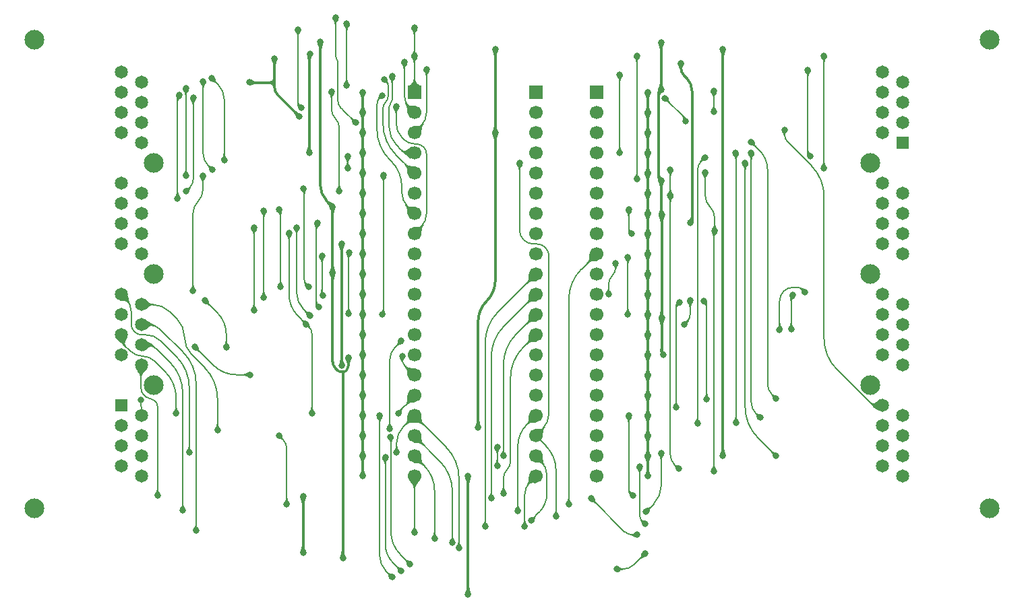
<source format=gbl>
%TF.GenerationSoftware,KiCad,Pcbnew,9.0.2*%
%TF.CreationDate,2025-08-21T15:51:27+02:00*%
%TF.ProjectId,HCP65 40 Pin Tester,48435036-3520-4343-9020-50696e205465,V1*%
%TF.SameCoordinates,Original*%
%TF.FileFunction,Copper,L2,Bot*%
%TF.FilePolarity,Positive*%
%FSLAX46Y46*%
G04 Gerber Fmt 4.6, Leading zero omitted, Abs format (unit mm)*
G04 Created by KiCad (PCBNEW 9.0.2) date 2025-08-21 15:51:27*
%MOMM*%
%LPD*%
G01*
G04 APERTURE LIST*
%TA.AperFunction,ComponentPad*%
%ADD10R,1.650000X1.650000*%
%TD*%
%TA.AperFunction,ComponentPad*%
%ADD11C,1.650000*%
%TD*%
%TA.AperFunction,ComponentPad*%
%ADD12C,2.475000*%
%TD*%
%TA.AperFunction,ComponentPad*%
%ADD13R,1.700000X1.700000*%
%TD*%
%TA.AperFunction,ComponentPad*%
%ADD14C,1.700000*%
%TD*%
%TA.AperFunction,ViaPad*%
%ADD15C,0.800000*%
%TD*%
%TA.AperFunction,Conductor*%
%ADD16C,0.380000*%
%TD*%
%TA.AperFunction,Conductor*%
%ADD17C,0.200000*%
%TD*%
G04 APERTURE END LIST*
D10*
%TO.P,J1,A1,A1*%
%TO.N,/IO24*%
X0Y-41910000D03*
D11*
%TO.P,J1,A2,A2*%
%TO.N,/IO25*%
X2540000Y-43180000D03*
%TO.P,J1,A3,A3*%
%TO.N,/IO26*%
X0Y-44450000D03*
%TO.P,J1,A4,A4*%
%TO.N,/IO27*%
X2540000Y-45720000D03*
%TO.P,J1,A5,A5*%
%TO.N,/IO28*%
X0Y-46989999D03*
%TO.P,J1,A6,A6*%
%TO.N,/IO29*%
X2540000Y-48260000D03*
%TO.P,J1,A7,A7*%
%TO.N,/IO30*%
X0Y-49530000D03*
%TO.P,J1,A8,A8*%
%TO.N,/IO31*%
X2540000Y-50800000D03*
%TO.P,J1,B1,B1*%
%TO.N,/IO16*%
X0Y-27940000D03*
%TO.P,J1,B2,B2*%
%TO.N,/IO17*%
X2540000Y-29210000D03*
%TO.P,J1,B3,B3*%
%TO.N,/IO18*%
X0Y-30479999D03*
%TO.P,J1,B4,B4*%
%TO.N,/IO19*%
X2540000Y-31750000D03*
%TO.P,J1,B5,B5*%
%TO.N,/IO20*%
X0Y-33020000D03*
%TO.P,J1,B6,B6*%
%TO.N,/IO21*%
X2540000Y-34290000D03*
%TO.P,J1,B7,B7*%
%TO.N,/IO22*%
X0Y-35560000D03*
%TO.P,J1,B8,B8*%
%TO.N,/IO23*%
X2540000Y-36830000D03*
%TO.P,J1,C1,C1*%
%TO.N,/IO8*%
X0Y-13970001D03*
%TO.P,J1,C2,C2*%
%TO.N,/IO9*%
X2540000Y-15240000D03*
%TO.P,J1,C3,C3*%
%TO.N,/IO10*%
X0Y-16510000D03*
%TO.P,J1,C4,C4*%
%TO.N,/IO11*%
X2540000Y-17780000D03*
%TO.P,J1,C5,C5*%
%TO.N,/IO12*%
X0Y-19050000D03*
%TO.P,J1,C6,C6*%
%TO.N,/IO13*%
X2540000Y-20320000D03*
%TO.P,J1,C7,C7*%
%TO.N,/IO14*%
X0Y-21590000D03*
%TO.P,J1,C8,C8*%
%TO.N,/IO15*%
X2540000Y-22860000D03*
%TO.P,J1,D1,D1*%
%TO.N,/IO0*%
X0Y0D03*
%TO.P,J1,D2,D2*%
%TO.N,/IO1*%
X2540000Y-1270000D03*
%TO.P,J1,D3,D3*%
%TO.N,/IO2*%
X0Y-2540000D03*
%TO.P,J1,D4,D4*%
%TO.N,/IO3*%
X2540000Y-3810000D03*
%TO.P,J1,D5,D5*%
%TO.N,/IO4*%
X0Y-5080000D03*
%TO.P,J1,D6,D6*%
%TO.N,/IO5*%
X2540000Y-6350000D03*
%TO.P,J1,D7,D7*%
%TO.N,/IO6*%
X0Y-7619999D03*
%TO.P,J1,D8,D8*%
%TO.N,/IO7*%
X2540000Y-8890000D03*
D12*
%TO.P,J1,MH1,MH1*%
%TO.N,unconnected-(J1-PadMH1)*%
X-10920000Y4060000D03*
%TO.P,J1,MH2,MH2*%
%TO.N,unconnected-(J1-PadMH2)*%
X4060000Y-11430000D03*
%TO.P,J1,MH3,MH3*%
%TO.N,unconnected-(J1-PadMH3)*%
X4060000Y-25400001D03*
%TO.P,J1,MH4,MH4*%
%TO.N,unconnected-(J1-PadMH4)*%
X4060000Y-39370000D03*
%TO.P,J1,MH5,MH5*%
%TO.N,unconnected-(J1-PadMH5)*%
X-10920000Y-54860000D03*
%TD*%
D13*
%TO.P,J8,1,Pin_1*%
%TO.N,/IO0*%
X36830000Y-2540000D03*
D14*
%TO.P,J8,2,Pin_2*%
%TO.N,/IO1*%
X36830000Y-5080000D03*
%TO.P,J8,3,Pin_3*%
%TO.N,/IO2*%
X36830000Y-7619999D03*
%TO.P,J8,4,Pin_4*%
%TO.N,/IO3*%
X36830000Y-10160000D03*
%TO.P,J8,5,Pin_5*%
%TO.N,/IO4*%
X36830000Y-12700000D03*
%TO.P,J8,6,Pin_6*%
%TO.N,/IO5*%
X36830000Y-15240000D03*
%TO.P,J8,7,Pin_7*%
%TO.N,/IO6*%
X36830000Y-17780000D03*
%TO.P,J8,8,Pin_8*%
%TO.N,/IO7*%
X36830000Y-20320001D03*
%TO.P,J8,9,Pin_9*%
%TO.N,/IO8*%
X36830000Y-22860000D03*
%TO.P,J8,10,Pin_10*%
%TO.N,/IO9*%
X36830000Y-25400000D03*
%TO.P,J8,11,Pin_11*%
%TO.N,/IO10*%
X36830000Y-27940000D03*
%TO.P,J8,12,Pin_12*%
%TO.N,/IO11*%
X36830000Y-30479999D03*
%TO.P,J8,13,Pin_13*%
%TO.N,/IO12*%
X36830000Y-33020000D03*
%TO.P,J8,14,Pin_14*%
%TO.N,/IO13*%
X36830000Y-35560000D03*
%TO.P,J8,15,Pin_15*%
%TO.N,/IO14*%
X36830000Y-38100000D03*
%TO.P,J8,16,Pin_16*%
%TO.N,/IO15*%
X36830000Y-40639999D03*
%TO.P,J8,17,Pin_17*%
%TO.N,/IO16*%
X36830000Y-43180001D03*
%TO.P,J8,18,Pin_18*%
%TO.N,/IO17*%
X36830000Y-45720000D03*
%TO.P,J8,19,Pin_19*%
%TO.N,/IO18*%
X36830000Y-48260000D03*
%TO.P,J8,20,Pin_20*%
%TO.N,/IO19*%
X36830000Y-50800000D03*
%TD*%
D13*
%TO.P,J3,1,Pin_1*%
%TO.N,/IO39*%
X52070000Y-2540000D03*
D14*
%TO.P,J3,2,Pin_2*%
%TO.N,/IO38*%
X52070000Y-5080000D03*
%TO.P,J3,3,Pin_3*%
%TO.N,/IO37*%
X52070000Y-7619999D03*
%TO.P,J3,4,Pin_4*%
%TO.N,/IO36*%
X52070000Y-10160000D03*
%TO.P,J3,5,Pin_5*%
%TO.N,/IO35*%
X52070000Y-12700000D03*
%TO.P,J3,6,Pin_6*%
%TO.N,/IO34*%
X52070000Y-15240000D03*
%TO.P,J3,7,Pin_7*%
%TO.N,/IO33*%
X52070000Y-17780000D03*
%TO.P,J3,8,Pin_8*%
%TO.N,/IO32*%
X52070000Y-20320001D03*
%TO.P,J3,9,Pin_9*%
%TO.N,/IO31*%
X52070000Y-22860000D03*
%TO.P,J3,10,Pin_10*%
%TO.N,/IO30*%
X52070000Y-25400000D03*
%TO.P,J3,11,Pin_11*%
%TO.N,/IO29*%
X52070000Y-27940000D03*
%TO.P,J3,12,Pin_12*%
%TO.N,/IO28*%
X52070000Y-30479999D03*
%TO.P,J3,13,Pin_13*%
%TO.N,/IO27*%
X52070000Y-33020000D03*
%TO.P,J3,14,Pin_14*%
%TO.N,/IO26*%
X52070000Y-35560000D03*
%TO.P,J3,15,Pin_15*%
%TO.N,/IO25*%
X52070000Y-38100000D03*
%TO.P,J3,16,Pin_16*%
%TO.N,/IO24*%
X52070000Y-40639999D03*
%TO.P,J3,17,Pin_17*%
%TO.N,/IO23*%
X52070000Y-43180001D03*
%TO.P,J3,18,Pin_18*%
%TO.N,/IO22*%
X52070000Y-45720000D03*
%TO.P,J3,19,Pin_19*%
%TO.N,/IO21*%
X52070000Y-48260000D03*
%TO.P,J3,20,Pin_20*%
%TO.N,/IO20*%
X52070000Y-50800000D03*
%TD*%
D10*
%TO.P,J4,A1,A1*%
%TO.N,/12V*%
X98173500Y-8890000D03*
D11*
%TO.P,J4,A2,A2*%
%TO.N,/5V_{3}*%
X95633500Y-7620000D03*
%TO.P,J4,A3,A3*%
%TO.N,/5V_{2}*%
X98173500Y-6350000D03*
%TO.P,J4,A4,A4*%
%TO.N,/5V_{1}*%
X95633500Y-5080000D03*
%TO.P,J4,A5,A5*%
%TO.N,/GND_{4}*%
X98173500Y-3810001D03*
%TO.P,J4,A6,A6*%
%TO.N,/GND_{3}*%
X95633500Y-2540000D03*
%TO.P,J4,A7,A7*%
%TO.N,/GND_{2}*%
X98173500Y-1270000D03*
%TO.P,J4,A8,A8*%
%TO.N,/GND_{1}*%
X95633500Y0D03*
%TO.P,J4,B1,B1*%
%TO.N,unconnected-(J4-PadB1)*%
X98173500Y-22860000D03*
%TO.P,J4,B2,B2*%
%TO.N,unconnected-(J4-PadB2)*%
X95633500Y-21590000D03*
%TO.P,J4,B3,B3*%
%TO.N,unconnected-(J4-PadB3)*%
X98173500Y-20320001D03*
%TO.P,J4,B4,B4*%
%TO.N,unconnected-(J4-PadB4)*%
X95633500Y-19050000D03*
%TO.P,J4,B5,B5*%
%TO.N,unconnected-(J4-PadB5)*%
X98173500Y-17780000D03*
%TO.P,J4,B6,B6*%
%TO.N,unconnected-(J4-PadB6)*%
X95633500Y-16510000D03*
%TO.P,J4,B7,B7*%
%TO.N,unconnected-(J4-PadB7)*%
X98173500Y-15240000D03*
%TO.P,J4,B8,B8*%
%TO.N,unconnected-(J4-PadB8)*%
X95633500Y-13970000D03*
%TO.P,J4,C1,C1*%
%TO.N,unconnected-(J4-PadC1)*%
X98173500Y-36829999D03*
%TO.P,J4,C2,C2*%
%TO.N,unconnected-(J4-PadC2)*%
X95633500Y-35560000D03*
%TO.P,J4,C3,C3*%
%TO.N,unconnected-(J4-PadC3)*%
X98173500Y-34290000D03*
%TO.P,J4,C4,C4*%
%TO.N,unconnected-(J4-PadC4)*%
X95633500Y-33020000D03*
%TO.P,J4,C5,C5*%
%TO.N,unconnected-(J4-PadC5)*%
X98173500Y-31750000D03*
%TO.P,J4,C6,C6*%
%TO.N,unconnected-(J4-PadC6)*%
X95633500Y-30480000D03*
%TO.P,J4,C7,C7*%
%TO.N,unconnected-(J4-PadC7)*%
X98173500Y-29210000D03*
%TO.P,J4,C8,C8*%
%TO.N,unconnected-(J4-PadC8)*%
X95633500Y-27940000D03*
%TO.P,J4,D1,D1*%
%TO.N,/IO32*%
X98173500Y-50800000D03*
%TO.P,J4,D2,D2*%
%TO.N,/IO33*%
X95633500Y-49530000D03*
%TO.P,J4,D3,D3*%
%TO.N,/IO34*%
X98173500Y-48260000D03*
%TO.P,J4,D4,D4*%
%TO.N,/IO35*%
X95633500Y-46990000D03*
%TO.P,J4,D5,D5*%
%TO.N,/IO36*%
X98173500Y-45720000D03*
%TO.P,J4,D6,D6*%
%TO.N,/IO37*%
X95633500Y-44450000D03*
%TO.P,J4,D7,D7*%
%TO.N,/IO38*%
X98173500Y-43180001D03*
%TO.P,J4,D8,D8*%
%TO.N,/IO39*%
X95633500Y-41910000D03*
D12*
%TO.P,J4,MH1,MH1*%
%TO.N,unconnected-(J4-PadMH1)*%
X109093500Y-54860000D03*
%TO.P,J4,MH2,MH2*%
%TO.N,unconnected-(J4-PadMH2)*%
X94113500Y-39370000D03*
%TO.P,J4,MH3,MH3*%
%TO.N,unconnected-(J4-PadMH3)*%
X94113500Y-25399999D03*
%TO.P,J4,MH4,MH4*%
%TO.N,unconnected-(J4-PadMH4)*%
X94113500Y-11430000D03*
%TO.P,J4,MH5,MH5*%
%TO.N,unconnected-(J4-PadMH5)*%
X109093500Y4060000D03*
%TD*%
D13*
%TO.P,J9,1,Pin_1*%
%TO.N,/IO39*%
X59690000Y-2540000D03*
D14*
%TO.P,J9,2,Pin_2*%
%TO.N,/IO38*%
X59690000Y-5080000D03*
%TO.P,J9,3,Pin_3*%
%TO.N,/IO37*%
X59690000Y-7619999D03*
%TO.P,J9,4,Pin_4*%
%TO.N,/IO36*%
X59690000Y-10160000D03*
%TO.P,J9,5,Pin_5*%
%TO.N,/IO35*%
X59690000Y-12700000D03*
%TO.P,J9,6,Pin_6*%
%TO.N,/IO34*%
X59690000Y-15240000D03*
%TO.P,J9,7,Pin_7*%
%TO.N,/IO33*%
X59690000Y-17780000D03*
%TO.P,J9,8,Pin_8*%
%TO.N,/IO32*%
X59690000Y-20320001D03*
%TO.P,J9,9,Pin_9*%
%TO.N,/IO31*%
X59690000Y-22860000D03*
%TO.P,J9,10,Pin_10*%
%TO.N,/IO30*%
X59690000Y-25400000D03*
%TO.P,J9,11,Pin_11*%
%TO.N,/IO29*%
X59690000Y-27940000D03*
%TO.P,J9,12,Pin_12*%
%TO.N,/IO28*%
X59690000Y-30479999D03*
%TO.P,J9,13,Pin_13*%
%TO.N,/IO27*%
X59690000Y-33020000D03*
%TO.P,J9,14,Pin_14*%
%TO.N,/IO26*%
X59690000Y-35560000D03*
%TO.P,J9,15,Pin_15*%
%TO.N,/IO25*%
X59690000Y-38100000D03*
%TO.P,J9,16,Pin_16*%
%TO.N,/IO24*%
X59690000Y-40639999D03*
%TO.P,J9,17,Pin_17*%
%TO.N,/IO23*%
X59690000Y-43180001D03*
%TO.P,J9,18,Pin_18*%
%TO.N,/IO22*%
X59690000Y-45720000D03*
%TO.P,J9,19,Pin_19*%
%TO.N,/IO21*%
X59690000Y-48260000D03*
%TO.P,J9,20,Pin_20*%
%TO.N,/IO20*%
X59690000Y-50800000D03*
%TD*%
D15*
%TO.N,/5V_{1}*%
X75565000Y-48250000D03*
X46990000Y-7620000D03*
X44831000Y-44704000D03*
X23622000Y-10150000D03*
X23685501Y2349499D03*
X46990000Y2921000D03*
X75565000Y2921000D03*
%TO.N,/GND_{1}*%
X27727700Y-36898000D03*
X71457000Y-18911200D03*
X27686000Y-21590000D03*
X70296400Y1131000D03*
%TO.N,/IO33*%
X68961000Y-15494000D03*
X70013500Y-49863900D03*
X68961000Y-12241500D03*
%TO.N,/IO30*%
X45720000Y-57150000D03*
%TO.N,/IO29*%
X46482000Y-53594000D03*
%TO.N,/IO23*%
X4572000Y-53215700D03*
X49816700Y-55198800D03*
%TO.N,/IO21*%
X7730700Y-55105600D03*
X51470500Y-56376700D03*
%TO.N,/IO25*%
X73533000Y-41156700D03*
X2442900Y-41201100D03*
X73197600Y-28789800D03*
%TO.N,/IO27*%
X20798000Y-54356000D03*
X48013600Y-52959000D03*
X19845500Y-45703700D03*
%TO.N,/IO39*%
X83312000Y-7239000D03*
%TO.N,/IO32*%
X73341600Y-12603000D03*
X74429500Y-50203400D03*
X74549000Y-19939000D03*
%TO.N,/IO6*%
X32784003Y-2921000D03*
%TO.N,/IO12*%
X28653500Y-22652400D03*
X28549600Y-30368400D03*
%TO.N,/IO10*%
X17907000Y-28325800D03*
X17907000Y-17399000D03*
%TO.N,/IO19*%
X36830000Y-57876700D03*
X9398000Y-57658000D03*
%TO.N,/IO15*%
X23948200Y-42914000D03*
X34798000Y-42914000D03*
X23250900Y-31684600D03*
X21082000Y-20205000D03*
%TO.N,/IO18*%
X39349601Y-58639100D03*
%TO.N,/IO16*%
X34592400Y-47805100D03*
X42418000Y-59817000D03*
X8545000Y-47826800D03*
%TO.N,/IO17*%
X12089900Y-45001900D03*
X41598314Y-59160783D03*
%TO.N,/IO14*%
X16681500Y-19558000D03*
X35306000Y-35687000D03*
X16681500Y-29928600D03*
%TO.N,/IO7*%
X34527849Y-4318000D03*
%TO.N,/IO1*%
X35560000Y1270000D03*
%TO.N,/IO2*%
X38354000Y381000D03*
%TO.N,/IO13*%
X22034500Y-19494500D03*
X23711200Y-30602600D03*
%TO.N,/IO5*%
X26416000Y-2413000D03*
X27383569Y-14942327D03*
%TO.N,/IO31*%
X56213500Y-54335200D03*
%TO.N,/IO22*%
X50038000Y-11430000D03*
X54610000Y-55850000D03*
%TO.N,/IO4*%
X33020000Y-889000D03*
%TO.N,/IO3*%
X34036000Y-508000D03*
%TO.N,/IO9*%
X19847700Y-17252000D03*
X20011300Y-26984000D03*
%TO.N,/IO24*%
X69723000Y-42164000D03*
X70109200Y-28926200D03*
%TO.N,/IO8*%
X23516200Y-26969000D03*
X22876155Y-14586618D03*
%TO.N,/IO26*%
X33720300Y-44819000D03*
X71455300Y-28718100D03*
X35179000Y-33782000D03*
X70737400Y-31682300D03*
%TO.N,/IO11*%
X24650400Y-18965900D03*
X24834100Y-29537600D03*
%TO.N,/IO20*%
X47232000Y-49530000D03*
X47232000Y-47117000D03*
X6903400Y-42914000D03*
X50673000Y-57150000D03*
%TO.N,/IO0*%
X36830000Y5588000D03*
X36830000Y2032000D03*
%TO.N,/IO28*%
X48006000Y-48260000D03*
%TO.N,/5V_{3}*%
X67831300Y-13621900D03*
X67827500Y-2195000D03*
X26558900Y-16891000D03*
X28548800Y-35899800D03*
X67883700Y-17949900D03*
X25019000Y3810000D03*
X68072000Y-35560000D03*
X26558900Y-25221700D03*
X27833500Y-61087000D03*
X67883700Y-30902000D03*
X67818000Y3761000D03*
%TO.N,/5V_{2}*%
X43561000Y-65643730D03*
X22855900Y-53340000D03*
X22855900Y-60440000D03*
X43561000Y-50800000D03*
%TO.N,/GND_{3}*%
X66142000Y-10160000D03*
X30328000Y-7590000D03*
X66142000Y-2540000D03*
X30328000Y-12670000D03*
X66142000Y-38100000D03*
X30328000Y-45690000D03*
X66142000Y-45720000D03*
X30328000Y-10130000D03*
X30328000Y-17750000D03*
X66142000Y-50800000D03*
X66142000Y-7620000D03*
X66142000Y-5080000D03*
X30328000Y-50770000D03*
X66142000Y-25400000D03*
X30328000Y-38070000D03*
X30328000Y-25370000D03*
X66142000Y-33020000D03*
X66142000Y-43180000D03*
X66142000Y-22860000D03*
X66142000Y-40640000D03*
X30328000Y-48230000D03*
X30328000Y-30450000D03*
X16129000Y-1270000D03*
X66142000Y-17780000D03*
X66142000Y-30480000D03*
X30328000Y-32990000D03*
X66142000Y-12700000D03*
X66142000Y-48260000D03*
X66142000Y-20320000D03*
X30328000Y-43150000D03*
X30328000Y-35530000D03*
X30328000Y-27910000D03*
X30328000Y-5050000D03*
X19253100Y1755000D03*
X30328000Y-15210000D03*
X22401400Y-5586600D03*
X30328000Y-2510000D03*
X66142000Y-15240000D03*
X30328000Y-22830000D03*
X30328000Y-40610000D03*
X66142000Y-27940000D03*
X30328000Y-20290000D03*
X66142000Y-35560000D03*
%TO.N,/IO34*%
X78359000Y-11430000D03*
X82248300Y-48245800D03*
%TO.N,/IO35*%
X73324600Y-10698000D03*
X72390000Y-44196000D03*
%TO.N,/IO36*%
X77216000Y-44069000D03*
X77174400Y-10163500D03*
%TO.N,/IO37*%
X80264000Y-43434000D03*
X79121000Y-10160000D03*
%TO.N,/IO38*%
X82226900Y-41016000D03*
X79121000Y-8763000D03*
%TO.N,Net-(LED6-Pad1)*%
X74429500Y-4994000D03*
X74429500Y-2359600D03*
%TO.N,/S6*%
X8151600Y-14970000D03*
X9043300Y-3208900D03*
%TO.N,/S5*%
X8128000Y-13021069D03*
X8128000Y-2032000D03*
%TO.N,/S4*%
X10287000Y-1143000D03*
X11478800Y-12260000D03*
%TO.N,/S3*%
X28462500Y-10553000D03*
X11382900Y-745800D03*
X28448000Y-12065000D03*
X12936700Y-11049000D03*
%TO.N,/S2*%
X22604400Y-4457500D03*
X22207200Y5378100D03*
%TO.N,/S1*%
X26924000Y6858000D03*
X29464200Y-6350000D03*
%TO.N,/S0*%
X28321000Y6096000D03*
X28321000Y-1651000D03*
%TO.N,/S14*%
X9271000Y-34544000D03*
X16189000Y-38040000D03*
%TO.N,/S13*%
X13200300Y-34580800D03*
X10538500Y-28702000D03*
%TO.N,/S11*%
X32813600Y-30468600D03*
X32943000Y-12957100D03*
X9017000Y-27489000D03*
X10263500Y-13010000D03*
%TO.N,/S10*%
X25223100Y-23099500D03*
X25309300Y-28122900D03*
%TO.N,/S23*%
X64262000Y-53213000D03*
X63754000Y-43180000D03*
%TO.N,/S22*%
X67816900Y-47859000D03*
X65913000Y-55245000D03*
%TO.N,/S20*%
X65116000Y-49586000D03*
X65786000Y-56806500D03*
%TO.N,/S19*%
X64770000Y-58166000D03*
X59055000Y-53594000D03*
%TO.N,/S18*%
X35179000Y-62738000D03*
X33168000Y-48434500D03*
%TO.N,/S17*%
X33842400Y-45831800D03*
X62230000Y-62484000D03*
X65786000Y-60537500D03*
X36280700Y-61859100D03*
%TO.N,/S16*%
X34036000Y-63500000D03*
X32466300Y-43180000D03*
%TO.N,/S29*%
X62103000Y-24003000D03*
X61214000Y-27940000D03*
%TO.N,/S28*%
X63627000Y-23241000D03*
X63627000Y-30480000D03*
%TO.N,/S27*%
X82693200Y-32381400D03*
X85846500Y-27620000D03*
%TO.N,/S26*%
X84308500Y-28030800D03*
X84136900Y-32307100D03*
%TO.N,/S39*%
X70905200Y-6166600D03*
X68299500Y-3247900D03*
%TO.N,/S36*%
X86538400Y-10554900D03*
X62611000Y-304800D03*
X86233000Y291000D03*
X62607000Y-10151500D03*
%TO.N,/S35*%
X88265000Y-12065000D03*
X64770000Y2081000D03*
X88265000Y2081000D03*
X64770000Y-13462000D03*
%TO.N,/S32*%
X63754000Y-17272000D03*
X64135000Y-20320000D03*
%TO.N,/S7*%
X7273900Y-2890500D03*
X7078900Y-15878800D03*
%TD*%
D16*
%TO.N,/GND_{3}*%
X19253100Y-1875600D02*
G75*
G03*
X19650983Y-2836193I1358500J0D01*
G01*
X18690400Y-1312900D02*
G75*
G03*
X19253100Y-750200I0J562700D01*
G01*
X19253100Y-1875600D02*
G75*
G03*
X18690400Y-1312900I-562700J0D01*
G01*
X16150450Y-1291450D02*
G75*
G03*
X16202234Y-1312886I51750J51750D01*
G01*
X19253100Y-750200D02*
X19253100Y-1875600D01*
%TO.N,/5V_{3}*%
X28190838Y-37596461D02*
G75*
G02*
X27965500Y-37689792I-225338J225361D01*
G01*
X67667650Y-2354850D02*
G75*
G03*
X67507784Y-2740762I385950J-385950D01*
G01*
X26558900Y-36347672D02*
G75*
G03*
X26951992Y-37296708I1342100J-28D01*
G01*
X67507800Y-13069650D02*
G75*
G03*
X67669536Y-13460164I552200J-50D01*
G01*
X67831300Y-17860447D02*
G75*
G03*
X67857514Y-17923686I89500J47D01*
G01*
X27833500Y-37821800D02*
G75*
G03*
X27701500Y-37689800I-132000J0D01*
G01*
X27965500Y-37689800D02*
G75*
G03*
X27833500Y-37821800I0J-132000D01*
G01*
X67883700Y-35478576D02*
G75*
G03*
X67907541Y-35536158I81400J-24D01*
G01*
X28548800Y-36919382D02*
G75*
G02*
X28323155Y-37464155I-770400J-18D01*
G01*
X27172424Y-37517124D02*
G75*
G03*
X27589300Y-37689786I416876J416924D01*
G01*
X67907548Y-35536151D02*
G75*
G03*
X67965123Y-35559990I57552J57551D01*
G01*
X67818000Y-2178782D02*
G75*
G03*
X67822745Y-2190255I16200J-18D01*
G01*
X25019000Y-14262226D02*
G75*
G03*
X25788949Y-16121051I2628770J-4D01*
G01*
X27701500Y-37689800D02*
X27965500Y-37689800D01*
%TO.N,/GND_{1}*%
X27686000Y-36826813D02*
G75*
G03*
X27706854Y-36877146I71200J13D01*
G01*
X71711700Y-18476399D02*
G75*
G02*
X71584350Y-18783850I-434800J-1D01*
G01*
X70296400Y564900D02*
G75*
G03*
X70696690Y-401495I1366700J0D01*
G01*
X71004050Y-708849D02*
G75*
G02*
X71711714Y-2417268I-1708450J-1708451D01*
G01*
%TO.N,/5V_{1}*%
X23653750Y2317748D02*
G75*
G03*
X23622002Y2241096I76650J-76648D01*
G01*
X46990000Y-26159356D02*
G75*
G02*
X45910503Y-28765503I-3685650J-4D01*
G01*
X45910500Y-28765500D02*
G75*
G03*
X44831018Y-31371643I2606100J-2606100D01*
G01*
D17*
%TO.N,/S7*%
X7176400Y-2988000D02*
G75*
G03*
X7078894Y-3223385I235400J-235400D01*
G01*
%TO.N,/S32*%
X63754000Y-19669592D02*
G75*
G03*
X63944498Y-20129502I650400J-8D01*
G01*
%TO.N,/S36*%
X62611000Y-10144671D02*
G75*
G02*
X62609008Y-10149508I-6800J-29D01*
G01*
X86233000Y-10033549D02*
G75*
G03*
X86385685Y-10402215I521300J-51D01*
G01*
%TO.N,/S39*%
X70794537Y-5742937D02*
G75*
G02*
X70905207Y-6010100I-267137J-267163D01*
G01*
%TO.N,/S26*%
X84222700Y-28116600D02*
G75*
G03*
X84136916Y-28323739I207100J-207100D01*
G01*
%TO.N,/S27*%
X83193100Y-27550900D02*
G75*
G03*
X82693186Y-28757765I1206900J-1206900D01*
G01*
X84399965Y-27051000D02*
G75*
G03*
X83193110Y-27550910I35J-1706800D01*
G01*
X85562000Y-27335500D02*
G75*
G03*
X84875156Y-27051018I-686800J-686800D01*
G01*
%TO.N,/S29*%
X62103000Y-24574500D02*
G75*
G02*
X61698884Y-25550107I-1379700J0D01*
G01*
X61658500Y-25590500D02*
G75*
G03*
X61214007Y-26663617I1073100J-1073100D01*
G01*
%TO.N,/S16*%
X32466300Y-60820354D02*
G75*
G03*
X33251148Y-62715152I2679640J-6D01*
G01*
%TO.N,/S17*%
X33869700Y-57743265D02*
G75*
G03*
X35075199Y-60653601I4115830J-5D01*
G01*
X64408544Y-61914955D02*
G75*
G02*
X63034750Y-62484046I-1373844J1373755D01*
G01*
X33856050Y-45845450D02*
G75*
G02*
X33869698Y-45878404I-32950J-32950D01*
G01*
%TO.N,/S18*%
X33168000Y-59305008D02*
G75*
G03*
X34173502Y-61732498I3433000J8D01*
G01*
%TO.N,/S19*%
X63222888Y-57761888D02*
G75*
G03*
X64198500Y-58166007I975612J975588D01*
G01*
%TO.N,/S20*%
X65116000Y-55662738D02*
G75*
G03*
X65451011Y-56471489I1143800J38D01*
G01*
%TO.N,/S22*%
X67816900Y-51994839D02*
G75*
G02*
X66864938Y-54293038I-3250200J39D01*
G01*
%TO.N,/S23*%
X63754000Y-52345789D02*
G75*
G03*
X64007997Y-52959003I867200J-11D01*
G01*
%TO.N,/S10*%
X25223100Y-27975747D02*
G75*
G03*
X25266214Y-28079786I147200J47D01*
G01*
%TO.N,/S11*%
X32943000Y-30247700D02*
G75*
G02*
X32878300Y-30403900I-220900J0D01*
G01*
X10263500Y-14763091D02*
G75*
G02*
X9640252Y-16267752I-2127920J1D01*
G01*
X9640250Y-16267750D02*
G75*
G03*
X9017004Y-17772408I1504650J-1504650D01*
G01*
%TO.N,/S13*%
X12062918Y-30226418D02*
G75*
G02*
X13200289Y-32972300I-2745918J-2745882D01*
G01*
%TO.N,/S14*%
X11557140Y-36830140D02*
G75*
G03*
X14478000Y-38040006I2920860J2920840D01*
G01*
%TO.N,/S1*%
X27884358Y-4751372D02*
G75*
G02*
X27890988Y-4767407I-16058J-16028D01*
G01*
X27891000Y-4767407D02*
G75*
G03*
X27897640Y-4783442I22700J7D01*
G01*
X26924000Y2003249D02*
G75*
G03*
X27072522Y1644588I507200J-49D01*
G01*
X27072550Y1644616D02*
G75*
G02*
X27221084Y1285983I-358650J-358616D01*
G01*
X27221101Y-3614424D02*
G75*
G03*
X27556060Y-4423054I1143599J24D01*
G01*
%TO.N,/S2*%
X22207250Y5378100D02*
X22207259Y5378095D01*
X22207267Y5378090D01*
X22207274Y5378084D01*
X22207281Y5378077D01*
X22207288Y5378069D01*
X22207293Y5378062D01*
X22207298Y5378053D01*
X22207300Y5378050D01*
X22207300Y-3779607D02*
G75*
G03*
X22405852Y-4258948I677900J7D01*
G01*
%TO.N,/S3*%
X28455250Y-10560250D02*
G75*
G03*
X28447951Y-10577753I17450J-17550D01*
G01*
X12159800Y-1522700D02*
G75*
G02*
X12936699Y-3398302I-1875600J-1875600D01*
G01*
%TO.N,/S4*%
X10287000Y-10225470D02*
G75*
G03*
X10882900Y-11664100I2034530J0D01*
G01*
%TO.N,/S6*%
X9043300Y-13447772D02*
G75*
G02*
X8597451Y-14524151I-1522240J2D01*
G01*
%TO.N,/IO38*%
X81180000Y-39228829D02*
G75*
G03*
X81703459Y-40492541I1787200J29D01*
G01*
X80150500Y-9792500D02*
G75*
G02*
X81179986Y-12277932I-2485400J-2485400D01*
G01*
%TO.N,/IO37*%
X79121000Y-41482776D02*
G75*
G03*
X79692493Y-42862507I1951200J-24D01*
G01*
%TO.N,/IO36*%
X77195200Y-10184300D02*
G75*
G02*
X77215994Y-10234515I-50200J-50200D01*
G01*
%TO.N,/IO35*%
X72857300Y-11165300D02*
G75*
G03*
X72389984Y-12293461I1128200J-1128200D01*
G01*
%TO.N,/IO34*%
X78368300Y-42111836D02*
G75*
G03*
X79962100Y-45959584I5441600J36D01*
G01*
X78363650Y-11434650D02*
G75*
G02*
X78368310Y-11445876I-11250J-11250D01*
G01*
%TO.N,/IO28*%
X49599792Y-32950207D02*
G75*
G03*
X48005959Y-36797963I3847708J-3847793D01*
G01*
%TO.N,/IO20*%
X51371500Y-51498500D02*
G75*
G03*
X50673012Y-53184828I1686300J-1686300D01*
G01*
X5531754Y-37662754D02*
G75*
G02*
X6903398Y-40974200I-3311454J-3311446D01*
G01*
X1165682Y-35074682D02*
G75*
G03*
X2683300Y-35703299I1517618J1517622D01*
G01*
X4200917Y-36331917D02*
G75*
G03*
X2683300Y-35703298I-1517617J-1517613D01*
G01*
X0Y-33464500D02*
G75*
G03*
X314308Y-34223308I1073106J-5D01*
G01*
%TO.N,/IO11*%
X24521400Y-29003787D02*
G75*
G03*
X24677746Y-29381254I533800J-13D01*
G01*
X24585900Y-19030400D02*
G75*
G03*
X24521407Y-19186116I155700J-155700D01*
G01*
%TO.N,/IO26*%
X71455300Y-30456768D02*
G75*
G02*
X71096359Y-31323359I-1225500J-32D01*
G01*
X34449650Y-34511350D02*
G75*
G03*
X33720253Y-36272156I1760750J-1760850D01*
G01*
%TO.N,/IO8*%
X22987500Y-26066452D02*
G75*
G03*
X23251836Y-26704664I902500J-48D01*
G01*
X22931827Y-14642290D02*
G75*
G02*
X22987496Y-14776695I-134427J-134410D01*
G01*
%TO.N,/IO24*%
X69910100Y-29125300D02*
G75*
G03*
X69710988Y-29605969I480700J-480700D01*
G01*
X69711000Y-42143514D02*
G75*
G03*
X69717004Y-42157996I20500J14D01*
G01*
%TO.N,/IO9*%
X19929500Y-17333800D02*
G75*
G02*
X20011307Y-17531282I-197500J-197500D01*
G01*
%TO.N,/IO3*%
X33655000Y-6907961D02*
G75*
G03*
X34607503Y-9207497I3252030J1D01*
G01*
X34036000Y-3443680D02*
G75*
G02*
X33845508Y-3903596I-650400J-20D01*
G01*
X33845500Y-3903588D02*
G75*
G03*
X33654995Y-4363495I459900J-459912D01*
G01*
X35110987Y-9710987D02*
G75*
G03*
X36195000Y-10160008I1084013J1083987D01*
G01*
%TO.N,/IO4*%
X33277001Y-1146001D02*
G75*
G02*
X33534020Y-1766458I-620501J-620499D01*
G01*
X33213501Y-3743498D02*
G75*
G03*
X32892981Y-4517257I773799J-773802D01*
G01*
X32893000Y-6509036D02*
G75*
G03*
X34486790Y-10356794I5441550J-4D01*
G01*
X33534003Y-2969739D02*
G75*
G02*
X33213491Y-3743488I-1094303J39D01*
G01*
%TO.N,/IO22*%
X53276500Y-22034500D02*
G75*
G02*
X53720993Y-23107617I-1073100J-1073100D01*
G01*
X52895500Y-44894500D02*
G75*
G03*
X52895500Y-46545500I825500J-825500D01*
G01*
X50546000Y-21082000D02*
G75*
G03*
X51772420Y-21589992I1226400J1226400D01*
G01*
X53721000Y-42901566D02*
G75*
G02*
X52895510Y-44894510I-2818400J-34D01*
G01*
X53340000Y-46990000D02*
G75*
G02*
X54610020Y-50056051I-3066100J-3066100D01*
G01*
X53276500Y-22034500D02*
G75*
G03*
X52203382Y-21590007I-1073100J-1073100D01*
G01*
X50038000Y-19855579D02*
G75*
G03*
X50545994Y-21082006I1734400J-21D01*
G01*
%TO.N,/IO31*%
X57807292Y-24742707D02*
G75*
G03*
X56213459Y-28590463I3847708J-3847793D01*
G01*
%TO.N,/IO5*%
X26416000Y-4649825D02*
G75*
G03*
X26899806Y-5817762I1651700J25D01*
G01*
X26899784Y-5817784D02*
G75*
G02*
X27383531Y-6985743I-1167984J-1167916D01*
G01*
%TO.N,/IO13*%
X22034500Y-27740294D02*
G75*
G03*
X22872848Y-29764252I2862300J-6D01*
G01*
%TO.N,/IO2*%
X38354000Y-5018368D02*
G75*
G02*
X37592010Y-6858009I-2601600J-32D01*
G01*
%TO.N,/IO1*%
X35560000Y-2911974D02*
G75*
G03*
X36194992Y-4445008I2168000J-26D01*
G01*
%TO.N,/IO7*%
X37969000Y-9394000D02*
G75*
G02*
X38354012Y-10323472I-929500J-929500D01*
G01*
X35521184Y-8470184D02*
G75*
G03*
X36822000Y-9009009I1300816J1300784D01*
G01*
X34527849Y-6393454D02*
G75*
G03*
X35293922Y-8242926I2615541J-6D01*
G01*
X38354000Y-17718369D02*
G75*
G02*
X37592009Y-19558009I-2601600J-31D01*
G01*
X37969000Y-9394000D02*
G75*
G03*
X37039527Y-9008988I-929500J-929500D01*
G01*
%TO.N,/IO14*%
X35306000Y-36131500D02*
G75*
G03*
X35620312Y-36890304I1073100J0D01*
G01*
%TO.N,/IO17*%
X6994573Y-30997573D02*
G75*
G02*
X7937501Y-33274000I-2276423J-2276427D01*
G01*
X10496107Y-37166107D02*
G75*
G02*
X12089904Y-41013863I-3847757J-3847763D01*
G01*
X40004521Y-48894521D02*
G75*
G02*
X41598340Y-52742277I-3847721J-3847779D01*
G01*
X7937500Y-33274000D02*
G75*
G03*
X8880427Y-35550425I3219350J0D01*
G01*
X6149926Y-30152926D02*
G75*
G03*
X3873500Y-29209999I-2276426J-2276424D01*
G01*
%TO.N,/IO16*%
X40824207Y-47174208D02*
G75*
G02*
X42418010Y-51021964I-3847807J-3847792D01*
G01*
X35436508Y-44573492D02*
G75*
G03*
X34592445Y-46611350I2037892J-2037808D01*
G01*
X6951207Y-35780207D02*
G75*
G02*
X8545004Y-39627963I-3847757J-3847763D01*
G01*
X4954321Y-33783321D02*
G75*
G03*
X3111500Y-33019999I-1842821J-1842819D01*
G01*
X635000Y-28575000D02*
G75*
G02*
X1270000Y-30108025I-1533030J-1533028D01*
G01*
X1651000Y-32639000D02*
G75*
G03*
X2570815Y-33020005I919820J919810D01*
G01*
X1270000Y-31719184D02*
G75*
G03*
X1650998Y-32639002I1300810J-6D01*
G01*
%TO.N,/IO18*%
X38089800Y-49519800D02*
G75*
G02*
X39349589Y-52561227I-3041400J-3041400D01*
G01*
%TO.N,/IO15*%
X21082000Y-27982056D02*
G75*
G03*
X22166449Y-30600151I3702540J-4D01*
G01*
X34838658Y-42758341D02*
G75*
G03*
X34797994Y-42856500I98142J-98159D01*
G01*
X23599550Y-32033250D02*
G75*
G02*
X23948214Y-32874965I-841750J-841750D01*
G01*
%TO.N,/IO19*%
X4946617Y-32378617D02*
G75*
G03*
X3429000Y-31749998I-1517617J-1517613D01*
G01*
X7804207Y-35236207D02*
G75*
G02*
X9398004Y-39083963I-3847757J-3847763D01*
G01*
%TO.N,/IO12*%
X28549700Y-30368350D02*
X28549695Y-30368359D01*
X28549690Y-30368367D01*
X28549684Y-30368374D01*
X28549677Y-30368381D01*
X28549669Y-30368388D01*
X28549662Y-30368393D01*
X28549653Y-30368398D01*
X28549650Y-30368400D01*
X28601600Y-22704300D02*
G75*
G03*
X28549699Y-22829597I125300J-125300D01*
G01*
%TO.N,/IO6*%
X33938162Y-11205162D02*
G75*
G02*
X35240292Y-14348800I-3143662J-3143638D01*
G01*
X35240300Y-15066212D02*
G75*
G03*
X36035154Y-16985146I2713800J12D01*
G01*
X32457501Y-3247501D02*
G75*
G03*
X32131018Y-4035745I788199J-788199D01*
G01*
X32131000Y-7199392D02*
G75*
G03*
X33685648Y-10952652I5307900J-8D01*
G01*
%TO.N,/IO32*%
X73945300Y-16922300D02*
G75*
G02*
X74549016Y-18379760I-1457500J-1457500D01*
G01*
X73341600Y-15464839D02*
G75*
G03*
X73945312Y-16922288I2061200J39D01*
G01*
X74489250Y-19998750D02*
G75*
G03*
X74429500Y-20142999I144250J-144250D01*
G01*
%TO.N,/IO39*%
X86687007Y-11766007D02*
G75*
G02*
X88280811Y-15613763I-3847807J-3847793D01*
G01*
X83312000Y-7815000D02*
G75*
G03*
X83719290Y-8798296I1390600J0D01*
G01*
X94009235Y-41485735D02*
G75*
G03*
X95033500Y-41910008I1024265J1024235D01*
G01*
X88280800Y-33503336D02*
G75*
G03*
X89874600Y-37351084I5441600J36D01*
G01*
%TO.N,/IO27*%
X20321750Y-46179950D02*
G75*
G02*
X20797992Y-47329719I-1149750J-1149750D01*
G01*
X48895000Y-48906756D02*
G75*
G02*
X48454334Y-49970734I-1504700J-44D01*
G01*
X50482500Y-34607500D02*
G75*
G03*
X48894985Y-38440064I3832600J-3832600D01*
G01*
X48454300Y-49970700D02*
G75*
G03*
X48013618Y-51034643I1063900J-1063900D01*
G01*
%TO.N,/IO25*%
X2442900Y-41841339D02*
G75*
G03*
X2491452Y-41958548I165750J-1D01*
G01*
X2491450Y-41958550D02*
G75*
G02*
X2540017Y-42075760I-117250J-117250D01*
G01*
X73365300Y-28957500D02*
G75*
G02*
X73533015Y-29362363I-404900J-404900D01*
G01*
%TO.N,/IO21*%
X6136907Y-36489907D02*
G75*
G02*
X7730704Y-40337663I-3847757J-3847763D01*
G01*
X53467000Y-52968461D02*
G75*
G02*
X52468752Y-55378452I-3408250J1D01*
G01*
X52768500Y-48958500D02*
G75*
G02*
X53466988Y-50644828I-1686300J-1686300D01*
G01*
X4430914Y-34783914D02*
G75*
G03*
X3238500Y-34290001I-1192414J-1192416D01*
G01*
%TO.N,/IO23*%
X3037461Y-40803361D02*
G75*
G03*
X3619500Y-41044443I582039J582061D01*
G01*
X4266225Y-41350225D02*
G75*
G02*
X4571972Y-42088431I-738225J-738175D01*
G01*
X50943350Y-44306650D02*
G75*
G03*
X49816710Y-47026623I2719950J-2719950D01*
G01*
X4201538Y-41285538D02*
G75*
G03*
X3619500Y-41044457I-582038J-582062D01*
G01*
X2482200Y-39684995D02*
G75*
G03*
X2880374Y-40646276I1359450J-5D01*
G01*
%TO.N,/IO29*%
X48075792Y-31934207D02*
G75*
G03*
X46481959Y-35781963I3847708J-3847793D01*
G01*
%TO.N,/IO30*%
X47313792Y-30156207D02*
G75*
G03*
X45719959Y-34003963I3847708J-3847793D01*
G01*
%TO.N,/IO33*%
X68961000Y-48067170D02*
G75*
G03*
X69487241Y-49337659I1796700J-30D01*
G01*
%TO.N,/IO22*%
X50038000Y-11430000D02*
X50038000Y-19855579D01*
X51772420Y-21590000D02*
X52203382Y-21590000D01*
X53721000Y-23107617D02*
X53721000Y-42901566D01*
D16*
%TO.N,/5V_{1}*%
X46990000Y-7620000D02*
X46990000Y-26159356D01*
X44831000Y-44704000D02*
X44831000Y-31371643D01*
X75565000Y-48250000D02*
X75565000Y2921000D01*
X23622000Y-10150000D02*
X23622000Y2241096D01*
X23653750Y2317748D02*
X23685501Y2349499D01*
X46990000Y2921000D02*
X46990000Y-7620000D01*
%TO.N,/GND_{1}*%
X71711700Y-18476399D02*
X71711700Y-2417268D01*
X27686000Y-36826813D02*
X27686000Y-21590000D01*
X70296400Y1131000D02*
X70296400Y564900D01*
X27706850Y-36877150D02*
X27727700Y-36898000D01*
X70696693Y-401492D02*
X71004050Y-708849D01*
X71584350Y-18783850D02*
X71457000Y-18911200D01*
D17*
%TO.N,/IO33*%
X68961000Y-15494000D02*
X68961000Y-12241500D01*
X68961000Y-48067170D02*
X68961000Y-15494000D01*
X69487250Y-49337650D02*
X70013500Y-49863900D01*
%TO.N,/IO30*%
X45720000Y-57150000D02*
X45720000Y-34003963D01*
X47313792Y-30156207D02*
X52070000Y-25400000D01*
%TO.N,/IO29*%
X46482000Y-53594000D02*
X46482000Y-35781963D01*
X48075792Y-31934207D02*
X52070000Y-27940000D01*
%TO.N,/IO23*%
X3037461Y-40803361D02*
X2880375Y-40646275D01*
X4266225Y-41350225D02*
X4201538Y-41285538D01*
X49816700Y-55198800D02*
X49816700Y-47026623D01*
X50943350Y-44306650D02*
X52070000Y-43180000D01*
X2482200Y-39684995D02*
X2482200Y-36887800D01*
X4572000Y-42088431D02*
X4572000Y-53215700D01*
%TO.N,/IO21*%
X6136907Y-36489907D02*
X4430914Y-34783914D01*
X7730700Y-40337663D02*
X7730700Y-55105600D01*
X52768500Y-48958500D02*
X52070000Y-48260000D01*
X53467000Y-52968461D02*
X53467000Y-50644828D01*
X51470500Y-56376700D02*
X52468750Y-55378450D01*
%TO.N,/IO25*%
X2540000Y-42075760D02*
X2540000Y-43180000D01*
X2442900Y-41841339D02*
X2442900Y-41201100D01*
X73197600Y-28789800D02*
X73365300Y-28957500D01*
X73533000Y-41156700D02*
X73533000Y-29362363D01*
%TO.N,/IO27*%
X20321750Y-46179950D02*
X19845500Y-45703700D01*
X20798000Y-47329719D02*
X20798000Y-54356000D01*
X50482500Y-34607500D02*
X52070000Y-33020000D01*
X48895000Y-48906756D02*
X48895000Y-38440064D01*
X48013600Y-52959000D02*
X48013600Y-51034643D01*
%TO.N,/IO39*%
X94009235Y-41485735D02*
X89874592Y-37351092D01*
X86687007Y-11766007D02*
X83719293Y-8798293D01*
X88280800Y-15613763D02*
X88280800Y-33503336D01*
X83312000Y-7239000D02*
X83312000Y-7815000D01*
%TO.N,/IO32*%
X73341600Y-12603000D02*
X73341600Y-15464839D01*
X74429500Y-20142999D02*
X74429500Y-50203400D01*
X74549000Y-19939000D02*
X74489250Y-19998750D01*
X74549000Y-18379760D02*
X74549000Y-19939000D01*
%TO.N,/IO6*%
X32457501Y-3247501D02*
X32784003Y-2921000D01*
X33938162Y-11205162D02*
X33685650Y-10952650D01*
X32131000Y-4035745D02*
X32131000Y-7199392D01*
X35240300Y-14348800D02*
X35240300Y-15066212D01*
X36035150Y-16985150D02*
X36830000Y-17780000D01*
%TO.N,/IO12*%
X28549700Y-30368350D02*
X28549700Y-22829597D01*
X28653500Y-22652400D02*
X28601600Y-22704300D01*
X28549650Y-30368400D02*
X28549600Y-30368400D01*
%TO.N,/IO10*%
X17907000Y-17399000D02*
X17907000Y-28325800D01*
%TO.N,/IO19*%
X36830000Y-57876700D02*
X36830000Y-50800000D01*
X9398000Y-57658000D02*
X9398000Y-39083963D01*
X3429000Y-31750000D02*
X2540000Y-31750000D01*
X4946617Y-32378617D02*
X7804207Y-35236207D01*
%TO.N,/IO15*%
X23948200Y-42914000D02*
X23948200Y-32874965D01*
X34798000Y-42914000D02*
X34798000Y-42856500D01*
X23599550Y-32033250D02*
X23250900Y-31684600D01*
X21082000Y-27982056D02*
X21082000Y-20205000D01*
X22166450Y-30600150D02*
X23250900Y-31684600D01*
X34838658Y-42758341D02*
X36819000Y-40778000D01*
%TO.N,/IO18*%
X39349601Y-58639100D02*
X39349601Y-52561227D01*
X38089800Y-49519800D02*
X36830000Y-48260000D01*
%TO.N,/IO16*%
X6951207Y-35780207D02*
X4954321Y-33783321D01*
X1270000Y-30108025D02*
X1270000Y-31719184D01*
X35436508Y-44573492D02*
X36830000Y-43180001D01*
X34592400Y-47805100D02*
X34592400Y-46611350D01*
X40824207Y-47174208D02*
X36830000Y-43180001D01*
X42418000Y-51021964D02*
X42418000Y-59817000D01*
X8545000Y-47826800D02*
X8545000Y-39627963D01*
X635000Y-28575000D02*
X0Y-27940000D01*
X3111500Y-33020000D02*
X2570815Y-33020000D01*
%TO.N,/IO17*%
X10496107Y-37166107D02*
X8880426Y-35550426D01*
X12089900Y-41013863D02*
X12089900Y-45001900D01*
X40004521Y-48894521D02*
X36830000Y-45720000D01*
X3873500Y-29210000D02*
X2540000Y-29210000D01*
X41598314Y-52742277D02*
X41598314Y-59160783D01*
X6994573Y-30997573D02*
X6149926Y-30152926D01*
%TO.N,/IO14*%
X35620308Y-36890308D02*
X36830000Y-38100000D01*
X16681500Y-29928600D02*
X16681500Y-19558000D01*
X35306000Y-36131500D02*
X35306000Y-35687000D01*
%TO.N,/IO7*%
X36822000Y-9009000D02*
X37039527Y-9009000D01*
X37592000Y-19558000D02*
X36830000Y-20320000D01*
X34527849Y-4318000D02*
X34527849Y-6393454D01*
X35521184Y-8470184D02*
X35293924Y-8242924D01*
X38354000Y-10323472D02*
X38354000Y-17718369D01*
%TO.N,/IO1*%
X36195000Y-4445000D02*
X36830000Y-5080000D01*
X35560000Y-2911974D02*
X35560000Y1270000D01*
%TO.N,/IO2*%
X38354000Y381000D02*
X38354000Y-5018368D01*
X37592000Y-6857999D02*
X36830000Y-7619999D01*
%TO.N,/IO13*%
X22034500Y-19494500D02*
X22034500Y-27740294D01*
X22872850Y-29764250D02*
X23711200Y-30602600D01*
%TO.N,/IO5*%
X27383569Y-14942327D02*
X27383569Y-6985743D01*
X26416000Y-2413000D02*
X26416000Y-4649825D01*
%TO.N,/IO31*%
X57807292Y-24742707D02*
X59690000Y-22860000D01*
X56213500Y-28590463D02*
X56213500Y-54335200D01*
%TO.N,/IO22*%
X54610000Y-55850000D02*
X54610000Y-50056051D01*
X52895500Y-46545500D02*
X53340000Y-46990000D01*
%TO.N,/IO4*%
X33277001Y-1146001D02*
X33020000Y-889000D01*
X34486792Y-10356792D02*
X36830000Y-12700000D01*
X32893000Y-4517257D02*
X32893000Y-6509036D01*
X33534003Y-1766458D02*
X33534003Y-2969739D01*
%TO.N,/IO3*%
X33655000Y-6907961D02*
X33655000Y-4363495D01*
X34036000Y-3443680D02*
X34036000Y-508000D01*
X34607500Y-9207500D02*
X35110987Y-9710987D01*
%TO.N,/IO9*%
X20011300Y-17531282D02*
X20011300Y-26984000D01*
X19929500Y-17333800D02*
X19847700Y-17252000D01*
%TO.N,/IO24*%
X70109200Y-28926200D02*
X69910100Y-29125300D01*
X69711000Y-29605969D02*
X69711000Y-42143514D01*
X69723000Y-42164000D02*
X69717000Y-42158000D01*
%TO.N,/IO8*%
X22987500Y-26066452D02*
X22987500Y-14776695D01*
X23516200Y-26969000D02*
X23251850Y-26704650D01*
X22931827Y-14642290D02*
X22876155Y-14586618D01*
%TO.N,/IO26*%
X34449650Y-34511350D02*
X35179000Y-33782000D01*
X70737400Y-31682300D02*
X71096350Y-31323350D01*
X71455300Y-30456768D02*
X71455300Y-28718100D01*
X33720300Y-44819000D02*
X33720300Y-36272156D01*
%TO.N,/IO11*%
X24521400Y-29003787D02*
X24521400Y-19186116D01*
X24834100Y-29537600D02*
X24677750Y-29381250D01*
X24650400Y-18965900D02*
X24585900Y-19030400D01*
%TO.N,/IO20*%
X51371500Y-51498500D02*
X52070000Y-50800000D01*
X1165682Y-35074682D02*
X314308Y-34223308D01*
X6903400Y-40974200D02*
X6903400Y-42914000D01*
X47232000Y-47117000D02*
X47232000Y-49530000D01*
X50673000Y-53184828D02*
X50673000Y-57150000D01*
X5531754Y-37662754D02*
X4200917Y-36331917D01*
%TO.N,/IO0*%
X36830000Y2032000D02*
X36830000Y-2540000D01*
X36830000Y2032000D02*
X36830000Y5588000D01*
%TO.N,/IO28*%
X48006000Y-48260000D02*
X48006000Y-36797963D01*
X49599792Y-32950207D02*
X52070000Y-30480000D01*
D16*
%TO.N,/5V_{3}*%
X67818000Y3761000D02*
X67818000Y-2178782D01*
X67831300Y-13621900D02*
X67831300Y-17860447D01*
X67831300Y-13621900D02*
X67669550Y-13460150D01*
X26558900Y-25221700D02*
X26558900Y-16891000D01*
X27833500Y-37821800D02*
X27833500Y-61087000D01*
X67827500Y-2195000D02*
X67667650Y-2354850D01*
X68072000Y-35560000D02*
X67965123Y-35560000D01*
X67857500Y-17923700D02*
X67883700Y-17949900D01*
X26558900Y-16891000D02*
X25788950Y-16121050D01*
X67507800Y-2740762D02*
X67507800Y-13069650D01*
X25019000Y3810000D02*
X25019000Y-14262226D01*
X67827500Y-2195000D02*
X67822750Y-2190250D01*
X67883700Y-30902000D02*
X67883700Y-17949900D01*
X67883700Y-30902000D02*
X67883700Y-35478576D01*
X26558900Y-36347672D02*
X26558900Y-25221700D01*
X28548800Y-36919382D02*
X28548800Y-35899800D01*
X28190838Y-37596461D02*
X28323150Y-37464150D01*
X26952000Y-37296700D02*
X27172424Y-37517124D01*
X27701500Y-37689800D02*
X27589300Y-37689800D01*
%TO.N,/5V_{2}*%
X22855900Y-53340000D02*
X22855900Y-60440000D01*
X43561000Y-65643730D02*
X43561000Y-50800000D01*
%TO.N,/GND_{3}*%
X66142000Y-5080000D02*
X66142000Y-2540000D01*
X30328000Y-22830000D02*
X30328000Y-25370000D01*
X66142000Y-15240000D02*
X66142000Y-12700000D01*
X30328000Y-27910000D02*
X30328000Y-25370000D01*
X30328000Y-38070000D02*
X30328000Y-40610000D01*
X30328000Y-22830000D02*
X30328000Y-20290000D01*
X66142000Y-22860000D02*
X66142000Y-25400000D01*
X30328000Y-35530000D02*
X30328000Y-32990000D01*
X66142000Y-22860000D02*
X66142000Y-20320000D01*
X30328000Y-15210000D02*
X30328000Y-17750000D01*
X22401400Y-5586600D02*
X19650988Y-2836188D01*
X66142000Y-43180000D02*
X66142000Y-45720000D01*
X18690400Y-1312900D02*
X16202234Y-1312900D01*
X30328000Y-38070000D02*
X30328000Y-35530000D01*
X30328000Y-43150000D02*
X30328000Y-40610000D01*
X30328000Y-30450000D02*
X30328000Y-27910000D01*
X66142000Y-20320000D02*
X66142000Y-17780000D01*
X30328000Y-43150000D02*
X30328000Y-45690000D01*
X66142000Y-35560000D02*
X66142000Y-33020000D01*
X66142000Y-7620000D02*
X66142000Y-5080000D01*
X30328000Y-12670000D02*
X30328000Y-10130000D01*
X30328000Y-30450000D02*
X30328000Y-32990000D01*
X30328000Y-15210000D02*
X30328000Y-12670000D01*
X66142000Y-30480000D02*
X66142000Y-27940000D01*
X19253100Y1755000D02*
X19253100Y-750200D01*
X30328000Y-50770000D02*
X30328000Y-48230000D01*
X16129000Y-1270000D02*
X16150450Y-1291450D01*
X30328000Y-7590000D02*
X30328000Y-10130000D01*
X66142000Y-30480000D02*
X66142000Y-33020000D01*
X66142000Y-40640000D02*
X66142000Y-38100000D01*
X66142000Y-35560000D02*
X66142000Y-38100000D01*
X66142000Y-12700000D02*
X66142000Y-10160000D01*
X30328000Y-5050000D02*
X30328000Y-2510000D01*
X66142000Y-27940000D02*
X66142000Y-25400000D01*
X66142000Y-15240000D02*
X66142000Y-17780000D01*
X30328000Y-20290000D02*
X30328000Y-17750000D01*
X66142000Y-7620000D02*
X66142000Y-10160000D01*
X66142000Y-50800000D02*
X66142000Y-48260000D01*
X30328000Y-48230000D02*
X30328000Y-45690000D01*
X66142000Y-48260000D02*
X66142000Y-45720000D01*
X30328000Y-7590000D02*
X30328000Y-5050000D01*
X66142000Y-43180000D02*
X66142000Y-40640000D01*
D17*
%TO.N,/IO34*%
X78368300Y-42111836D02*
X78368300Y-11445876D01*
X79962092Y-45959592D02*
X82248300Y-48245800D01*
X78359000Y-11430000D02*
X78363650Y-11434650D01*
%TO.N,/IO35*%
X72390000Y-44196000D02*
X72390000Y-12293461D01*
X73324600Y-10698000D02*
X72857300Y-11165300D01*
%TO.N,/IO36*%
X77195200Y-10184300D02*
X77174400Y-10163500D01*
X77216000Y-10234515D02*
X77216000Y-44069000D01*
%TO.N,/IO37*%
X80264000Y-43434000D02*
X79692500Y-42862500D01*
X79121000Y-10160000D02*
X79121000Y-41482776D01*
%TO.N,/IO38*%
X81180000Y-39228829D02*
X81180000Y-12277932D01*
X81703450Y-40492550D02*
X82226900Y-41016000D01*
X80150500Y-9792500D02*
X79121000Y-8763000D01*
%TO.N,Net-(LED6-Pad1)*%
X74429500Y-2359600D02*
X74429500Y-4994000D01*
%TO.N,/S6*%
X9043300Y-3208900D02*
X9043300Y-13447772D01*
X8151600Y-14970000D02*
X8597450Y-14524150D01*
%TO.N,/S5*%
X8128000Y-13021069D02*
X8128000Y-2032000D01*
%TO.N,/S4*%
X10287000Y-10225470D02*
X10287000Y-1143000D01*
X10882900Y-11664100D02*
X11478800Y-12260000D01*
%TO.N,/S3*%
X28455250Y-10560250D02*
X28462500Y-10553000D01*
X12936700Y-3398302D02*
X12936700Y-11049000D01*
X12159800Y-1522700D02*
X11382900Y-745800D01*
X28448000Y-12065000D02*
X28448000Y-10577753D01*
%TO.N,/S2*%
X22604400Y-4457500D02*
X22405850Y-4258950D01*
X22207300Y5378050D02*
X22207300Y-3779607D01*
X22207200Y5378100D02*
X22207250Y5378100D01*
%TO.N,/S1*%
X27897641Y-4783441D02*
X29464200Y-6350000D01*
X27221101Y1285983D02*
X27221101Y-3614424D01*
X26924000Y6858000D02*
X26924000Y2003249D01*
X27884358Y-4751372D02*
X27556050Y-4423064D01*
%TO.N,/S0*%
X28321000Y6096000D02*
X28321000Y-1651000D01*
%TO.N,/S14*%
X9271000Y-34544000D02*
X11557140Y-36830140D01*
X14478000Y-38040000D02*
X16189000Y-38040000D01*
%TO.N,/S13*%
X12062918Y-30226418D02*
X10538500Y-28702000D01*
X13200300Y-32972300D02*
X13200300Y-34580800D01*
%TO.N,/S11*%
X32813600Y-30468600D02*
X32878300Y-30403900D01*
X9017000Y-27489000D02*
X9017000Y-17772408D01*
X32943000Y-12957100D02*
X32943000Y-30247700D01*
X10263500Y-13010000D02*
X10263500Y-14763091D01*
%TO.N,/S10*%
X25223100Y-27975747D02*
X25223100Y-23099500D01*
X25266200Y-28079800D02*
X25309300Y-28122900D01*
%TO.N,/S23*%
X63754000Y-52345789D02*
X63754000Y-43180000D01*
X64008000Y-52959000D02*
X64262000Y-53213000D01*
%TO.N,/S22*%
X65913000Y-55245000D02*
X66864950Y-54293050D01*
X67816900Y-47859000D02*
X67816900Y-51994839D01*
%TO.N,/S20*%
X65116000Y-55662738D02*
X65116000Y-49586000D01*
X65451000Y-56471500D02*
X65786000Y-56806500D01*
%TO.N,/S19*%
X64770000Y-58166000D02*
X64198500Y-58166000D01*
X59055000Y-53594000D02*
X63222888Y-57761888D01*
%TO.N,/S18*%
X35179000Y-62738000D02*
X34173500Y-61732500D01*
X33168000Y-48434500D02*
X33168000Y-59305008D01*
%TO.N,/S17*%
X65786000Y-60537500D02*
X64408544Y-61914955D01*
X33869700Y-57743265D02*
X33869700Y-45878404D01*
X33856050Y-45845450D02*
X33842400Y-45831800D01*
X62230000Y-62484000D02*
X63034750Y-62484000D01*
X35075200Y-60653600D02*
X36280700Y-61859100D01*
%TO.N,/S16*%
X34036000Y-63500000D02*
X33251150Y-62715150D01*
X32466300Y-43180000D02*
X32466300Y-60820354D01*
%TO.N,/S29*%
X62103000Y-24574500D02*
X62103000Y-24003000D01*
X61698888Y-25550111D02*
X61658500Y-25590500D01*
X61214000Y-27940000D02*
X61214000Y-26663617D01*
%TO.N,/S28*%
X63627000Y-30480000D02*
X63627000Y-23241000D01*
%TO.N,/S27*%
X84399965Y-27051000D02*
X84875156Y-27051000D01*
X82693200Y-28757765D02*
X82693200Y-32381400D01*
X85562000Y-27335500D02*
X85846500Y-27620000D01*
%TO.N,/S26*%
X84136900Y-28323739D02*
X84136900Y-32307100D01*
X84308500Y-28030800D02*
X84222700Y-28116600D01*
%TO.N,/S39*%
X68299500Y-3247900D02*
X70794537Y-5742937D01*
X70905200Y-6166600D02*
X70905200Y-6010100D01*
%TO.N,/S36*%
X86538400Y-10554900D02*
X86385700Y-10402200D01*
X62611000Y-10144671D02*
X62611000Y-304800D01*
X86233000Y-10033549D02*
X86233000Y291000D01*
X62609000Y-10149500D02*
X62607000Y-10151500D01*
%TO.N,/S35*%
X88265000Y-12065000D02*
X88265000Y2081000D01*
X64770000Y2081000D02*
X64770000Y-13462000D01*
%TO.N,/S32*%
X63754000Y-19669592D02*
X63754000Y-17272000D01*
X64135000Y-20320000D02*
X63944500Y-20129500D01*
%TO.N,/S7*%
X7176400Y-2988000D02*
X7273900Y-2890500D01*
X7078900Y-3223385D02*
X7078900Y-15878800D01*
%TD*%
%TA.AperFunction,Conductor*%
%TO.N,/5V_{3}*%
G36*
X67825189Y-2193546D02*
G01*
X67829454Y-2195311D01*
X68105082Y-2380309D01*
X68149361Y-2410028D01*
X68154321Y-2417484D01*
X68152556Y-2426263D01*
X68151864Y-2427191D01*
X68098249Y-2492149D01*
X68096559Y-2493818D01*
X68031856Y-2545855D01*
X68029789Y-2547186D01*
X67897618Y-2613809D01*
X67897112Y-2614049D01*
X67837282Y-2640691D01*
X67837281Y-2640692D01*
X67762376Y-2690689D01*
X67762373Y-2690692D01*
X67736382Y-2722119D01*
X67716413Y-2761787D01*
X67702626Y-2815812D01*
X67698570Y-2873110D01*
X67694567Y-2881121D01*
X67686899Y-2883984D01*
X67329758Y-2883984D01*
X67321485Y-2880557D01*
X67318058Y-2872284D01*
X67318061Y-2872028D01*
X67319290Y-2815809D01*
X67321530Y-2713289D01*
X67321572Y-2712545D01*
X67332534Y-2588814D01*
X67332728Y-2587497D01*
X67375670Y-2380285D01*
X67375710Y-2380104D01*
X67432679Y-2128055D01*
X67437844Y-2120743D01*
X67446344Y-2119155D01*
X67825189Y-2193546D01*
G37*
%TD.AperFunction*%
%TD*%
%TA.AperFunction,Conductor*%
%TO.N,/5V_{3}*%
G36*
X67695715Y-12937701D02*
G01*
X67699056Y-12944555D01*
X67711113Y-13043242D01*
X67711115Y-13043246D01*
X67749179Y-13113658D01*
X67809186Y-13160886D01*
X67809187Y-13160886D01*
X67809188Y-13160887D01*
X67888327Y-13200300D01*
X67912219Y-13211414D01*
X67912920Y-13211770D01*
X68042387Y-13283168D01*
X68047977Y-13290164D01*
X68046982Y-13299063D01*
X68046474Y-13299900D01*
X67834001Y-13618844D01*
X67826562Y-13623829D01*
X67826518Y-13623838D01*
X67450100Y-13697753D01*
X67441322Y-13695984D01*
X67436444Y-13688897D01*
X67376505Y-13428577D01*
X67376488Y-13428500D01*
X67347797Y-13299900D01*
X67337072Y-13251826D01*
X67336860Y-13250540D01*
X67322741Y-13119757D01*
X67322678Y-13118836D01*
X67318117Y-12946281D01*
X67321324Y-12937922D01*
X67329504Y-12934278D01*
X67329813Y-12934274D01*
X67687442Y-12934274D01*
X67695715Y-12937701D01*
G37*
%TD.AperFunction*%
%TD*%
%TA.AperFunction,Conductor*%
%TO.N,/GND_{1}*%
G36*
X71898401Y-18198711D02*
G01*
X71901827Y-18206856D01*
X71904120Y-18415631D01*
X71904121Y-18415718D01*
X71904754Y-18590183D01*
X71904710Y-18591235D01*
X71890662Y-18753282D01*
X71890530Y-18754294D01*
X71851376Y-18977476D01*
X71846571Y-18985032D01*
X71837830Y-18986978D01*
X71837598Y-18986935D01*
X71459310Y-18912653D01*
X71455044Y-18910887D01*
X71134854Y-18695980D01*
X71129894Y-18688524D01*
X71131659Y-18679745D01*
X71132140Y-18679080D01*
X71179436Y-18618548D01*
X71180591Y-18617278D01*
X71209165Y-18590183D01*
X71235981Y-18564755D01*
X71237417Y-18563594D01*
X71346238Y-18489012D01*
X71346617Y-18488765D01*
X71380355Y-18467805D01*
X71457053Y-18406402D01*
X71457053Y-18406401D01*
X71457055Y-18406400D01*
X71467784Y-18391909D01*
X71483090Y-18371239D01*
X71503094Y-18327752D01*
X71516874Y-18269158D01*
X71520985Y-18206219D01*
X71524944Y-18198189D01*
X71532660Y-18195284D01*
X71890128Y-18195284D01*
X71898401Y-18198711D01*
G37*
%TD.AperFunction*%
%TD*%
%TA.AperFunction,Conductor*%
%TO.N,/S32*%
G36*
X63851364Y-19654316D02*
G01*
X63854762Y-19661772D01*
X63858389Y-19713562D01*
X63858389Y-19713564D01*
X63858390Y-19713569D01*
X63871095Y-19762639D01*
X63871096Y-19762640D01*
X63871095Y-19762640D01*
X63891417Y-19800146D01*
X63891419Y-19800149D01*
X63918668Y-19828143D01*
X63991151Y-19863777D01*
X63991156Y-19863778D01*
X63991158Y-19863779D01*
X64018701Y-19870419D01*
X64082912Y-19885901D01*
X64083026Y-19885930D01*
X64205583Y-19918270D01*
X64234199Y-19925821D01*
X64236471Y-19926681D01*
X64345419Y-19981473D01*
X64351270Y-19988252D01*
X64350615Y-19997183D01*
X64349899Y-19998413D01*
X64137701Y-20316944D01*
X64130262Y-20321929D01*
X64130218Y-20321938D01*
X63754086Y-20395797D01*
X63745308Y-20394028D01*
X63740367Y-20386652D01*
X63711628Y-20245518D01*
X63711634Y-20245516D01*
X63711623Y-20245495D01*
X63686397Y-20120357D01*
X63686270Y-20119601D01*
X63669849Y-19997183D01*
X63660623Y-19928406D01*
X63660525Y-19927160D01*
X63654283Y-19662865D01*
X63657514Y-19654513D01*
X63665704Y-19650892D01*
X63665980Y-19650889D01*
X63843091Y-19650889D01*
X63851364Y-19654316D01*
G37*
%TD.AperFunction*%
%TD*%
%TA.AperFunction,Conductor*%
%TO.N,/S36*%
G36*
X86331057Y-9864824D02*
G01*
X86334376Y-9871519D01*
X86339260Y-9907431D01*
X86348285Y-9973788D01*
X86348286Y-9973794D01*
X86366594Y-10013154D01*
X86391297Y-10043927D01*
X86391299Y-10043929D01*
X86435608Y-10073072D01*
X86457764Y-10087645D01*
X86543418Y-10120789D01*
X86627425Y-10152221D01*
X86628762Y-10152820D01*
X86749156Y-10216266D01*
X86754877Y-10223155D01*
X86754052Y-10232072D01*
X86753438Y-10233104D01*
X86541101Y-10551844D01*
X86533662Y-10556829D01*
X86533618Y-10556838D01*
X86157874Y-10630621D01*
X86149096Y-10628852D01*
X86144139Y-10621394D01*
X86144084Y-10621089D01*
X86133226Y-10556829D01*
X86119780Y-10477249D01*
X86119661Y-10476316D01*
X86109580Y-10359953D01*
X86109548Y-10358422D01*
X86118110Y-10166313D01*
X86118141Y-10165848D01*
X86120008Y-10144956D01*
X86132488Y-9872559D01*
X86136290Y-9864454D01*
X86144176Y-9861397D01*
X86322784Y-9861397D01*
X86331057Y-9864824D01*
G37*
%TD.AperFunction*%
%TD*%
%TA.AperFunction,Conductor*%
%TO.N,/S39*%
G36*
X70622136Y-5428643D02*
G01*
X70838657Y-5632818D01*
X70913310Y-5685481D01*
X71062612Y-5790807D01*
X71117705Y-5827531D01*
X71122689Y-5834971D01*
X71120960Y-5843742D01*
X70908607Y-6163244D01*
X70901174Y-6168238D01*
X70901122Y-6168248D01*
X70525382Y-6242177D01*
X70516603Y-6240412D01*
X70511643Y-6232956D01*
X70511493Y-6231977D01*
X70504481Y-6168248D01*
X70502064Y-6146290D01*
X70502020Y-6144264D01*
X70507496Y-6059893D01*
X70507829Y-6057780D01*
X70544185Y-5914279D01*
X70544294Y-5913883D01*
X70563040Y-5851193D01*
X70575376Y-5757005D01*
X70569066Y-5713657D01*
X70552444Y-5668631D01*
X70520827Y-5617480D01*
X70479667Y-5570508D01*
X70476793Y-5562029D01*
X70480194Y-5554527D01*
X70605839Y-5428882D01*
X70614111Y-5425456D01*
X70622136Y-5428643D01*
G37*
%TD.AperFunction*%
%TD*%
%TA.AperFunction,Conductor*%
%TO.N,/S23*%
G36*
X63883097Y-52572617D02*
G01*
X63887892Y-52579294D01*
X63902457Y-52633214D01*
X63902458Y-52633217D01*
X63902459Y-52633219D01*
X63925512Y-52682572D01*
X63953826Y-52718994D01*
X63953827Y-52718995D01*
X63953829Y-52718997D01*
X63953828Y-52718997D01*
X63987023Y-52744683D01*
X63987026Y-52744684D01*
X63987028Y-52744686D01*
X64066602Y-52772683D01*
X64161245Y-52784163D01*
X64230031Y-52791197D01*
X64231348Y-52791408D01*
X64362103Y-52820253D01*
X64364779Y-52821195D01*
X64472321Y-52874509D01*
X64478211Y-52881254D01*
X64477607Y-52890189D01*
X64476864Y-52891475D01*
X64264896Y-53209921D01*
X64257459Y-53214909D01*
X64257410Y-53214919D01*
X63880768Y-53288860D01*
X63871990Y-53287091D01*
X63867120Y-53280037D01*
X63851931Y-53214919D01*
X63822045Y-53086793D01*
X63779285Y-52949400D01*
X63760663Y-52892594D01*
X63760548Y-52892220D01*
X63760332Y-52891475D01*
X63726649Y-52775163D01*
X63726475Y-52774488D01*
X63719755Y-52744683D01*
X63691523Y-52619458D01*
X63693047Y-52610635D01*
X63700364Y-52605472D01*
X63700587Y-52605425D01*
X63874316Y-52570870D01*
X63883097Y-52572617D01*
G37*
%TD.AperFunction*%
%TD*%
%TA.AperFunction,Conductor*%
%TO.N,/S2*%
G36*
X22305233Y-3798728D02*
G01*
X22308837Y-3806086D01*
X22313925Y-3857978D01*
X22313926Y-3857984D01*
X22328033Y-3906866D01*
X22328034Y-3906867D01*
X22349442Y-3943957D01*
X22377495Y-3971319D01*
X22450915Y-4005134D01*
X22539523Y-4024104D01*
X22542907Y-4024829D01*
X22543232Y-4024904D01*
X22704755Y-4064325D01*
X22707199Y-4065220D01*
X22814776Y-4118988D01*
X22820643Y-4125751D01*
X22820010Y-4134684D01*
X22819282Y-4135939D01*
X22607128Y-4454443D01*
X22599689Y-4459429D01*
X22599644Y-4459438D01*
X22223421Y-4533310D01*
X22214643Y-4531541D01*
X22209716Y-4524229D01*
X22168987Y-4329847D01*
X22168989Y-4329837D01*
X22168985Y-4329838D01*
X22142402Y-4202387D01*
X22142275Y-4201654D01*
X22119990Y-4040575D01*
X22119895Y-4039561D01*
X22116453Y-3971319D01*
X22108453Y-3812738D01*
X22111459Y-3804306D01*
X22119549Y-3800467D01*
X22119780Y-3800458D01*
X22296868Y-3795533D01*
X22305233Y-3798728D01*
G37*
%TD.AperFunction*%
%TD*%
%TA.AperFunction,Conductor*%
%TO.N,/IO20*%
G36*
X796955Y-33178516D02*
G01*
X804398Y-33183496D01*
X806139Y-33192280D01*
X805978Y-33192973D01*
X768576Y-33334844D01*
X768172Y-33336089D01*
X715656Y-33471598D01*
X715142Y-33472739D01*
X595686Y-33704022D01*
X595514Y-33704343D01*
X569688Y-33750744D01*
X569681Y-33750756D01*
X491998Y-33909724D01*
X461614Y-34028864D01*
X461614Y-34028870D01*
X468516Y-34139708D01*
X468516Y-34139710D01*
X468517Y-34139714D01*
X487932Y-34198655D01*
X487935Y-34198662D01*
X487936Y-34198663D01*
X519714Y-34260027D01*
X519717Y-34260032D01*
X519719Y-34260035D01*
X537286Y-34284676D01*
X570179Y-34330815D01*
X631086Y-34397905D01*
X634109Y-34406334D01*
X630696Y-34414042D01*
X505536Y-34539202D01*
X497263Y-34542629D01*
X488990Y-34539202D01*
X488943Y-34539155D01*
X240791Y-34284676D01*
X179558Y-34220900D01*
X-20420Y-34028867D01*
X-33550Y-34016259D01*
X-33556Y-34016253D01*
X-206254Y-33880717D01*
X-206263Y-33880711D01*
X-448903Y-33712506D01*
X-453750Y-33704977D01*
X-451973Y-33696402D01*
X-211432Y-33335478D01*
X-5050Y-33025809D01*
X2388Y-33020828D01*
X6972Y-33020826D01*
X796955Y-33178516D01*
G37*
%TD.AperFunction*%
%TD*%
%TA.AperFunction,Conductor*%
%TO.N,/IO11*%
G36*
X24619475Y-28849775D02*
G01*
X24622792Y-28856451D01*
X24636856Y-28958509D01*
X24636858Y-28958516D01*
X24636859Y-28958518D01*
X24655355Y-28997651D01*
X24680292Y-29028124D01*
X24680294Y-29028126D01*
X24680295Y-29028127D01*
X24742695Y-29068079D01*
X24747278Y-29071013D01*
X24833401Y-29103031D01*
X24924449Y-29136021D01*
X24925884Y-29136654D01*
X24989578Y-29170032D01*
X25044815Y-29198979D01*
X25050552Y-29205854D01*
X25049747Y-29214773D01*
X25049121Y-29215829D01*
X24836801Y-29534544D01*
X24829362Y-29539529D01*
X24829318Y-29539538D01*
X24453546Y-29613326D01*
X24444768Y-29611557D01*
X24439811Y-29604099D01*
X24439760Y-29603822D01*
X24428576Y-29538600D01*
X24414596Y-29457075D01*
X24414485Y-29456235D01*
X24403364Y-29338310D01*
X24403319Y-29336875D01*
X24409467Y-29140202D01*
X24420944Y-28857572D01*
X24424703Y-28849446D01*
X24432634Y-28846348D01*
X24611202Y-28846348D01*
X24619475Y-28849775D01*
G37*
%TD.AperFunction*%
%TD*%
%TA.AperFunction,Conductor*%
%TO.N,/IO8*%
G36*
X23130673Y-26322498D02*
G01*
X23187548Y-26423767D01*
X23187549Y-26423768D01*
X23187550Y-26423769D01*
X23257819Y-26485609D01*
X23337066Y-26515590D01*
X23382150Y-26523069D01*
X23425948Y-26530336D01*
X23425954Y-26530336D01*
X23425961Y-26530338D01*
X23473472Y-26537082D01*
X23474604Y-26537301D01*
X23607004Y-26569737D01*
X23609534Y-26570678D01*
X23726726Y-26630444D01*
X23732540Y-26637256D01*
X23731834Y-26646182D01*
X23731153Y-26647347D01*
X23519283Y-26965861D01*
X23511847Y-26970851D01*
X23511795Y-26970862D01*
X23135404Y-27044774D01*
X23126626Y-27043005D01*
X23121670Y-27035549D01*
X23094725Y-26895845D01*
X23073994Y-26788941D01*
X23030023Y-26621576D01*
X23010417Y-26570678D01*
X22989198Y-26515590D01*
X22944914Y-26400624D01*
X22945138Y-26391674D01*
X22951353Y-26385611D01*
X23115997Y-26317418D01*
X23124950Y-26317418D01*
X23130673Y-26322498D01*
G37*
%TD.AperFunction*%
%TD*%
%TA.AperFunction,Conductor*%
%TO.N,/IO24*%
G36*
X70104445Y-28924262D02*
G01*
X70111902Y-28929218D01*
X70111928Y-28929256D01*
X70324408Y-29248250D01*
X70326142Y-29257035D01*
X70321156Y-29264474D01*
X70320368Y-29264955D01*
X70257650Y-29299928D01*
X70256088Y-29300654D01*
X70184516Y-29327698D01*
X70182949Y-29328168D01*
X70047107Y-29358737D01*
X70046967Y-29358767D01*
X69954791Y-29378332D01*
X69880609Y-29412559D01*
X69854212Y-29438119D01*
X69854211Y-29438120D01*
X69833649Y-29472181D01*
X69818213Y-29522522D01*
X69812635Y-29577249D01*
X69808387Y-29585132D01*
X69800671Y-29587758D01*
X69795478Y-29587615D01*
X69623728Y-29582855D01*
X69615553Y-29579200D01*
X69612356Y-29570835D01*
X69612375Y-29570422D01*
X69615397Y-29522520D01*
X69630593Y-29281635D01*
X69630770Y-29280229D01*
X69672475Y-29059123D01*
X69672500Y-29058995D01*
X69714508Y-28859457D01*
X69719566Y-28852068D01*
X69728209Y-28850387D01*
X70104445Y-28924262D01*
G37*
%TD.AperFunction*%
%TD*%
%TA.AperFunction,Conductor*%
%TO.N,/IO3*%
G36*
X36660814Y-9330888D02*
G01*
X36666430Y-9337863D01*
X36666675Y-9338862D01*
X36829856Y-10155819D01*
X36828116Y-10164603D01*
X36828104Y-10164623D01*
X36364406Y-10856833D01*
X36356954Y-10861799D01*
X36348173Y-10860042D01*
X36347982Y-10859911D01*
X36136603Y-10712168D01*
X36136123Y-10711814D01*
X35970918Y-10583328D01*
X35970271Y-10582786D01*
X35726550Y-10363303D01*
X35726482Y-10363241D01*
X35511720Y-10166758D01*
X35360060Y-10041942D01*
X35172244Y-9900125D01*
X35167706Y-9892405D01*
X35169828Y-9883912D01*
X35274212Y-9740243D01*
X35281846Y-9735566D01*
X35289895Y-9737212D01*
X35363875Y-9783638D01*
X35402429Y-9807832D01*
X35510827Y-9851803D01*
X35596720Y-9865466D01*
X35608509Y-9867342D01*
X35608509Y-9867341D01*
X35608510Y-9867342D01*
X35698155Y-9858476D01*
X35782440Y-9829232D01*
X35864041Y-9783638D01*
X36029906Y-9659507D01*
X36102771Y-9601932D01*
X36103319Y-9601525D01*
X36285941Y-9474337D01*
X36287398Y-9473475D01*
X36467121Y-9384270D01*
X36469011Y-9383531D01*
X36651912Y-9329926D01*
X36660814Y-9330888D01*
G37*
%TD.AperFunction*%
%TD*%
%TA.AperFunction,Conductor*%
%TO.N,/IO4*%
G36*
X33410042Y-814902D02*
G01*
X33414904Y-821923D01*
X33460514Y-1014895D01*
X33504551Y-1151827D01*
X33526585Y-1216961D01*
X33526727Y-1217411D01*
X33560164Y-1331187D01*
X33560350Y-1331900D01*
X33594133Y-1480946D01*
X33592619Y-1489772D01*
X33585308Y-1494943D01*
X33585005Y-1495007D01*
X33411356Y-1529553D01*
X33402573Y-1527806D01*
X33397779Y-1521133D01*
X33383165Y-1467114D01*
X33360021Y-1417746D01*
X33331584Y-1381380D01*
X33331579Y-1381375D01*
X33298232Y-1355805D01*
X33218303Y-1328193D01*
X33218297Y-1328192D01*
X33123258Y-1317239D01*
X33051420Y-1310256D01*
X33050054Y-1310041D01*
X32919641Y-1281539D01*
X32916948Y-1280594D01*
X32809688Y-1227487D01*
X32803794Y-1220745D01*
X32804394Y-1211811D01*
X32805133Y-1210528D01*
X33017104Y-892076D01*
X33024539Y-887090D01*
X33401264Y-813133D01*
X33410042Y-814902D01*
G37*
%TD.AperFunction*%
%TD*%
%TA.AperFunction,Conductor*%
%TO.N,/IO22*%
G36*
X53127969Y-44486676D02*
G01*
X53278266Y-44581114D01*
X53283448Y-44588418D01*
X53282181Y-44596858D01*
X53135974Y-44850836D01*
X53049204Y-45054964D01*
X53003525Y-45237174D01*
X52974954Y-45435227D01*
X52966659Y-45499384D01*
X52966604Y-45499767D01*
X52905613Y-45873884D01*
X52900899Y-45881498D01*
X52892182Y-45883549D01*
X52891795Y-45883479D01*
X52077152Y-45722365D01*
X52069701Y-45717398D01*
X52067946Y-45713162D01*
X51906529Y-44898229D01*
X51908283Y-44889451D01*
X51915733Y-44884482D01*
X51916128Y-44884410D01*
X52049465Y-44862969D01*
X52050228Y-44862874D01*
X52181525Y-44850980D01*
X52182311Y-44850936D01*
X52411455Y-44846099D01*
X52589495Y-44842403D01*
X52735815Y-44818616D01*
X52858882Y-44764436D01*
X52919991Y-44720413D01*
X52981064Y-44662906D01*
X53048871Y-44582182D01*
X53112096Y-44489967D01*
X53119601Y-44485082D01*
X53127969Y-44486676D01*
G37*
%TD.AperFunction*%
%TD*%
%TA.AperFunction,Conductor*%
%TO.N,/IO39*%
G36*
X95469155Y-41105437D02*
G01*
X95474801Y-41112388D01*
X95475062Y-41113438D01*
X95633267Y-41905929D01*
X95631526Y-41914712D01*
X95631513Y-41914731D01*
X95181728Y-42586150D01*
X95174277Y-42591116D01*
X95165496Y-42589358D01*
X95165405Y-42589296D01*
X94846362Y-42371168D01*
X94845916Y-42370848D01*
X94623326Y-42202828D01*
X94622649Y-42202276D01*
X94435691Y-42037869D01*
X94435293Y-42037503D01*
X94213417Y-41823410D01*
X94213383Y-41823377D01*
X94014382Y-41629817D01*
X94010841Y-41621592D01*
X94014125Y-41613301D01*
X94137446Y-41485676D01*
X94145658Y-41482109D01*
X94153347Y-41484817D01*
X94250335Y-41565600D01*
X94346477Y-41617924D01*
X94435551Y-41639241D01*
X94435552Y-41639240D01*
X94435553Y-41639241D01*
X94491640Y-41635718D01*
X94519685Y-41633957D01*
X94601008Y-41606478D01*
X94681647Y-41561212D01*
X94849388Y-41434941D01*
X94921067Y-41378007D01*
X94921604Y-41377606D01*
X95106620Y-41247254D01*
X95108065Y-41246386D01*
X95284835Y-41156956D01*
X95286769Y-41156186D01*
X95460250Y-41104515D01*
X95469155Y-41105437D01*
G37*
%TD.AperFunction*%
%TD*%
%TA.AperFunction,Conductor*%
%TO.N,/IO25*%
G36*
X73586722Y-28715883D02*
G01*
X73591679Y-28723341D01*
X73591763Y-28723822D01*
X73635761Y-29010746D01*
X73635896Y-29012455D01*
X73637100Y-29234230D01*
X73637098Y-29234494D01*
X73633197Y-29462488D01*
X73629629Y-29470701D01*
X73621499Y-29473988D01*
X73443144Y-29473988D01*
X73434871Y-29470561D01*
X73431562Y-29463947D01*
X73416998Y-29362245D01*
X73397904Y-29323738D01*
X73397903Y-29323735D01*
X73372219Y-29294142D01*
X73337863Y-29273940D01*
X73303507Y-29253738D01*
X73215707Y-29225097D01*
X73215695Y-29225093D01*
X73103703Y-29188425D01*
X73101980Y-29187704D01*
X72986997Y-29128385D01*
X72981216Y-29121546D01*
X72981963Y-29112623D01*
X72982614Y-29111516D01*
X73194899Y-28792854D01*
X73202337Y-28787870D01*
X73202358Y-28787865D01*
X73577945Y-28714114D01*
X73586722Y-28715883D01*
G37*
%TD.AperFunction*%
%TD*%
%TA.AperFunction,Conductor*%
%TO.N,/IO21*%
G36*
X3007991Y-33610660D02*
G01*
X3008100Y-33610733D01*
X3435795Y-33904260D01*
X3436128Y-33904498D01*
X3731850Y-34123102D01*
X3731857Y-34123114D01*
X3731861Y-34123110D01*
X4182991Y-34457407D01*
X4187598Y-34465085D01*
X4185491Y-34473682D01*
X4081151Y-34617294D01*
X4073516Y-34621973D01*
X4065499Y-34620347D01*
X3954528Y-34551209D01*
X3847894Y-34509601D01*
X3847895Y-34509601D01*
X3752227Y-34497165D01*
X3752219Y-34497165D01*
X3664858Y-34509766D01*
X3664852Y-34509768D01*
X3583162Y-34543283D01*
X3504495Y-34593590D01*
X3345662Y-34728084D01*
X3231966Y-34828093D01*
X3231195Y-34828716D01*
X3061960Y-34953852D01*
X3060359Y-34954847D01*
X2889762Y-35042667D01*
X2887749Y-35043477D01*
X2713250Y-35095482D01*
X2704342Y-35094560D01*
X2698695Y-35087611D01*
X2698437Y-35086571D01*
X2540143Y-34294178D01*
X2541881Y-34285396D01*
X2991760Y-33613867D01*
X2999210Y-33608902D01*
X3007991Y-33610660D01*
G37*
%TD.AperFunction*%
%TD*%
%TA.AperFunction,Conductor*%
%TO.N,/IO22*%
G36*
X50418070Y-11505569D02*
G01*
X50425503Y-11510563D01*
X50427229Y-11519350D01*
X50427053Y-11520093D01*
X50399442Y-11622213D01*
X50398857Y-11623871D01*
X50360550Y-11710930D01*
X50359515Y-11712799D01*
X50271162Y-11842679D01*
X50271052Y-11842837D01*
X50202335Y-11940353D01*
X50156068Y-12054937D01*
X50142758Y-12130332D01*
X50142757Y-12130341D01*
X50138574Y-12211218D01*
X50134725Y-12219303D01*
X50126890Y-12222314D01*
X49948785Y-12222314D01*
X49940512Y-12218887D01*
X49937124Y-12211565D01*
X49930502Y-12130332D01*
X49927042Y-12087880D01*
X49897688Y-11988287D01*
X49897686Y-11988283D01*
X49855213Y-11910821D01*
X49804886Y-11842752D01*
X49796276Y-11831383D01*
X49766724Y-11792359D01*
X49765950Y-11791197D01*
X49719195Y-11710930D01*
X49696140Y-11671350D01*
X49695295Y-11669568D01*
X49668407Y-11597822D01*
X49668018Y-11596578D01*
X49648688Y-11519939D01*
X49649988Y-11511083D01*
X49657171Y-11505736D01*
X49657713Y-11505612D01*
X50035692Y-11429465D01*
X50040308Y-11429465D01*
X50418070Y-11505569D01*
G37*
%TD.AperFunction*%
%TD*%
%TA.AperFunction,Conductor*%
%TO.N,/5V_{1}*%
G36*
X47369961Y-7695547D02*
G01*
X47377394Y-7700541D01*
X47379120Y-7709328D01*
X47378917Y-7710170D01*
X47329264Y-7887578D01*
X47328671Y-7889215D01*
X47271056Y-8017602D01*
X47270931Y-8017872D01*
X47242519Y-8077111D01*
X47242512Y-8077129D01*
X47197821Y-8211380D01*
X47184727Y-8300146D01*
X47180472Y-8401107D01*
X47176699Y-8409228D01*
X47168782Y-8412314D01*
X46811091Y-8412314D01*
X46802818Y-8408887D01*
X46799408Y-8401238D01*
X46792716Y-8275998D01*
X46772994Y-8173629D01*
X46744027Y-8091961D01*
X46709038Y-8017811D01*
X46708973Y-8017670D01*
X46708942Y-8017602D01*
X46653564Y-7895057D01*
X46652968Y-7893424D01*
X46601126Y-7710195D01*
X46602171Y-7701302D01*
X46609199Y-7695752D01*
X46610060Y-7695542D01*
X46987692Y-7619465D01*
X46992308Y-7619465D01*
X47369961Y-7695547D01*
G37*
%TD.AperFunction*%
%TD*%
%TA.AperFunction,Conductor*%
%TO.N,/5V_{1}*%
G36*
X45018182Y-43915113D02*
G01*
X45021592Y-43922762D01*
X45028283Y-44048001D01*
X45039481Y-44106121D01*
X45048006Y-44150371D01*
X45048007Y-44150373D01*
X45076973Y-44232038D01*
X45076973Y-44232040D01*
X45111945Y-44306153D01*
X45112026Y-44306328D01*
X45167434Y-44428941D01*
X45168030Y-44430574D01*
X45219873Y-44613804D01*
X45218828Y-44622697D01*
X45211800Y-44628247D01*
X45210926Y-44628459D01*
X44833311Y-44704534D01*
X44828689Y-44704534D01*
X44451038Y-44628452D01*
X44443605Y-44623458D01*
X44441879Y-44614671D01*
X44442082Y-44613829D01*
X44491735Y-44436419D01*
X44492325Y-44434788D01*
X44549974Y-44306328D01*
X44550041Y-44306182D01*
X44578485Y-44246876D01*
X44623179Y-44112614D01*
X44636272Y-44023856D01*
X44640528Y-43922893D01*
X44644301Y-43914772D01*
X44652218Y-43911686D01*
X45009909Y-43911686D01*
X45018182Y-43915113D01*
G37*
%TD.AperFunction*%
%TD*%
%TA.AperFunction,Conductor*%
%TO.N,/5V_{1}*%
G36*
X75752182Y-47461113D02*
G01*
X75755592Y-47468762D01*
X75762283Y-47594001D01*
X75773481Y-47652121D01*
X75782006Y-47696371D01*
X75782007Y-47696373D01*
X75810973Y-47778038D01*
X75810973Y-47778040D01*
X75845945Y-47852153D01*
X75846026Y-47852328D01*
X75901434Y-47974941D01*
X75902030Y-47976574D01*
X75953873Y-48159804D01*
X75952828Y-48168697D01*
X75945800Y-48174247D01*
X75944926Y-48174459D01*
X75567311Y-48250534D01*
X75562689Y-48250534D01*
X75185038Y-48174452D01*
X75177605Y-48169458D01*
X75175879Y-48160671D01*
X75176082Y-48159829D01*
X75225735Y-47982419D01*
X75226325Y-47980788D01*
X75283974Y-47852328D01*
X75284041Y-47852182D01*
X75312485Y-47792876D01*
X75357179Y-47658614D01*
X75370272Y-47569856D01*
X75374528Y-47468893D01*
X75378301Y-47460772D01*
X75386218Y-47457686D01*
X75743909Y-47457686D01*
X75752182Y-47461113D01*
G37*
%TD.AperFunction*%
%TD*%
%TA.AperFunction,Conductor*%
%TO.N,/5V_{1}*%
G36*
X75944961Y2845452D02*
G01*
X75952394Y2840458D01*
X75954120Y2831671D01*
X75953917Y2830829D01*
X75904264Y2653420D01*
X75903671Y2651783D01*
X75846056Y2523395D01*
X75845931Y2523125D01*
X75817519Y2463886D01*
X75817512Y2463869D01*
X75772821Y2329619D01*
X75759727Y2240853D01*
X75755472Y2139893D01*
X75751699Y2131772D01*
X75743782Y2128686D01*
X75386091Y2128686D01*
X75377818Y2132113D01*
X75374408Y2139762D01*
X75367716Y2265000D01*
X75367716Y2265001D01*
X75347994Y2367370D01*
X75319027Y2449038D01*
X75284009Y2523250D01*
X75228562Y2645945D01*
X75227968Y2647574D01*
X75176126Y2830804D01*
X75177171Y2839697D01*
X75184199Y2845247D01*
X75185073Y2845459D01*
X75562689Y2921534D01*
X75567311Y2921534D01*
X75944961Y2845452D01*
G37*
%TD.AperFunction*%
%TD*%
%TA.AperFunction,Conductor*%
%TO.N,/5V_{1}*%
G36*
X24065673Y2273909D02*
G01*
X24073106Y2268915D01*
X24074832Y2260128D01*
X24074681Y2259479D01*
X24048537Y2159489D01*
X24048052Y2158032D01*
X24012856Y2071692D01*
X24012012Y2070018D01*
X23932665Y1939881D01*
X23932536Y1939675D01*
X23875853Y1850915D01*
X23860703Y1811593D01*
X23829994Y1731891D01*
X23829993Y1731888D01*
X23816749Y1653516D01*
X23816749Y1653515D01*
X23812548Y1568309D01*
X23808718Y1560214D01*
X23800862Y1557185D01*
X23443330Y1557185D01*
X23435057Y1560612D01*
X23431636Y1568509D01*
X23427307Y1703016D01*
X23423823Y1731891D01*
X23414206Y1811593D01*
X23368649Y1983478D01*
X23357131Y2020005D01*
X23356975Y2020553D01*
X23296218Y2259540D01*
X23297500Y2268402D01*
X23304674Y2273761D01*
X23305246Y2273892D01*
X23683190Y2350033D01*
X23687812Y2350033D01*
X24065673Y2273909D01*
G37*
%TD.AperFunction*%
%TD*%
%TA.AperFunction,Conductor*%
%TO.N,/5V_{1}*%
G36*
X23809182Y-9361113D02*
G01*
X23812592Y-9368762D01*
X23819283Y-9494001D01*
X23830481Y-9552121D01*
X23839006Y-9596371D01*
X23839007Y-9596373D01*
X23867973Y-9678038D01*
X23867973Y-9678040D01*
X23902945Y-9752153D01*
X23903026Y-9752328D01*
X23958434Y-9874941D01*
X23959030Y-9876574D01*
X24010873Y-10059804D01*
X24009828Y-10068697D01*
X24002800Y-10074247D01*
X24001926Y-10074459D01*
X23624311Y-10150534D01*
X23619689Y-10150534D01*
X23242038Y-10074452D01*
X23234605Y-10069458D01*
X23232879Y-10060671D01*
X23233082Y-10059829D01*
X23282735Y-9882419D01*
X23283325Y-9880788D01*
X23340974Y-9752328D01*
X23341041Y-9752182D01*
X23369485Y-9692876D01*
X23414179Y-9558614D01*
X23427272Y-9469856D01*
X23431528Y-9368893D01*
X23435301Y-9360772D01*
X23443218Y-9357686D01*
X23800909Y-9357686D01*
X23809182Y-9361113D01*
G37*
%TD.AperFunction*%
%TD*%
%TA.AperFunction,Conductor*%
%TO.N,/5V_{1}*%
G36*
X47177182Y-6831113D02*
G01*
X47180592Y-6838762D01*
X47187283Y-6964001D01*
X47198481Y-7022121D01*
X47207006Y-7066371D01*
X47207007Y-7066373D01*
X47235973Y-7148038D01*
X47235973Y-7148040D01*
X47270945Y-7222153D01*
X47271026Y-7222328D01*
X47326434Y-7344941D01*
X47327030Y-7346574D01*
X47378873Y-7529804D01*
X47377828Y-7538697D01*
X47370800Y-7544247D01*
X47369926Y-7544459D01*
X46992311Y-7620534D01*
X46987689Y-7620534D01*
X46610038Y-7544452D01*
X46602605Y-7539458D01*
X46600879Y-7530671D01*
X46601082Y-7529829D01*
X46650735Y-7352419D01*
X46651325Y-7350788D01*
X46708974Y-7222328D01*
X46709041Y-7222182D01*
X46737485Y-7162876D01*
X46782179Y-7028614D01*
X46795272Y-6939856D01*
X46799528Y-6838893D01*
X46803301Y-6830772D01*
X46811218Y-6827686D01*
X47168909Y-6827686D01*
X47177182Y-6831113D01*
G37*
%TD.AperFunction*%
%TD*%
%TA.AperFunction,Conductor*%
%TO.N,/5V_{1}*%
G36*
X47369961Y2845452D02*
G01*
X47377394Y2840458D01*
X47379120Y2831671D01*
X47378917Y2830829D01*
X47329264Y2653420D01*
X47328671Y2651783D01*
X47271056Y2523395D01*
X47270931Y2523125D01*
X47242519Y2463886D01*
X47242512Y2463869D01*
X47197821Y2329619D01*
X47184727Y2240853D01*
X47180472Y2139893D01*
X47176699Y2131772D01*
X47168782Y2128686D01*
X46811091Y2128686D01*
X46802818Y2132113D01*
X46799408Y2139762D01*
X46792716Y2265000D01*
X46792716Y2265001D01*
X46772994Y2367370D01*
X46744027Y2449038D01*
X46709009Y2523250D01*
X46653562Y2645945D01*
X46652968Y2647574D01*
X46601126Y2830804D01*
X46602171Y2839697D01*
X46609199Y2845247D01*
X46610073Y2845459D01*
X46987689Y2921534D01*
X46992311Y2921534D01*
X47369961Y2845452D01*
G37*
%TD.AperFunction*%
%TD*%
%TA.AperFunction,Conductor*%
%TO.N,/GND_{1}*%
G36*
X28065961Y-21665547D02*
G01*
X28073394Y-21670541D01*
X28075120Y-21679328D01*
X28074917Y-21680170D01*
X28025264Y-21857578D01*
X28024671Y-21859215D01*
X27967056Y-21987602D01*
X27966931Y-21987872D01*
X27938519Y-22047111D01*
X27938512Y-22047129D01*
X27893821Y-22181380D01*
X27880727Y-22270146D01*
X27876472Y-22371107D01*
X27872699Y-22379228D01*
X27864782Y-22382314D01*
X27507091Y-22382314D01*
X27498818Y-22378887D01*
X27495408Y-22371238D01*
X27488716Y-22245998D01*
X27468994Y-22143629D01*
X27440027Y-22061961D01*
X27405038Y-21987811D01*
X27404973Y-21987670D01*
X27404942Y-21987602D01*
X27349564Y-21865057D01*
X27348968Y-21863424D01*
X27297126Y-21680195D01*
X27298171Y-21671302D01*
X27305199Y-21665752D01*
X27306060Y-21665542D01*
X27683692Y-21589465D01*
X27688308Y-21589465D01*
X28065961Y-21665547D01*
G37*
%TD.AperFunction*%
%TD*%
%TA.AperFunction,Conductor*%
%TO.N,/GND_{1}*%
G36*
X27873328Y-36109113D02*
G01*
X27876729Y-36116607D01*
X27884987Y-36240308D01*
X27884988Y-36240313D01*
X27909167Y-36340993D01*
X27909167Y-36340995D01*
X27944353Y-36420462D01*
X27986243Y-36491248D01*
X27986482Y-36491672D01*
X28067175Y-36641931D01*
X28067889Y-36643541D01*
X28095639Y-36721461D01*
X28095976Y-36722582D01*
X28117086Y-36808102D01*
X28115742Y-36816955D01*
X28108531Y-36822265D01*
X28108038Y-36822376D01*
X27730011Y-36898534D01*
X27725389Y-36898534D01*
X27347395Y-36822383D01*
X27339962Y-36817389D01*
X27338236Y-36808602D01*
X27338349Y-36808100D01*
X27379873Y-36641881D01*
X27380173Y-36640881D01*
X27423637Y-36516563D01*
X27423704Y-36516379D01*
X27434015Y-36488763D01*
X27478186Y-36336665D01*
X27491273Y-36236579D01*
X27495593Y-36116964D01*
X27499316Y-36108820D01*
X27507285Y-36105686D01*
X27865055Y-36105686D01*
X27873328Y-36109113D01*
G37*
%TD.AperFunction*%
%TD*%
%TA.AperFunction,Conductor*%
%TO.N,/GND_{1}*%
G36*
X70676436Y1055436D02*
G01*
X70683870Y1050443D01*
X70685597Y1041657D01*
X70685413Y1040883D01*
X70665441Y967780D01*
X70664855Y966131D01*
X70635510Y899776D01*
X70634542Y898014D01*
X70566743Y796408D01*
X70566681Y796316D01*
X70513771Y718632D01*
X70513766Y718623D01*
X70482326Y625807D01*
X70478608Y563582D01*
X70478608Y563579D01*
X70484831Y498148D01*
X70482203Y489587D01*
X70475014Y485484D01*
X70121673Y429521D01*
X70112967Y431612D01*
X70108367Y438806D01*
X70088762Y537886D01*
X70063889Y622124D01*
X70008309Y748871D01*
X69960207Y854493D01*
X69959781Y855573D01*
X69931244Y939961D01*
X69930959Y940950D01*
X69906917Y1041163D01*
X69908319Y1050007D01*
X69915565Y1055269D01*
X69915983Y1055361D01*
X70293932Y1131521D01*
X70298552Y1131522D01*
X70676436Y1055436D01*
G37*
%TD.AperFunction*%
%TD*%
%TA.AperFunction,Conductor*%
%TO.N,/IO33*%
G36*
X69058488Y-14705113D02*
G01*
X69061876Y-14712435D01*
X69071958Y-14836120D01*
X69101312Y-14935714D01*
X69101313Y-14935716D01*
X69143785Y-15013178D01*
X69194113Y-15081247D01*
X69194168Y-15081319D01*
X69232272Y-15131635D01*
X69233049Y-15132801D01*
X69302858Y-15252647D01*
X69303704Y-15254430D01*
X69330592Y-15326177D01*
X69330981Y-15327421D01*
X69350311Y-15404056D01*
X69349011Y-15412916D01*
X69341828Y-15418263D01*
X69341277Y-15418388D01*
X68963311Y-15494534D01*
X68958689Y-15494534D01*
X68580929Y-15418430D01*
X68573496Y-15413436D01*
X68571770Y-15404649D01*
X68571946Y-15403906D01*
X68592797Y-15326789D01*
X68599559Y-15301778D01*
X68600139Y-15300135D01*
X68638451Y-15213062D01*
X68639480Y-15211203D01*
X68727887Y-15081247D01*
X68727917Y-15081203D01*
X68796665Y-14983644D01*
X68842932Y-14869062D01*
X68856241Y-14793673D01*
X68860426Y-14712782D01*
X68864275Y-14704697D01*
X68872110Y-14701686D01*
X69050215Y-14701686D01*
X69058488Y-14705113D01*
G37*
%TD.AperFunction*%
%TD*%
%TA.AperFunction,Conductor*%
%TO.N,/IO33*%
G36*
X69341070Y-12317069D02*
G01*
X69348503Y-12322063D01*
X69350229Y-12330850D01*
X69350053Y-12331593D01*
X69322442Y-12433713D01*
X69321857Y-12435371D01*
X69283550Y-12522430D01*
X69282515Y-12524299D01*
X69194162Y-12654179D01*
X69194052Y-12654337D01*
X69125335Y-12751853D01*
X69079068Y-12866437D01*
X69065758Y-12941832D01*
X69065757Y-12941841D01*
X69061574Y-13022718D01*
X69057725Y-13030803D01*
X69049890Y-13033814D01*
X68871785Y-13033814D01*
X68863512Y-13030387D01*
X68860124Y-13023065D01*
X68853502Y-12941832D01*
X68850042Y-12899380D01*
X68820688Y-12799787D01*
X68820686Y-12799783D01*
X68778213Y-12722321D01*
X68727886Y-12654252D01*
X68719276Y-12642883D01*
X68689724Y-12603859D01*
X68688950Y-12602697D01*
X68642195Y-12522430D01*
X68619140Y-12482850D01*
X68618295Y-12481068D01*
X68591407Y-12409322D01*
X68591018Y-12408078D01*
X68571688Y-12331439D01*
X68572988Y-12322583D01*
X68580171Y-12317236D01*
X68580713Y-12317112D01*
X68958692Y-12240965D01*
X68963308Y-12240965D01*
X69341070Y-12317069D01*
G37*
%TD.AperFunction*%
%TD*%
%TA.AperFunction,Conductor*%
%TO.N,/IO33*%
G36*
X69341070Y-15569569D02*
G01*
X69348503Y-15574563D01*
X69350229Y-15583350D01*
X69350053Y-15584093D01*
X69322442Y-15686213D01*
X69321857Y-15687871D01*
X69283550Y-15774930D01*
X69282515Y-15776799D01*
X69194162Y-15906679D01*
X69194052Y-15906837D01*
X69125335Y-16004353D01*
X69079068Y-16118937D01*
X69065758Y-16194332D01*
X69065757Y-16194341D01*
X69061574Y-16275218D01*
X69057725Y-16283303D01*
X69049890Y-16286314D01*
X68871785Y-16286314D01*
X68863512Y-16282887D01*
X68860124Y-16275565D01*
X68853502Y-16194332D01*
X68850042Y-16151880D01*
X68820688Y-16052287D01*
X68820686Y-16052283D01*
X68778213Y-15974821D01*
X68727886Y-15906752D01*
X68719276Y-15895383D01*
X68689724Y-15856359D01*
X68688950Y-15855197D01*
X68642195Y-15774930D01*
X68619140Y-15735350D01*
X68618295Y-15733568D01*
X68591407Y-15661822D01*
X68591018Y-15660578D01*
X68571688Y-15583939D01*
X68572988Y-15575083D01*
X68580171Y-15569736D01*
X68580713Y-15569612D01*
X68958692Y-15493465D01*
X68963308Y-15493465D01*
X69341070Y-15569569D01*
G37*
%TD.AperFunction*%
%TD*%
%TA.AperFunction,Conductor*%
%TO.N,/IO33*%
G36*
X69567291Y-49275601D02*
G01*
X69656710Y-49357409D01*
X69738831Y-49407041D01*
X69819515Y-49431325D01*
X69912738Y-49444512D01*
X70079448Y-49469755D01*
X70087114Y-49474382D01*
X70089263Y-49483075D01*
X70089175Y-49483582D01*
X70015710Y-49856913D01*
X70010750Y-49864369D01*
X70006488Y-49866134D01*
X69633073Y-49939597D01*
X69624294Y-49937832D01*
X69619335Y-49930375D01*
X69619263Y-49929974D01*
X69608717Y-49864369D01*
X69593826Y-49771728D01*
X69578778Y-49675436D01*
X69539920Y-49565702D01*
X69491724Y-49493518D01*
X69422740Y-49415509D01*
X69419827Y-49407041D01*
X69423376Y-49399343D01*
X69551267Y-49275817D01*
X69559597Y-49272536D01*
X69567291Y-49275601D01*
G37*
%TD.AperFunction*%
%TD*%
%TA.AperFunction,Conductor*%
%TO.N,/IO30*%
G36*
X45817488Y-56361113D02*
G01*
X45820876Y-56368435D01*
X45830958Y-56492120D01*
X45860312Y-56591714D01*
X45860313Y-56591716D01*
X45902785Y-56669178D01*
X45953113Y-56737247D01*
X45953168Y-56737319D01*
X45991272Y-56787635D01*
X45992049Y-56788801D01*
X46061858Y-56908647D01*
X46062704Y-56910430D01*
X46089592Y-56982177D01*
X46089981Y-56983421D01*
X46109311Y-57060056D01*
X46108011Y-57068916D01*
X46100828Y-57074263D01*
X46100277Y-57074388D01*
X45722311Y-57150534D01*
X45717689Y-57150534D01*
X45339929Y-57074430D01*
X45332496Y-57069436D01*
X45330770Y-57060649D01*
X45330946Y-57059906D01*
X45351797Y-56982789D01*
X45358559Y-56957778D01*
X45359139Y-56956135D01*
X45397451Y-56869062D01*
X45398480Y-56867203D01*
X45486887Y-56737247D01*
X45486917Y-56737203D01*
X45555665Y-56639644D01*
X45601932Y-56525062D01*
X45615241Y-56449673D01*
X45619426Y-56368782D01*
X45623275Y-56360697D01*
X45631110Y-56357686D01*
X45809215Y-56357686D01*
X45817488Y-56361113D01*
G37*
%TD.AperFunction*%
%TD*%
%TA.AperFunction,Conductor*%
%TO.N,/IO30*%
G36*
X51248371Y-25236555D02*
G01*
X51799999Y-25345720D01*
X52063021Y-25397772D01*
X52070472Y-25402739D01*
X52072227Y-25406978D01*
X52233459Y-26221702D01*
X52231704Y-26230483D01*
X52224253Y-26235450D01*
X52223775Y-26235535D01*
X51966753Y-26275384D01*
X51965970Y-26275478D01*
X51751207Y-26294087D01*
X51751053Y-26294100D01*
X51693582Y-26298315D01*
X51693557Y-26298318D01*
X51493926Y-26322886D01*
X51493911Y-26322889D01*
X51336524Y-26372085D01*
X51336523Y-26372085D01*
X51255250Y-26413507D01*
X51255243Y-26413512D01*
X51169612Y-26469500D01*
X51065634Y-26552786D01*
X51065627Y-26552792D01*
X50958714Y-26653224D01*
X50958443Y-26653479D01*
X50950066Y-26656645D01*
X50942159Y-26653224D01*
X50816769Y-26527834D01*
X50813342Y-26519561D01*
X50816507Y-26511558D01*
X50919440Y-26401810D01*
X51003866Y-26295712D01*
X51065908Y-26198130D01*
X51109438Y-26105662D01*
X51138329Y-26014907D01*
X51156454Y-25922466D01*
X51175900Y-25718922D01*
X51190056Y-25546223D01*
X51190144Y-25545470D01*
X51234531Y-25246316D01*
X51239135Y-25238635D01*
X51247821Y-25236460D01*
X51248371Y-25236555D01*
G37*
%TD.AperFunction*%
%TD*%
%TA.AperFunction,Conductor*%
%TO.N,/IO29*%
G36*
X46579488Y-52805113D02*
G01*
X46582876Y-52812435D01*
X46592958Y-52936120D01*
X46622312Y-53035714D01*
X46622313Y-53035716D01*
X46664785Y-53113178D01*
X46715113Y-53181247D01*
X46715168Y-53181319D01*
X46753272Y-53231635D01*
X46754049Y-53232801D01*
X46823858Y-53352647D01*
X46824704Y-53354430D01*
X46851592Y-53426177D01*
X46851981Y-53427421D01*
X46871311Y-53504056D01*
X46870011Y-53512916D01*
X46862828Y-53518263D01*
X46862277Y-53518388D01*
X46484311Y-53594534D01*
X46479689Y-53594534D01*
X46101929Y-53518430D01*
X46094496Y-53513436D01*
X46092770Y-53504649D01*
X46092946Y-53503906D01*
X46113797Y-53426789D01*
X46120559Y-53401778D01*
X46121139Y-53400135D01*
X46159451Y-53313062D01*
X46160480Y-53311203D01*
X46248887Y-53181247D01*
X46248917Y-53181203D01*
X46317665Y-53083644D01*
X46363932Y-52969062D01*
X46377241Y-52893673D01*
X46381426Y-52812782D01*
X46385275Y-52804697D01*
X46393110Y-52801686D01*
X46571215Y-52801686D01*
X46579488Y-52805113D01*
G37*
%TD.AperFunction*%
%TD*%
%TA.AperFunction,Conductor*%
%TO.N,/IO29*%
G36*
X51248371Y-27776555D02*
G01*
X51799999Y-27885720D01*
X52063021Y-27937772D01*
X52070472Y-27942739D01*
X52072227Y-27946978D01*
X52233459Y-28761702D01*
X52231704Y-28770483D01*
X52224253Y-28775450D01*
X52223775Y-28775535D01*
X51966753Y-28815384D01*
X51965970Y-28815478D01*
X51751207Y-28834087D01*
X51751053Y-28834100D01*
X51693582Y-28838315D01*
X51693557Y-28838318D01*
X51493926Y-28862886D01*
X51493911Y-28862889D01*
X51336524Y-28912085D01*
X51336523Y-28912085D01*
X51255250Y-28953507D01*
X51255243Y-28953512D01*
X51169612Y-29009500D01*
X51065634Y-29092786D01*
X51065627Y-29092792D01*
X51026149Y-29129876D01*
X50958443Y-29193478D01*
X50950066Y-29196644D01*
X50942159Y-29193223D01*
X50816769Y-29067833D01*
X50813342Y-29059560D01*
X50816507Y-29051557D01*
X50919441Y-28941809D01*
X51003867Y-28835711D01*
X51065908Y-28738129D01*
X51109438Y-28645661D01*
X51138329Y-28554907D01*
X51156454Y-28462466D01*
X51175900Y-28258922D01*
X51190056Y-28086223D01*
X51190144Y-28085470D01*
X51234531Y-27786316D01*
X51239135Y-27778635D01*
X51247821Y-27776460D01*
X51248371Y-27776555D01*
G37*
%TD.AperFunction*%
%TD*%
%TA.AperFunction,Conductor*%
%TO.N,/IO23*%
G36*
X49914188Y-54409913D02*
G01*
X49917576Y-54417235D01*
X49927658Y-54540920D01*
X49957012Y-54640514D01*
X49957013Y-54640516D01*
X49999485Y-54717978D01*
X50049813Y-54786047D01*
X50049868Y-54786119D01*
X50087972Y-54836435D01*
X50088749Y-54837601D01*
X50158558Y-54957447D01*
X50159404Y-54959230D01*
X50186292Y-55030977D01*
X50186681Y-55032221D01*
X50206011Y-55108856D01*
X50204711Y-55117716D01*
X50197528Y-55123063D01*
X50196977Y-55123188D01*
X49819011Y-55199334D01*
X49814389Y-55199334D01*
X49436629Y-55123230D01*
X49429196Y-55118236D01*
X49427470Y-55109449D01*
X49427646Y-55108706D01*
X49448497Y-55031589D01*
X49455259Y-55006578D01*
X49455839Y-55004935D01*
X49494151Y-54917862D01*
X49495180Y-54916003D01*
X49583587Y-54786047D01*
X49583617Y-54786003D01*
X49652365Y-54688444D01*
X49698632Y-54573862D01*
X49711941Y-54498473D01*
X49716126Y-54417582D01*
X49719975Y-54409497D01*
X49727810Y-54406486D01*
X49905915Y-54406486D01*
X49914188Y-54409913D01*
G37*
%TD.AperFunction*%
%TD*%
%TA.AperFunction,Conductor*%
%TO.N,/IO23*%
G36*
X51248454Y-43016572D02*
G01*
X52063012Y-43177765D01*
X52070463Y-43182732D01*
X52072218Y-43186971D01*
X52233422Y-44001516D01*
X52231667Y-44010297D01*
X52224216Y-44015264D01*
X52223558Y-44015375D01*
X51961366Y-44051868D01*
X51960276Y-44051968D01*
X51742983Y-44061683D01*
X51742759Y-44061691D01*
X51693355Y-44062952D01*
X51509014Y-44077419D01*
X51509001Y-44077422D01*
X51362688Y-44118315D01*
X51362682Y-44118317D01*
X51287842Y-44154829D01*
X51209324Y-44205220D01*
X51209321Y-44205222D01*
X51116585Y-44279488D01*
X51116579Y-44279493D01*
X51023045Y-44368740D01*
X51014694Y-44371972D01*
X51006791Y-44368643D01*
X50879909Y-44244658D01*
X50876388Y-44236426D01*
X50879439Y-44228410D01*
X50970885Y-44128088D01*
X51045888Y-44029909D01*
X51100320Y-43939386D01*
X51137663Y-43853680D01*
X51161399Y-43769952D01*
X51175010Y-43685363D01*
X51185782Y-43502249D01*
X51196580Y-43296397D01*
X51196679Y-43295386D01*
X51234606Y-43026415D01*
X51239154Y-43018704D01*
X51247825Y-43016466D01*
X51248454Y-43016572D01*
G37*
%TD.AperFunction*%
%TD*%
%TA.AperFunction,Conductor*%
%TO.N,/IO23*%
G36*
X2546510Y-36833359D02*
G01*
X3215665Y-37281450D01*
X3220632Y-37288901D01*
X3218877Y-37297682D01*
X3218487Y-37298229D01*
X3049189Y-37522103D01*
X3048481Y-37522953D01*
X2893410Y-37692079D01*
X2893264Y-37692235D01*
X2846464Y-37741439D01*
X2726716Y-37883372D01*
X2687820Y-37953475D01*
X2650648Y-38020470D01*
X2622542Y-38102381D01*
X2608776Y-38164466D01*
X2601541Y-38197096D01*
X2587119Y-38319216D01*
X2587118Y-38319235D01*
X2582587Y-38452764D01*
X2582584Y-38452845D01*
X2578879Y-38460997D01*
X2570891Y-38464148D01*
X2393589Y-38464148D01*
X2385316Y-38460721D01*
X2381893Y-38452764D01*
X2381338Y-38432225D01*
X2377781Y-38300366D01*
X2364465Y-38164475D01*
X2356099Y-38121808D01*
X2342168Y-38050751D01*
X2342168Y-38050750D01*
X2310801Y-37953468D01*
X2270287Y-37866922D01*
X2220526Y-37785358D01*
X2092948Y-37614336D01*
X2059377Y-37571220D01*
X2059141Y-37570906D01*
X2023716Y-37522103D01*
X1861174Y-37298176D01*
X1859089Y-37289470D01*
X1863771Y-37281836D01*
X1864084Y-37281617D01*
X2533490Y-36833358D01*
X2542271Y-36831604D01*
X2546510Y-36833359D01*
G37*
%TD.AperFunction*%
%TD*%
%TA.AperFunction,Conductor*%
%TO.N,/IO23*%
G36*
X4669488Y-52426813D02*
G01*
X4672876Y-52434135D01*
X4682958Y-52557820D01*
X4712312Y-52657414D01*
X4712313Y-52657416D01*
X4754785Y-52734878D01*
X4805113Y-52802947D01*
X4805168Y-52803019D01*
X4843272Y-52853335D01*
X4844049Y-52854501D01*
X4913858Y-52974347D01*
X4914704Y-52976130D01*
X4941592Y-53047877D01*
X4941981Y-53049121D01*
X4961311Y-53125756D01*
X4960011Y-53134616D01*
X4952828Y-53139963D01*
X4952277Y-53140088D01*
X4574311Y-53216234D01*
X4569689Y-53216234D01*
X4191929Y-53140130D01*
X4184496Y-53135136D01*
X4182770Y-53126349D01*
X4182946Y-53125606D01*
X4203797Y-53048489D01*
X4210559Y-53023478D01*
X4211139Y-53021835D01*
X4249451Y-52934762D01*
X4250480Y-52932903D01*
X4338887Y-52802947D01*
X4338917Y-52802903D01*
X4407665Y-52705344D01*
X4453932Y-52590762D01*
X4467241Y-52515373D01*
X4471426Y-52434482D01*
X4475275Y-52426397D01*
X4483110Y-52423386D01*
X4661215Y-52423386D01*
X4669488Y-52426813D01*
G37*
%TD.AperFunction*%
%TD*%
%TA.AperFunction,Conductor*%
%TO.N,/IO21*%
G36*
X7828188Y-54316713D02*
G01*
X7831576Y-54324035D01*
X7841658Y-54447720D01*
X7871012Y-54547314D01*
X7871013Y-54547316D01*
X7913485Y-54624778D01*
X7963813Y-54692847D01*
X7963868Y-54692919D01*
X8001972Y-54743235D01*
X8002749Y-54744401D01*
X8072558Y-54864247D01*
X8073404Y-54866030D01*
X8100292Y-54937777D01*
X8100681Y-54939021D01*
X8120011Y-55015656D01*
X8118711Y-55024516D01*
X8111528Y-55029863D01*
X8110977Y-55029988D01*
X7733011Y-55106134D01*
X7728389Y-55106134D01*
X7350629Y-55030030D01*
X7343196Y-55025036D01*
X7341470Y-55016249D01*
X7341646Y-55015506D01*
X7362497Y-54938389D01*
X7369259Y-54913378D01*
X7369839Y-54911735D01*
X7408151Y-54824662D01*
X7409180Y-54822803D01*
X7497587Y-54692847D01*
X7497617Y-54692803D01*
X7566365Y-54595244D01*
X7612632Y-54480662D01*
X7625941Y-54405273D01*
X7630126Y-54324382D01*
X7633975Y-54316297D01*
X7641810Y-54313286D01*
X7819915Y-54313286D01*
X7828188Y-54316713D01*
G37*
%TD.AperFunction*%
%TD*%
%TA.AperFunction,Conductor*%
%TO.N,/IO21*%
G36*
X52900471Y-48098298D02*
G01*
X52905438Y-48105749D01*
X52905524Y-48106239D01*
X52947626Y-48379692D01*
X52947728Y-48380578D01*
X52964156Y-48594969D01*
X52964169Y-48595154D01*
X52967785Y-48654766D01*
X52967787Y-48654783D01*
X52991259Y-48853634D01*
X52991264Y-48853661D01*
X53014655Y-48948158D01*
X53014658Y-48948168D01*
X53050915Y-49051851D01*
X53109080Y-49180796D01*
X53109086Y-49180810D01*
X53185781Y-49322754D01*
X53186698Y-49331662D01*
X53181337Y-49338448D01*
X53027578Y-49427221D01*
X53018700Y-49428390D01*
X53011930Y-49423483D01*
X52946671Y-49323475D01*
X52946664Y-49323466D01*
X52946043Y-49322754D01*
X52930519Y-49304941D01*
X52875745Y-49242094D01*
X52804024Y-49184706D01*
X52804014Y-49184699D01*
X52730295Y-49147357D01*
X52730291Y-49147355D01*
X52730290Y-49147355D01*
X52730287Y-49147354D01*
X52730281Y-49147352D01*
X52653355Y-49126110D01*
X52572010Y-49117031D01*
X52572006Y-49117031D01*
X52467064Y-49118532D01*
X52391348Y-49119616D01*
X52391281Y-49119617D01*
X52132515Y-49121818D01*
X52130978Y-49121729D01*
X51916657Y-49095211D01*
X51908868Y-49090795D01*
X51906483Y-49082163D01*
X51906613Y-49081348D01*
X52067979Y-48266816D01*
X52072947Y-48259369D01*
X52077182Y-48257614D01*
X52891691Y-48096541D01*
X52900471Y-48098298D01*
G37*
%TD.AperFunction*%
%TD*%
%TA.AperFunction,Conductor*%
%TO.N,/IO21*%
G36*
X51967896Y-55753595D02*
G01*
X52093834Y-55879533D01*
X52097261Y-55887806D01*
X52094479Y-55895380D01*
X52014152Y-55989963D01*
X51964483Y-56081148D01*
X51939741Y-56165955D01*
X51927196Y-56249676D01*
X51918548Y-56312282D01*
X51918271Y-56313666D01*
X51882892Y-56447770D01*
X51882229Y-56449629D01*
X51850510Y-56519371D01*
X51849905Y-56520526D01*
X51809382Y-56588386D01*
X51802198Y-56593732D01*
X51793338Y-56592432D01*
X51792861Y-56592131D01*
X51787226Y-56588386D01*
X51683389Y-56519371D01*
X51471756Y-56378711D01*
X51468488Y-56375443D01*
X51255185Y-56054513D01*
X51253459Y-56045726D01*
X51258453Y-56038293D01*
X51259079Y-56037904D01*
X51350847Y-55985199D01*
X51352420Y-55984448D01*
X51441079Y-55949970D01*
X51443112Y-55949385D01*
X51597488Y-55920010D01*
X51597632Y-55919984D01*
X51715174Y-55899621D01*
X51828911Y-55851315D01*
X51891631Y-55807418D01*
X51951788Y-55753178D01*
X51960227Y-55750184D01*
X51967896Y-55753595D01*
G37*
%TD.AperFunction*%
%TD*%
%TA.AperFunction,Conductor*%
%TO.N,/IO25*%
G36*
X73630488Y-40367813D02*
G01*
X73633876Y-40375135D01*
X73643958Y-40498820D01*
X73673312Y-40598414D01*
X73673313Y-40598416D01*
X73715785Y-40675878D01*
X73766113Y-40743947D01*
X73766168Y-40744019D01*
X73804272Y-40794335D01*
X73805049Y-40795501D01*
X73874858Y-40915347D01*
X73875704Y-40917130D01*
X73902592Y-40988877D01*
X73902981Y-40990121D01*
X73922311Y-41066756D01*
X73921011Y-41075616D01*
X73913828Y-41080963D01*
X73913277Y-41081088D01*
X73535311Y-41157234D01*
X73530689Y-41157234D01*
X73152929Y-41081130D01*
X73145496Y-41076136D01*
X73143770Y-41067349D01*
X73143946Y-41066606D01*
X73164797Y-40989489D01*
X73171559Y-40964478D01*
X73172139Y-40962835D01*
X73210451Y-40875762D01*
X73211480Y-40873903D01*
X73299887Y-40743947D01*
X73299917Y-40743903D01*
X73368665Y-40646344D01*
X73414932Y-40531762D01*
X73428241Y-40456373D01*
X73432426Y-40375482D01*
X73436275Y-40367397D01*
X73444110Y-40364386D01*
X73622215Y-40364386D01*
X73630488Y-40367813D01*
G37*
%TD.AperFunction*%
%TD*%
%TA.AperFunction,Conductor*%
%TO.N,/IO27*%
G36*
X20234236Y-45629859D02*
G01*
X20239195Y-45637316D01*
X20239330Y-45638165D01*
X20260245Y-45810539D01*
X20260285Y-45810919D01*
X20266800Y-45884732D01*
X20295867Y-45981538D01*
X20333461Y-46041081D01*
X20333462Y-46041083D01*
X20386404Y-46102097D01*
X20389238Y-46110592D01*
X20385696Y-46118180D01*
X20257632Y-46241884D01*
X20249300Y-46245167D01*
X20241721Y-46242205D01*
X20168554Y-46177029D01*
X20168549Y-46177026D01*
X20098652Y-46138514D01*
X20098644Y-46138510D01*
X20030950Y-46122327D01*
X20030937Y-46122325D01*
X19956293Y-46116923D01*
X19956280Y-46116922D01*
X19956275Y-46116922D01*
X19953044Y-46116763D01*
X19936176Y-46115938D01*
X19935374Y-46115871D01*
X19780008Y-46097497D01*
X19772194Y-46093122D01*
X19769763Y-46084504D01*
X19769897Y-46083647D01*
X19843290Y-45710684D01*
X19848249Y-45703230D01*
X19852510Y-45701465D01*
X20225459Y-45628094D01*
X20234236Y-45629859D01*
G37*
%TD.AperFunction*%
%TD*%
%TA.AperFunction,Conductor*%
%TO.N,/IO27*%
G36*
X20895488Y-53567113D02*
G01*
X20898876Y-53574435D01*
X20908958Y-53698120D01*
X20938312Y-53797714D01*
X20938313Y-53797716D01*
X20980785Y-53875178D01*
X21031113Y-53943247D01*
X21031168Y-53943319D01*
X21069272Y-53993635D01*
X21070049Y-53994801D01*
X21139858Y-54114647D01*
X21140704Y-54116430D01*
X21167592Y-54188177D01*
X21167981Y-54189421D01*
X21187311Y-54266056D01*
X21186011Y-54274916D01*
X21178828Y-54280263D01*
X21178277Y-54280388D01*
X20800311Y-54356534D01*
X20795689Y-54356534D01*
X20417929Y-54280430D01*
X20410496Y-54275436D01*
X20408770Y-54266649D01*
X20408946Y-54265906D01*
X20429797Y-54188789D01*
X20436559Y-54163778D01*
X20437139Y-54162135D01*
X20475451Y-54075062D01*
X20476480Y-54073203D01*
X20564887Y-53943247D01*
X20564917Y-53943203D01*
X20633665Y-53845644D01*
X20679932Y-53731062D01*
X20693241Y-53655673D01*
X20697426Y-53574782D01*
X20701275Y-53566697D01*
X20709110Y-53563686D01*
X20887215Y-53563686D01*
X20895488Y-53567113D01*
G37*
%TD.AperFunction*%
%TD*%
%TA.AperFunction,Conductor*%
%TO.N,/IO27*%
G36*
X51248371Y-32856555D02*
G01*
X51799999Y-32965720D01*
X52063021Y-33017772D01*
X52070472Y-33022739D01*
X52072227Y-33026978D01*
X52233459Y-33841702D01*
X52231704Y-33850483D01*
X52224253Y-33855450D01*
X52223775Y-33855535D01*
X51966753Y-33895384D01*
X51965970Y-33895478D01*
X51751207Y-33914087D01*
X51751053Y-33914100D01*
X51693582Y-33918315D01*
X51693557Y-33918318D01*
X51493926Y-33942886D01*
X51493911Y-33942889D01*
X51336524Y-33992085D01*
X51336523Y-33992085D01*
X51255250Y-34033507D01*
X51255243Y-34033512D01*
X51169612Y-34089500D01*
X51065634Y-34172786D01*
X51065627Y-34172792D01*
X50958714Y-34273224D01*
X50958443Y-34273479D01*
X50950066Y-34276645D01*
X50942159Y-34273224D01*
X50816769Y-34147834D01*
X50813342Y-34139561D01*
X50816507Y-34131558D01*
X50919440Y-34021810D01*
X51003866Y-33915712D01*
X51065908Y-33818130D01*
X51109438Y-33725662D01*
X51138329Y-33634907D01*
X51156454Y-33542466D01*
X51175900Y-33338922D01*
X51190056Y-33166223D01*
X51190144Y-33165470D01*
X51234531Y-32866316D01*
X51239135Y-32858635D01*
X51247821Y-32856460D01*
X51248371Y-32856555D01*
G37*
%TD.AperFunction*%
%TD*%
%TA.AperFunction,Conductor*%
%TO.N,/IO27*%
G36*
X48111088Y-52170113D02*
G01*
X48114476Y-52177435D01*
X48124558Y-52301120D01*
X48153912Y-52400714D01*
X48153913Y-52400716D01*
X48196385Y-52478178D01*
X48246713Y-52546247D01*
X48246768Y-52546319D01*
X48284872Y-52596635D01*
X48285649Y-52597801D01*
X48355458Y-52717647D01*
X48356304Y-52719430D01*
X48383192Y-52791177D01*
X48383581Y-52792421D01*
X48402911Y-52869056D01*
X48401611Y-52877916D01*
X48394428Y-52883263D01*
X48393877Y-52883388D01*
X48015911Y-52959534D01*
X48011289Y-52959534D01*
X47633529Y-52883430D01*
X47626096Y-52878436D01*
X47624370Y-52869649D01*
X47624546Y-52868906D01*
X47645397Y-52791789D01*
X47652159Y-52766778D01*
X47652739Y-52765135D01*
X47691051Y-52678062D01*
X47692080Y-52676203D01*
X47780487Y-52546247D01*
X47780517Y-52546203D01*
X47849265Y-52448644D01*
X47895532Y-52334062D01*
X47908841Y-52258673D01*
X47913026Y-52177782D01*
X47916875Y-52169697D01*
X47924710Y-52166686D01*
X48102815Y-52166686D01*
X48111088Y-52170113D01*
G37*
%TD.AperFunction*%
%TD*%
%TA.AperFunction,Conductor*%
%TO.N,/IO39*%
G36*
X83318364Y-7242387D02*
G01*
X83634201Y-7454260D01*
X83639162Y-7461714D01*
X83637399Y-7470494D01*
X83636943Y-7471127D01*
X83577135Y-7548569D01*
X83576324Y-7549511D01*
X83514713Y-7613831D01*
X83471374Y-7662363D01*
X83444296Y-7692685D01*
X83410520Y-7773123D01*
X83410520Y-7773124D01*
X83405690Y-7832871D01*
X83405691Y-7832879D01*
X83411738Y-7897715D01*
X83409095Y-7906271D01*
X83401919Y-7910358D01*
X83226322Y-7938169D01*
X83217615Y-7936078D01*
X83213019Y-7928905D01*
X83193835Y-7832872D01*
X83190585Y-7816604D01*
X83172488Y-7763787D01*
X83161161Y-7730724D01*
X83161156Y-7730712D01*
X83123017Y-7662363D01*
X83123016Y-7662361D01*
X83123014Y-7662358D01*
X83072235Y-7591633D01*
X82986383Y-7471022D01*
X82984378Y-7462296D01*
X82989131Y-7454706D01*
X82989365Y-7454544D01*
X83305325Y-7242389D01*
X83314103Y-7240623D01*
X83318364Y-7242387D01*
G37*
%TD.AperFunction*%
%TD*%
%TA.AperFunction,Conductor*%
%TO.N,/IO32*%
G36*
X73721670Y-12678569D02*
G01*
X73729103Y-12683563D01*
X73730829Y-12692350D01*
X73730653Y-12693093D01*
X73703042Y-12795213D01*
X73702457Y-12796871D01*
X73664150Y-12883930D01*
X73663115Y-12885799D01*
X73574762Y-13015679D01*
X73574652Y-13015837D01*
X73505935Y-13113353D01*
X73459668Y-13227937D01*
X73446358Y-13303332D01*
X73446357Y-13303341D01*
X73442174Y-13384218D01*
X73438325Y-13392303D01*
X73430490Y-13395314D01*
X73252385Y-13395314D01*
X73244112Y-13391887D01*
X73240724Y-13384565D01*
X73234102Y-13303332D01*
X73230642Y-13260880D01*
X73201288Y-13161287D01*
X73201286Y-13161283D01*
X73158813Y-13083821D01*
X73108486Y-13015752D01*
X73099876Y-13004383D01*
X73070324Y-12965359D01*
X73069550Y-12964197D01*
X73022795Y-12883930D01*
X72999740Y-12844350D01*
X72998895Y-12842568D01*
X72972007Y-12770822D01*
X72971618Y-12769578D01*
X72952288Y-12692939D01*
X72953588Y-12684083D01*
X72960771Y-12678736D01*
X72961313Y-12678612D01*
X73339292Y-12602465D01*
X73343908Y-12602465D01*
X73721670Y-12678569D01*
G37*
%TD.AperFunction*%
%TD*%
%TA.AperFunction,Conductor*%
%TO.N,/IO32*%
G36*
X74553005Y-19940689D02*
G01*
X74553049Y-19940718D01*
X74870989Y-20154114D01*
X74875949Y-20161570D01*
X74874184Y-20170349D01*
X74873581Y-20171168D01*
X74782755Y-20283932D01*
X74781580Y-20285189D01*
X74691456Y-20368395D01*
X74594607Y-20464692D01*
X74594605Y-20464694D01*
X74568339Y-20507081D01*
X74548274Y-20558157D01*
X74534346Y-20627144D01*
X74531526Y-20677757D01*
X74530123Y-20702966D01*
X74530116Y-20703090D01*
X74526234Y-20711159D01*
X74518434Y-20714139D01*
X74340684Y-20714139D01*
X74332411Y-20710712D01*
X74328996Y-20702966D01*
X74323398Y-20578893D01*
X74320000Y-20558157D01*
X74306759Y-20477360D01*
X74251864Y-20320852D01*
X74214356Y-20227047D01*
X74213939Y-20225802D01*
X74198731Y-20170349D01*
X74160001Y-20029123D01*
X74161117Y-20020240D01*
X74168190Y-20014747D01*
X74168955Y-20014564D01*
X74544218Y-19938963D01*
X74553005Y-19940689D01*
G37*
%TD.AperFunction*%
%TD*%
%TA.AperFunction,Conductor*%
%TO.N,/IO32*%
G36*
X74526988Y-49414513D02*
G01*
X74530376Y-49421835D01*
X74540458Y-49545520D01*
X74569812Y-49645114D01*
X74569813Y-49645116D01*
X74612285Y-49722578D01*
X74662613Y-49790647D01*
X74662668Y-49790719D01*
X74700772Y-49841035D01*
X74701549Y-49842201D01*
X74771358Y-49962047D01*
X74772204Y-49963830D01*
X74799092Y-50035577D01*
X74799481Y-50036821D01*
X74818811Y-50113456D01*
X74817511Y-50122316D01*
X74810328Y-50127663D01*
X74809777Y-50127788D01*
X74431811Y-50203934D01*
X74427189Y-50203934D01*
X74049429Y-50127830D01*
X74041996Y-50122836D01*
X74040270Y-50114049D01*
X74040446Y-50113306D01*
X74061297Y-50036189D01*
X74068059Y-50011178D01*
X74068639Y-50009535D01*
X74106951Y-49922462D01*
X74107980Y-49920603D01*
X74196387Y-49790647D01*
X74196417Y-49790603D01*
X74265165Y-49693044D01*
X74311432Y-49578462D01*
X74324741Y-49503073D01*
X74328926Y-49422182D01*
X74332775Y-49414097D01*
X74340610Y-49411086D01*
X74518715Y-49411086D01*
X74526988Y-49414513D01*
G37*
%TD.AperFunction*%
%TD*%
%TA.AperFunction,Conductor*%
%TO.N,/IO32*%
G36*
X74646488Y-19150113D02*
G01*
X74649876Y-19157435D01*
X74659958Y-19281120D01*
X74689312Y-19380714D01*
X74689313Y-19380716D01*
X74731785Y-19458178D01*
X74782113Y-19526247D01*
X74782168Y-19526319D01*
X74820272Y-19576635D01*
X74821049Y-19577801D01*
X74890858Y-19697647D01*
X74891704Y-19699430D01*
X74918592Y-19771177D01*
X74918981Y-19772421D01*
X74938311Y-19849056D01*
X74937011Y-19857916D01*
X74929828Y-19863263D01*
X74929277Y-19863388D01*
X74551311Y-19939534D01*
X74546689Y-19939534D01*
X74168929Y-19863430D01*
X74161496Y-19858436D01*
X74159770Y-19849649D01*
X74159946Y-19848906D01*
X74180797Y-19771789D01*
X74187559Y-19746778D01*
X74188139Y-19745135D01*
X74226451Y-19658062D01*
X74227480Y-19656203D01*
X74315887Y-19526247D01*
X74315917Y-19526203D01*
X74384665Y-19428644D01*
X74430932Y-19314062D01*
X74444241Y-19238673D01*
X74448426Y-19157782D01*
X74452275Y-19149697D01*
X74460110Y-19146686D01*
X74638215Y-19146686D01*
X74646488Y-19150113D01*
G37*
%TD.AperFunction*%
%TD*%
%TA.AperFunction,Conductor*%
%TO.N,/IO6*%
G36*
X32779598Y-2919137D02*
G01*
X32787056Y-2924094D01*
X32787086Y-2924138D01*
X32999121Y-3242900D01*
X33000849Y-3251686D01*
X32995859Y-3259122D01*
X32994931Y-3259679D01*
X32913681Y-3303480D01*
X32911631Y-3304344D01*
X32825817Y-3331267D01*
X32823547Y-3331739D01*
X32665586Y-3348466D01*
X32665131Y-3348505D01*
X32583535Y-3353932D01*
X32524603Y-3369186D01*
X32492978Y-3377372D01*
X32455239Y-3399803D01*
X32419913Y-3432493D01*
X32384689Y-3481369D01*
X32357104Y-3537227D01*
X32350369Y-3543127D01*
X32342137Y-3542856D01*
X32178529Y-3475091D01*
X32172199Y-3468761D01*
X32172198Y-3459806D01*
X32172300Y-3459568D01*
X32184221Y-3432495D01*
X32257434Y-3266221D01*
X32311832Y-3141888D01*
X32351136Y-3021203D01*
X32389169Y-2854035D01*
X32394345Y-2846731D01*
X32402831Y-2845152D01*
X32779598Y-2919137D01*
G37*
%TD.AperFunction*%
%TD*%
%TA.AperFunction,Conductor*%
%TO.N,/IO6*%
G36*
X35830084Y-16593770D02*
G01*
X35903285Y-16697935D01*
X35980996Y-16782506D01*
X36058324Y-16842452D01*
X36136765Y-16881836D01*
X36169734Y-16891144D01*
X36217806Y-16904717D01*
X36217808Y-16904717D01*
X36217811Y-16904718D01*
X36302959Y-16915160D01*
X36491536Y-16914963D01*
X36755524Y-16915733D01*
X36756944Y-16915826D01*
X36983398Y-16944745D01*
X36991170Y-16949193D01*
X36993521Y-16957833D01*
X36993392Y-16958624D01*
X36832054Y-17773160D01*
X36827085Y-17780610D01*
X36822847Y-17782365D01*
X36008174Y-17943485D01*
X35999393Y-17941728D01*
X35994426Y-17934277D01*
X35994372Y-17933978D01*
X35952295Y-17679736D01*
X35952212Y-17679126D01*
X35929673Y-17474810D01*
X35921468Y-17393479D01*
X35888363Y-17189849D01*
X35859884Y-17093157D01*
X35817944Y-16987927D01*
X35749780Y-16852218D01*
X35660159Y-16700891D01*
X35658892Y-16692026D01*
X35663999Y-16685024D01*
X35814289Y-16590590D01*
X35823115Y-16589091D01*
X35830084Y-16593770D01*
G37*
%TD.AperFunction*%
%TD*%
%TA.AperFunction,Conductor*%
%TO.N,/IO12*%
G36*
X28647188Y-29579513D02*
G01*
X28650576Y-29586836D01*
X28660652Y-29710514D01*
X28660653Y-29710515D01*
X28660653Y-29710518D01*
X28660654Y-29710519D01*
X28689998Y-29810114D01*
X28732458Y-29887585D01*
X28782759Y-29955647D01*
X28820869Y-30005990D01*
X28821650Y-30007164D01*
X28891453Y-30127019D01*
X28892299Y-30128802D01*
X28919189Y-30200562D01*
X28919578Y-30201806D01*
X28938911Y-30278457D01*
X28937611Y-30287317D01*
X28930427Y-30292663D01*
X28929877Y-30292788D01*
X28551911Y-30368934D01*
X28547289Y-30368934D01*
X28169529Y-30292830D01*
X28162096Y-30287836D01*
X28160370Y-30279049D01*
X28160541Y-30278324D01*
X28188165Y-30176170D01*
X28188743Y-30174530D01*
X28227070Y-30087448D01*
X28228097Y-30085594D01*
X28316547Y-29955626D01*
X28385363Y-29858003D01*
X28431631Y-29743436D01*
X28444941Y-29668058D01*
X28449126Y-29587181D01*
X28452975Y-29579096D01*
X28460810Y-29576086D01*
X28638915Y-29576086D01*
X28647188Y-29579513D01*
G37*
%TD.AperFunction*%
%TD*%
%TA.AperFunction,Conductor*%
%TO.N,/IO12*%
G36*
X28657505Y-22654089D02*
G01*
X28657549Y-22654118D01*
X28767549Y-22727948D01*
X28975616Y-22867599D01*
X28980576Y-22875055D01*
X28978811Y-22883834D01*
X28978296Y-22884542D01*
X28892172Y-22994156D01*
X28891187Y-22995259D01*
X28806894Y-23078371D01*
X28714927Y-23175615D01*
X28688607Y-23219497D01*
X28668551Y-23272045D01*
X28654556Y-23343533D01*
X28650294Y-23422969D01*
X28646429Y-23431047D01*
X28638611Y-23434042D01*
X28460831Y-23434042D01*
X28452558Y-23430615D01*
X28449146Y-23422924D01*
X28442967Y-23298961D01*
X28442966Y-23298957D01*
X28442966Y-23298951D01*
X28424683Y-23197480D01*
X28397732Y-23116325D01*
X28364993Y-23042180D01*
X28317651Y-22932013D01*
X28317140Y-22930566D01*
X28264578Y-22742568D01*
X28265651Y-22733678D01*
X28272696Y-22728150D01*
X28273531Y-22727948D01*
X28648718Y-22652363D01*
X28657505Y-22654089D01*
G37*
%TD.AperFunction*%
%TD*%
%TA.AperFunction,Conductor*%
%TO.N,/IO10*%
G36*
X18004488Y-27536913D02*
G01*
X18007876Y-27544235D01*
X18017958Y-27667920D01*
X18047312Y-27767514D01*
X18047313Y-27767516D01*
X18089785Y-27844978D01*
X18140113Y-27913047D01*
X18140168Y-27913119D01*
X18178272Y-27963435D01*
X18179049Y-27964601D01*
X18248858Y-28084447D01*
X18249704Y-28086230D01*
X18276592Y-28157977D01*
X18276981Y-28159221D01*
X18296311Y-28235856D01*
X18295011Y-28244716D01*
X18287828Y-28250063D01*
X18287277Y-28250188D01*
X17909311Y-28326334D01*
X17904689Y-28326334D01*
X17526929Y-28250230D01*
X17519496Y-28245236D01*
X17517770Y-28236449D01*
X17517946Y-28235706D01*
X17538797Y-28158589D01*
X17545559Y-28133578D01*
X17546139Y-28131935D01*
X17584451Y-28044862D01*
X17585480Y-28043003D01*
X17673887Y-27913047D01*
X17673917Y-27913003D01*
X17742665Y-27815444D01*
X17788932Y-27700862D01*
X17802241Y-27625473D01*
X17806426Y-27544582D01*
X17810275Y-27536497D01*
X17818110Y-27533486D01*
X17996215Y-27533486D01*
X18004488Y-27536913D01*
G37*
%TD.AperFunction*%
%TD*%
%TA.AperFunction,Conductor*%
%TO.N,/IO10*%
G36*
X18287070Y-17474569D02*
G01*
X18294503Y-17479563D01*
X18296229Y-17488350D01*
X18296053Y-17489093D01*
X18268442Y-17591213D01*
X18267857Y-17592871D01*
X18229550Y-17679930D01*
X18228515Y-17681799D01*
X18140162Y-17811679D01*
X18140052Y-17811837D01*
X18071335Y-17909353D01*
X18025068Y-18023937D01*
X18011758Y-18099332D01*
X18011757Y-18099341D01*
X18007574Y-18180218D01*
X18003725Y-18188303D01*
X17995890Y-18191314D01*
X17817785Y-18191314D01*
X17809512Y-18187887D01*
X17806124Y-18180565D01*
X17799502Y-18099332D01*
X17796042Y-18056880D01*
X17766688Y-17957287D01*
X17766686Y-17957283D01*
X17724213Y-17879821D01*
X17673886Y-17811752D01*
X17665276Y-17800383D01*
X17635724Y-17761359D01*
X17634950Y-17760197D01*
X17588195Y-17679930D01*
X17565140Y-17640350D01*
X17564295Y-17638568D01*
X17537407Y-17566822D01*
X17537018Y-17565578D01*
X17517688Y-17488939D01*
X17518988Y-17480083D01*
X17526171Y-17474736D01*
X17526713Y-17474612D01*
X17904692Y-17398465D01*
X17909308Y-17398465D01*
X18287070Y-17474569D01*
G37*
%TD.AperFunction*%
%TD*%
%TA.AperFunction,Conductor*%
%TO.N,/IO19*%
G36*
X36836510Y-50803359D02*
G01*
X37526614Y-51265449D01*
X37531581Y-51272900D01*
X37529826Y-51281681D01*
X37529547Y-51282079D01*
X37375985Y-51491995D01*
X37375498Y-51492615D01*
X37236782Y-51657652D01*
X37236682Y-51657770D01*
X37199049Y-51701359D01*
X37075230Y-51859931D01*
X36998722Y-52006015D01*
X36970542Y-52092779D01*
X36949585Y-52192901D01*
X36934949Y-52325328D01*
X36934947Y-52325352D01*
X36930354Y-52472332D01*
X36926671Y-52480495D01*
X36918660Y-52483667D01*
X36741331Y-52483667D01*
X36733058Y-52480240D01*
X36729637Y-52472342D01*
X36729637Y-52472332D01*
X36724818Y-52321955D01*
X36709494Y-52187235D01*
X36709493Y-52187233D01*
X36709493Y-52187228D01*
X36684365Y-52074373D01*
X36684363Y-52074364D01*
X36649758Y-51978199D01*
X36606014Y-51893596D01*
X36553465Y-51815414D01*
X36553464Y-51815412D01*
X36423298Y-51657747D01*
X36311192Y-51525621D01*
X36310715Y-51525020D01*
X36130563Y-51282095D01*
X36128388Y-51273409D01*
X36132992Y-51265728D01*
X36133419Y-51265426D01*
X36823490Y-50803358D01*
X36832271Y-50801604D01*
X36836510Y-50803359D01*
G37*
%TD.AperFunction*%
%TD*%
%TA.AperFunction,Conductor*%
%TO.N,/IO19*%
G36*
X36927488Y-57087813D02*
G01*
X36930876Y-57095135D01*
X36940958Y-57218820D01*
X36970312Y-57318414D01*
X36970313Y-57318416D01*
X37012785Y-57395878D01*
X37063113Y-57463947D01*
X37063168Y-57464019D01*
X37101272Y-57514335D01*
X37102049Y-57515501D01*
X37171858Y-57635347D01*
X37172704Y-57637130D01*
X37199592Y-57708877D01*
X37199981Y-57710121D01*
X37219311Y-57786756D01*
X37218011Y-57795616D01*
X37210828Y-57800963D01*
X37210277Y-57801088D01*
X36832311Y-57877234D01*
X36827689Y-57877234D01*
X36449929Y-57801130D01*
X36442496Y-57796136D01*
X36440770Y-57787349D01*
X36440946Y-57786606D01*
X36461797Y-57709489D01*
X36468559Y-57684478D01*
X36469139Y-57682835D01*
X36507451Y-57595762D01*
X36508480Y-57593903D01*
X36596887Y-57463947D01*
X36596917Y-57463903D01*
X36665665Y-57366344D01*
X36711932Y-57251762D01*
X36725241Y-57176373D01*
X36729426Y-57095482D01*
X36733275Y-57087397D01*
X36741110Y-57084386D01*
X36919215Y-57084386D01*
X36927488Y-57087813D01*
G37*
%TD.AperFunction*%
%TD*%
%TA.AperFunction,Conductor*%
%TO.N,/IO19*%
G36*
X9495488Y-56869113D02*
G01*
X9498876Y-56876435D01*
X9508958Y-57000120D01*
X9538312Y-57099714D01*
X9538313Y-57099716D01*
X9580785Y-57177178D01*
X9631113Y-57245247D01*
X9631168Y-57245319D01*
X9669272Y-57295635D01*
X9670049Y-57296801D01*
X9739858Y-57416647D01*
X9740704Y-57418430D01*
X9767592Y-57490177D01*
X9767981Y-57491421D01*
X9787311Y-57568056D01*
X9786011Y-57576916D01*
X9778828Y-57582263D01*
X9778277Y-57582388D01*
X9400311Y-57658534D01*
X9395689Y-57658534D01*
X9017929Y-57582430D01*
X9010496Y-57577436D01*
X9008770Y-57568649D01*
X9008946Y-57567906D01*
X9029797Y-57490789D01*
X9036559Y-57465778D01*
X9037139Y-57464135D01*
X9075451Y-57377062D01*
X9076480Y-57375203D01*
X9164887Y-57245247D01*
X9164917Y-57245203D01*
X9233665Y-57147644D01*
X9279932Y-57033062D01*
X9293241Y-56957673D01*
X9297426Y-56876782D01*
X9301275Y-56868697D01*
X9309110Y-56865686D01*
X9487215Y-56865686D01*
X9495488Y-56869113D01*
G37*
%TD.AperFunction*%
%TD*%
%TA.AperFunction,Conductor*%
%TO.N,/IO19*%
G36*
X3007893Y-31070806D02*
G01*
X3008108Y-31070954D01*
X3362766Y-31322197D01*
X3387977Y-31340056D01*
X3388126Y-31340163D01*
X3507551Y-31427607D01*
X3740129Y-31574929D01*
X3917704Y-31664266D01*
X4113253Y-31749618D01*
X4147438Y-31764539D01*
X4153650Y-31770989D01*
X4153567Y-31779739D01*
X4085649Y-31943707D01*
X4079317Y-31950039D01*
X4070998Y-31950281D01*
X3950015Y-31908223D01*
X3837590Y-31887223D01*
X3837576Y-31887222D01*
X3740406Y-31888347D01*
X3740392Y-31888348D01*
X3654767Y-31909049D01*
X3654759Y-31909052D01*
X3576965Y-31946777D01*
X3576953Y-31946784D01*
X3503286Y-31998981D01*
X3503275Y-31998990D01*
X3353489Y-32136581D01*
X3194636Y-32285109D01*
X3193772Y-32285841D01*
X3008250Y-32428353D01*
X2999602Y-32430676D01*
X2991845Y-32426202D01*
X2991399Y-32425582D01*
X2897401Y-32285109D01*
X2543432Y-31756127D01*
X2541680Y-31747346D01*
X2543437Y-31743109D01*
X2596256Y-31664263D01*
X2991663Y-31074012D01*
X2999112Y-31069048D01*
X3007893Y-31070806D01*
G37*
%TD.AperFunction*%
%TD*%
%TA.AperFunction,Conductor*%
%TO.N,/IO15*%
G36*
X24045688Y-42125113D02*
G01*
X24049076Y-42132435D01*
X24059158Y-42256120D01*
X24088512Y-42355714D01*
X24088513Y-42355716D01*
X24130985Y-42433178D01*
X24181313Y-42501247D01*
X24181368Y-42501319D01*
X24219472Y-42551635D01*
X24220249Y-42552801D01*
X24290058Y-42672647D01*
X24290904Y-42674430D01*
X24317792Y-42746177D01*
X24318181Y-42747421D01*
X24337511Y-42824056D01*
X24336211Y-42832916D01*
X24329028Y-42838263D01*
X24328477Y-42838388D01*
X23950511Y-42914534D01*
X23945889Y-42914534D01*
X23568129Y-42838430D01*
X23560696Y-42833436D01*
X23558970Y-42824649D01*
X23559146Y-42823906D01*
X23579997Y-42746789D01*
X23586759Y-42721778D01*
X23587339Y-42720135D01*
X23625651Y-42633062D01*
X23626680Y-42631203D01*
X23715087Y-42501247D01*
X23715117Y-42501203D01*
X23783865Y-42403644D01*
X23830132Y-42289062D01*
X23843441Y-42213673D01*
X23847626Y-42132782D01*
X23851475Y-42124697D01*
X23859310Y-42121686D01*
X24037415Y-42121686D01*
X24045688Y-42125113D01*
G37*
%TD.AperFunction*%
%TD*%
%TA.AperFunction,Conductor*%
%TO.N,/IO15*%
G36*
X23640146Y-31610659D02*
G01*
X23645103Y-31618116D01*
X23645169Y-31618477D01*
X23671473Y-31778730D01*
X23671513Y-31778999D01*
X23674976Y-31803676D01*
X23674977Y-31803683D01*
X23674978Y-31803686D01*
X23703900Y-31936153D01*
X23703901Y-31936155D01*
X23703902Y-31936159D01*
X23741847Y-32020668D01*
X23741851Y-32020676D01*
X23802962Y-32120440D01*
X23804361Y-32129284D01*
X23799485Y-32136279D01*
X23651356Y-32235258D01*
X23642574Y-32237005D01*
X23635817Y-32232959D01*
X23574880Y-32158820D01*
X23574879Y-32158819D01*
X23509903Y-32115826D01*
X23509900Y-32115825D01*
X23441333Y-32098920D01*
X23441330Y-32098919D01*
X23441322Y-32098918D01*
X23362942Y-32094867D01*
X23330351Y-32093978D01*
X23329407Y-32093914D01*
X23185546Y-32078291D01*
X23177691Y-32073991D01*
X23175177Y-32065396D01*
X23175327Y-32064416D01*
X23248827Y-31691470D01*
X23253788Y-31684017D01*
X23258044Y-31682255D01*
X23631367Y-31608892D01*
X23640146Y-31610659D01*
G37*
%TD.AperFunction*%
%TD*%
%TA.AperFunction,Conductor*%
%TO.N,/IO15*%
G36*
X21462070Y-20280569D02*
G01*
X21469503Y-20285563D01*
X21471229Y-20294350D01*
X21471053Y-20295093D01*
X21443442Y-20397213D01*
X21442857Y-20398871D01*
X21404550Y-20485930D01*
X21403515Y-20487799D01*
X21315162Y-20617679D01*
X21315052Y-20617837D01*
X21246335Y-20715353D01*
X21200068Y-20829937D01*
X21186758Y-20905332D01*
X21186757Y-20905341D01*
X21182574Y-20986218D01*
X21178725Y-20994303D01*
X21170890Y-20997314D01*
X20992785Y-20997314D01*
X20984512Y-20993887D01*
X20981124Y-20986565D01*
X20974502Y-20905332D01*
X20971042Y-20862880D01*
X20941688Y-20763287D01*
X20941686Y-20763283D01*
X20899213Y-20685821D01*
X20848886Y-20617752D01*
X20840276Y-20606383D01*
X20810724Y-20567359D01*
X20809950Y-20566197D01*
X20763195Y-20485930D01*
X20740140Y-20446350D01*
X20739295Y-20444568D01*
X20712407Y-20372822D01*
X20712018Y-20371578D01*
X20692688Y-20294939D01*
X20693988Y-20286083D01*
X20701171Y-20280736D01*
X20701713Y-20280612D01*
X21079692Y-20204465D01*
X21084308Y-20204465D01*
X21462070Y-20280569D01*
G37*
%TD.AperFunction*%
%TD*%
%TA.AperFunction,Conductor*%
%TO.N,/IO15*%
G36*
X22769579Y-31060619D02*
G01*
X22864167Y-31140950D01*
X22955347Y-31190615D01*
X22998865Y-31203311D01*
X23040155Y-31215357D01*
X23040156Y-31215357D01*
X23040159Y-31215358D01*
X23123862Y-31227901D01*
X23186482Y-31236550D01*
X23187867Y-31236827D01*
X23321978Y-31272209D01*
X23323822Y-31272867D01*
X23388136Y-31302117D01*
X23393571Y-31304589D01*
X23394726Y-31305194D01*
X23462586Y-31345717D01*
X23467932Y-31352901D01*
X23466632Y-31361761D01*
X23466331Y-31362238D01*
X23252911Y-31683343D01*
X23249643Y-31686611D01*
X22928713Y-31899914D01*
X22919926Y-31901640D01*
X22912493Y-31896646D01*
X22912091Y-31895997D01*
X22859403Y-31804258D01*
X22858645Y-31802672D01*
X22824171Y-31714022D01*
X22823585Y-31711983D01*
X22794213Y-31557625D01*
X22794179Y-31557435D01*
X22794090Y-31556922D01*
X22773821Y-31439926D01*
X22725515Y-31326188D01*
X22681618Y-31263469D01*
X22627377Y-31203310D01*
X22624384Y-31194871D01*
X22627794Y-31187204D01*
X22753734Y-31061264D01*
X22762006Y-31057838D01*
X22769579Y-31060619D01*
G37*
%TD.AperFunction*%
%TD*%
%TA.AperFunction,Conductor*%
%TO.N,/IO15*%
G36*
X36008489Y-40476577D02*
G01*
X36757673Y-40624838D01*
X36823021Y-40637771D01*
X36830472Y-40642738D01*
X36832227Y-40646977D01*
X36993484Y-41461828D01*
X36991729Y-41470609D01*
X36984278Y-41475576D01*
X36983922Y-41475641D01*
X36624482Y-41535275D01*
X36624452Y-41535280D01*
X36546710Y-41548596D01*
X36370198Y-41578831D01*
X36370184Y-41578834D01*
X36202496Y-41635006D01*
X36117493Y-41679639D01*
X36117485Y-41679644D01*
X36028383Y-41739154D01*
X35909688Y-41835906D01*
X35781945Y-41956911D01*
X35773582Y-41960113D01*
X35765626Y-41956690D01*
X35640217Y-41831281D01*
X35636790Y-41823008D01*
X35639903Y-41815061D01*
X35738594Y-41708457D01*
X35818373Y-41603800D01*
X35875379Y-41506617D01*
X35913396Y-41414175D01*
X35936210Y-41323741D01*
X35947605Y-41232583D01*
X35951280Y-41037159D01*
X35958165Y-40752078D01*
X35958271Y-40750767D01*
X35994642Y-40486460D01*
X35999164Y-40478733D01*
X36007827Y-40476466D01*
X36008489Y-40476577D01*
G37*
%TD.AperFunction*%
%TD*%
%TA.AperFunction,Conductor*%
%TO.N,/IO15*%
G36*
X35237000Y-42234422D02*
G01*
X35362849Y-42360272D01*
X35366276Y-42368545D01*
X35363470Y-42376146D01*
X35282068Y-42471393D01*
X35282066Y-42471396D01*
X35236027Y-42560327D01*
X35218143Y-42645601D01*
X35214182Y-42738057D01*
X35212410Y-42805044D01*
X35212333Y-42806111D01*
X35191799Y-42979493D01*
X35187423Y-42987306D01*
X35178804Y-42989736D01*
X35177921Y-42989597D01*
X34802077Y-42915648D01*
X34794622Y-42910688D01*
X34582506Y-42591545D01*
X34580781Y-42582759D01*
X34585775Y-42575326D01*
X34586141Y-42575092D01*
X34669160Y-42524494D01*
X34670063Y-42523998D01*
X34749720Y-42484891D01*
X34750881Y-42484399D01*
X34884978Y-42436187D01*
X34885208Y-42436108D01*
X34953356Y-42413553D01*
X35077940Y-42352406D01*
X35148576Y-42300312D01*
X35220821Y-42234070D01*
X35229234Y-42231006D01*
X35237000Y-42234422D01*
G37*
%TD.AperFunction*%
%TD*%
%TA.AperFunction,Conductor*%
%TO.N,/IO18*%
G36*
X39447089Y-57850213D02*
G01*
X39450477Y-57857535D01*
X39460559Y-57981220D01*
X39489913Y-58080814D01*
X39489914Y-58080816D01*
X39532386Y-58158278D01*
X39582714Y-58226347D01*
X39582769Y-58226419D01*
X39620873Y-58276735D01*
X39621650Y-58277901D01*
X39691459Y-58397747D01*
X39692305Y-58399530D01*
X39719193Y-58471277D01*
X39719582Y-58472521D01*
X39738912Y-58549156D01*
X39737612Y-58558016D01*
X39730429Y-58563363D01*
X39729878Y-58563488D01*
X39351912Y-58639634D01*
X39347290Y-58639634D01*
X38969530Y-58563530D01*
X38962097Y-58558536D01*
X38960371Y-58549749D01*
X38960547Y-58549006D01*
X38981398Y-58471889D01*
X38988160Y-58446878D01*
X38988740Y-58445235D01*
X39027052Y-58358162D01*
X39028081Y-58356303D01*
X39116488Y-58226347D01*
X39116518Y-58226303D01*
X39185266Y-58128744D01*
X39231533Y-58014162D01*
X39244842Y-57938773D01*
X39249027Y-57857882D01*
X39252876Y-57849797D01*
X39260711Y-57846786D01*
X39438816Y-57846786D01*
X39447089Y-57850213D01*
G37*
%TD.AperFunction*%
%TD*%
%TA.AperFunction,Conductor*%
%TO.N,/IO18*%
G36*
X37660483Y-48098295D02*
G01*
X37665450Y-48105746D01*
X37665535Y-48106224D01*
X37705384Y-48363245D01*
X37705478Y-48364028D01*
X37724086Y-48578767D01*
X37724099Y-48578921D01*
X37728315Y-48636417D01*
X37728318Y-48636441D01*
X37752886Y-48836072D01*
X37752889Y-48836087D01*
X37802085Y-48993474D01*
X37802085Y-48993475D01*
X37843507Y-49074748D01*
X37843510Y-49074752D01*
X37843513Y-49074758D01*
X37899491Y-49160373D01*
X37899493Y-49160376D01*
X37899500Y-49160386D01*
X37964129Y-49241073D01*
X37982792Y-49264373D01*
X38083479Y-49371557D01*
X38086645Y-49379932D01*
X38083224Y-49387840D01*
X37957834Y-49513230D01*
X37949561Y-49516657D01*
X37941557Y-49513491D01*
X37831815Y-49410565D01*
X37831809Y-49410559D01*
X37831801Y-49410553D01*
X37831797Y-49410549D01*
X37725721Y-49326140D01*
X37725718Y-49326138D01*
X37725712Y-49326133D01*
X37725707Y-49326129D01*
X37725699Y-49326124D01*
X37628139Y-49264096D01*
X37628133Y-49264093D01*
X37628130Y-49264091D01*
X37584315Y-49243465D01*
X37535658Y-49220559D01*
X37444898Y-49191667D01*
X37352475Y-49173546D01*
X37352463Y-49173544D01*
X37148925Y-49154099D01*
X36976231Y-49139942D01*
X36975470Y-49139854D01*
X36676316Y-49095468D01*
X36668635Y-49090864D01*
X36666460Y-49082178D01*
X36666556Y-49081624D01*
X36667916Y-49074755D01*
X36827772Y-48266977D01*
X36832739Y-48259527D01*
X36836977Y-48257772D01*
X37651704Y-48096540D01*
X37660483Y-48098295D01*
G37*
%TD.AperFunction*%
%TD*%
%TA.AperFunction,Conductor*%
%TO.N,/IO16*%
G36*
X36008371Y-43016556D02*
G01*
X36559999Y-43125721D01*
X36823021Y-43177773D01*
X36830472Y-43182740D01*
X36832227Y-43186979D01*
X36993459Y-44001703D01*
X36991704Y-44010484D01*
X36984253Y-44015451D01*
X36983775Y-44015536D01*
X36726754Y-44055385D01*
X36725971Y-44055479D01*
X36511207Y-44074088D01*
X36511053Y-44074101D01*
X36453583Y-44078316D01*
X36453558Y-44078319D01*
X36253921Y-44102888D01*
X36253919Y-44102889D01*
X36096525Y-44152086D01*
X36096524Y-44152086D01*
X36015250Y-44193508D01*
X36015243Y-44193513D01*
X35929613Y-44249501D01*
X35825634Y-44332787D01*
X35825627Y-44332793D01*
X35786149Y-44369877D01*
X35718443Y-44433479D01*
X35710066Y-44436645D01*
X35702159Y-44433224D01*
X35576769Y-44307834D01*
X35573342Y-44299561D01*
X35576507Y-44291558D01*
X35679441Y-44181810D01*
X35763867Y-44075713D01*
X35825908Y-43978131D01*
X35869438Y-43885663D01*
X35898329Y-43794908D01*
X35916454Y-43702467D01*
X35935900Y-43498923D01*
X35950056Y-43326224D01*
X35950144Y-43325471D01*
X35994531Y-43026317D01*
X35999135Y-43018636D01*
X36007821Y-43016461D01*
X36008371Y-43016556D01*
G37*
%TD.AperFunction*%
%TD*%
%TA.AperFunction,Conductor*%
%TO.N,/IO16*%
G36*
X34689888Y-47016213D02*
G01*
X34693276Y-47023535D01*
X34703358Y-47147220D01*
X34732712Y-47246814D01*
X34732713Y-47246816D01*
X34775185Y-47324278D01*
X34825513Y-47392347D01*
X34825568Y-47392419D01*
X34863672Y-47442735D01*
X34864449Y-47443901D01*
X34934258Y-47563747D01*
X34935104Y-47565530D01*
X34961992Y-47637277D01*
X34962381Y-47638521D01*
X34981711Y-47715156D01*
X34980411Y-47724016D01*
X34973228Y-47729363D01*
X34972677Y-47729488D01*
X34594711Y-47805634D01*
X34590089Y-47805634D01*
X34212329Y-47729530D01*
X34204896Y-47724536D01*
X34203170Y-47715749D01*
X34203346Y-47715006D01*
X34224197Y-47637889D01*
X34230959Y-47612878D01*
X34231539Y-47611235D01*
X34269851Y-47524162D01*
X34270880Y-47522303D01*
X34359287Y-47392347D01*
X34359317Y-47392303D01*
X34428065Y-47294744D01*
X34474332Y-47180162D01*
X34487641Y-47104773D01*
X34491826Y-47023882D01*
X34495675Y-47015797D01*
X34503510Y-47012786D01*
X34681615Y-47012786D01*
X34689888Y-47016213D01*
G37*
%TD.AperFunction*%
%TD*%
%TA.AperFunction,Conductor*%
%TO.N,/IO16*%
G36*
X37660483Y-43018296D02*
G01*
X37665450Y-43025747D01*
X37665535Y-43026225D01*
X37705384Y-43283246D01*
X37705478Y-43284029D01*
X37724086Y-43498768D01*
X37724099Y-43498922D01*
X37728315Y-43556418D01*
X37728318Y-43556442D01*
X37752886Y-43756073D01*
X37752889Y-43756088D01*
X37802085Y-43913475D01*
X37802085Y-43913476D01*
X37843507Y-43994749D01*
X37843510Y-43994753D01*
X37843513Y-43994759D01*
X37899491Y-44080374D01*
X37899493Y-44080377D01*
X37899500Y-44080387D01*
X37964129Y-44161074D01*
X37982792Y-44184374D01*
X38083479Y-44291558D01*
X38086645Y-44299933D01*
X38083224Y-44307841D01*
X37957834Y-44433231D01*
X37949561Y-44436658D01*
X37941557Y-44433492D01*
X37831815Y-44330566D01*
X37831809Y-44330560D01*
X37831801Y-44330554D01*
X37831797Y-44330550D01*
X37725721Y-44246141D01*
X37725718Y-44246139D01*
X37725712Y-44246134D01*
X37725707Y-44246130D01*
X37725699Y-44246125D01*
X37628139Y-44184097D01*
X37628133Y-44184094D01*
X37628130Y-44184092D01*
X37584315Y-44163466D01*
X37535658Y-44140560D01*
X37444898Y-44111668D01*
X37352475Y-44093547D01*
X37352463Y-44093545D01*
X37148925Y-44074100D01*
X36976231Y-44059943D01*
X36975470Y-44059855D01*
X36676316Y-44015469D01*
X36668635Y-44010865D01*
X36666460Y-44002179D01*
X36666556Y-44001625D01*
X36667916Y-43994756D01*
X36827772Y-43186978D01*
X36832739Y-43179528D01*
X36836977Y-43177773D01*
X37651704Y-43016541D01*
X37660483Y-43018296D01*
G37*
%TD.AperFunction*%
%TD*%
%TA.AperFunction,Conductor*%
%TO.N,/IO16*%
G36*
X42515488Y-59028113D02*
G01*
X42518876Y-59035435D01*
X42528958Y-59159120D01*
X42558312Y-59258714D01*
X42558313Y-59258716D01*
X42600785Y-59336178D01*
X42651113Y-59404247D01*
X42651168Y-59404319D01*
X42689272Y-59454635D01*
X42690049Y-59455801D01*
X42759858Y-59575647D01*
X42760704Y-59577430D01*
X42787592Y-59649177D01*
X42787981Y-59650421D01*
X42807311Y-59727056D01*
X42806011Y-59735916D01*
X42798828Y-59741263D01*
X42798277Y-59741388D01*
X42420311Y-59817534D01*
X42415689Y-59817534D01*
X42037929Y-59741430D01*
X42030496Y-59736436D01*
X42028770Y-59727649D01*
X42028946Y-59726906D01*
X42049797Y-59649789D01*
X42056559Y-59624778D01*
X42057139Y-59623135D01*
X42095451Y-59536062D01*
X42096480Y-59534203D01*
X42184887Y-59404247D01*
X42184917Y-59404203D01*
X42253665Y-59306644D01*
X42299932Y-59192062D01*
X42313241Y-59116673D01*
X42317426Y-59035782D01*
X42321275Y-59027697D01*
X42329110Y-59024686D01*
X42507215Y-59024686D01*
X42515488Y-59028113D01*
G37*
%TD.AperFunction*%
%TD*%
%TA.AperFunction,Conductor*%
%TO.N,/IO16*%
G36*
X8642488Y-47037913D02*
G01*
X8645876Y-47045235D01*
X8655958Y-47168920D01*
X8685312Y-47268514D01*
X8685313Y-47268516D01*
X8727785Y-47345978D01*
X8778113Y-47414047D01*
X8778168Y-47414119D01*
X8816272Y-47464435D01*
X8817049Y-47465601D01*
X8886858Y-47585447D01*
X8887704Y-47587230D01*
X8914592Y-47658977D01*
X8914981Y-47660221D01*
X8934311Y-47736856D01*
X8933011Y-47745716D01*
X8925828Y-47751063D01*
X8925277Y-47751188D01*
X8547311Y-47827334D01*
X8542689Y-47827334D01*
X8164929Y-47751230D01*
X8157496Y-47746236D01*
X8155770Y-47737449D01*
X8155946Y-47736706D01*
X8176797Y-47659589D01*
X8183559Y-47634578D01*
X8184139Y-47632935D01*
X8222451Y-47545862D01*
X8223480Y-47544003D01*
X8311887Y-47414047D01*
X8311917Y-47414003D01*
X8380665Y-47316444D01*
X8426932Y-47201862D01*
X8440241Y-47126473D01*
X8444426Y-47045582D01*
X8448275Y-47037497D01*
X8456110Y-47034486D01*
X8634215Y-47034486D01*
X8642488Y-47037913D01*
G37*
%TD.AperFunction*%
%TD*%
%TA.AperFunction,Conductor*%
%TO.N,/IO16*%
G36*
X806195Y-27783127D02*
G01*
X811161Y-27790578D01*
X811208Y-27790832D01*
X889224Y-28236975D01*
X889249Y-28237124D01*
X912676Y-28382143D01*
X975149Y-28657475D01*
X975154Y-28657491D01*
X1040279Y-28853637D01*
X1136782Y-29099095D01*
X1136620Y-29108048D01*
X1130370Y-29114185D01*
X966415Y-29182097D01*
X957461Y-29182097D01*
X951405Y-29176381D01*
X919209Y-29109788D01*
X894584Y-29058855D01*
X828924Y-28962667D01*
X828920Y-28962661D01*
X758368Y-28893266D01*
X682040Y-28846144D01*
X599088Y-28816814D01*
X599084Y-28816813D01*
X508645Y-28800771D01*
X508640Y-28800770D01*
X301768Y-28790554D01*
X88849Y-28782219D01*
X87769Y-28782126D01*
X-148586Y-28750787D01*
X-156337Y-28746303D01*
X-158646Y-28737651D01*
X-158525Y-28736914D01*
X-88205Y-28382147D01*
X-1904Y-27946757D01*
X3064Y-27939311D01*
X7297Y-27937558D01*
X797415Y-27781369D01*
X806195Y-27783127D01*
G37*
%TD.AperFunction*%
%TD*%
%TA.AperFunction,Conductor*%
%TO.N,/IO17*%
G36*
X12187388Y-44213013D02*
G01*
X12190776Y-44220335D01*
X12200858Y-44344020D01*
X12230212Y-44443614D01*
X12230213Y-44443616D01*
X12272685Y-44521078D01*
X12323013Y-44589147D01*
X12323068Y-44589219D01*
X12361172Y-44639535D01*
X12361949Y-44640701D01*
X12431758Y-44760547D01*
X12432604Y-44762330D01*
X12459492Y-44834077D01*
X12459881Y-44835321D01*
X12479211Y-44911956D01*
X12477911Y-44920816D01*
X12470728Y-44926163D01*
X12470177Y-44926288D01*
X12092211Y-45002434D01*
X12087589Y-45002434D01*
X11709829Y-44926330D01*
X11702396Y-44921336D01*
X11700670Y-44912549D01*
X11700846Y-44911806D01*
X11721697Y-44834689D01*
X11728459Y-44809678D01*
X11729039Y-44808035D01*
X11767351Y-44720962D01*
X11768380Y-44719103D01*
X11856787Y-44589147D01*
X11856817Y-44589103D01*
X11925565Y-44491544D01*
X11971832Y-44376962D01*
X11985141Y-44301573D01*
X11989326Y-44220682D01*
X11993175Y-44212597D01*
X12001010Y-44209586D01*
X12179115Y-44209586D01*
X12187388Y-44213013D01*
G37*
%TD.AperFunction*%
%TD*%
%TA.AperFunction,Conductor*%
%TO.N,/IO17*%
G36*
X37660483Y-45558295D02*
G01*
X37665450Y-45565746D01*
X37665535Y-45566224D01*
X37705384Y-45823245D01*
X37705478Y-45824028D01*
X37724086Y-46038767D01*
X37724099Y-46038921D01*
X37728315Y-46096417D01*
X37728318Y-46096441D01*
X37752886Y-46296072D01*
X37752889Y-46296087D01*
X37802085Y-46453474D01*
X37802085Y-46453475D01*
X37843507Y-46534748D01*
X37843510Y-46534752D01*
X37843513Y-46534758D01*
X37899491Y-46620373D01*
X37899493Y-46620376D01*
X37899500Y-46620386D01*
X37964129Y-46701073D01*
X37982792Y-46724373D01*
X38083479Y-46831557D01*
X38086645Y-46839932D01*
X38083224Y-46847840D01*
X37957834Y-46973230D01*
X37949561Y-46976657D01*
X37941557Y-46973491D01*
X37831815Y-46870565D01*
X37831809Y-46870559D01*
X37831801Y-46870553D01*
X37831797Y-46870549D01*
X37725721Y-46786140D01*
X37725718Y-46786138D01*
X37725712Y-46786133D01*
X37725707Y-46786129D01*
X37725699Y-46786124D01*
X37628139Y-46724096D01*
X37628133Y-46724093D01*
X37628130Y-46724091D01*
X37584315Y-46703465D01*
X37535658Y-46680559D01*
X37444898Y-46651667D01*
X37352475Y-46633546D01*
X37352463Y-46633544D01*
X37148925Y-46614099D01*
X36976231Y-46599942D01*
X36975470Y-46599854D01*
X36676316Y-46555468D01*
X36668635Y-46550864D01*
X36666460Y-46542178D01*
X36666556Y-46541624D01*
X36667916Y-46534755D01*
X36827772Y-45726977D01*
X36832739Y-45719527D01*
X36836977Y-45717772D01*
X37651704Y-45556540D01*
X37660483Y-45558295D01*
G37*
%TD.AperFunction*%
%TD*%
%TA.AperFunction,Conductor*%
%TO.N,/IO17*%
G36*
X3007784Y-28530969D02*
G01*
X3008190Y-28531254D01*
X3205793Y-28676097D01*
X3206451Y-28676616D01*
X3357759Y-28805149D01*
X3357755Y-28805152D01*
X3357770Y-28805158D01*
X3468642Y-28899588D01*
X3468647Y-28899592D01*
X3609245Y-28993536D01*
X3609248Y-28993537D01*
X3609252Y-28993540D01*
X3689345Y-29030334D01*
X3689353Y-29030336D01*
X3689361Y-29030340D01*
X3783282Y-29061706D01*
X3783291Y-29061709D01*
X3783294Y-29061709D01*
X3783295Y-29061710D01*
X3909900Y-29090517D01*
X4054137Y-29111364D01*
X4061835Y-29115939D01*
X4064089Y-29124254D01*
X4044218Y-29300620D01*
X4039887Y-29308457D01*
X4031814Y-29310984D01*
X3931595Y-29304307D01*
X3909359Y-29302826D01*
X3909357Y-29302826D01*
X3909356Y-29302826D01*
X3797607Y-29308171D01*
X3703835Y-29326543D01*
X3624128Y-29356726D01*
X3624122Y-29356729D01*
X3554612Y-29397496D01*
X3491395Y-29447628D01*
X3368250Y-29571146D01*
X3368208Y-29571187D01*
X3191305Y-29746838D01*
X3190212Y-29747796D01*
X3008253Y-29888310D01*
X2999611Y-29890655D01*
X2991842Y-29886201D01*
X2991380Y-29885559D01*
X2664613Y-29397496D01*
X2543364Y-29216397D01*
X2541610Y-29207618D01*
X2543364Y-29203382D01*
X2991554Y-28534177D01*
X2999003Y-28529212D01*
X3007784Y-28530969D01*
G37*
%TD.AperFunction*%
%TD*%
%TA.AperFunction,Conductor*%
%TO.N,/IO17*%
G36*
X41695802Y-58371896D02*
G01*
X41699190Y-58379218D01*
X41709272Y-58502903D01*
X41738626Y-58602497D01*
X41738627Y-58602499D01*
X41781099Y-58679961D01*
X41831427Y-58748030D01*
X41831482Y-58748102D01*
X41869586Y-58798418D01*
X41870363Y-58799584D01*
X41940172Y-58919430D01*
X41941018Y-58921213D01*
X41967906Y-58992960D01*
X41968295Y-58994204D01*
X41987625Y-59070839D01*
X41986325Y-59079699D01*
X41979142Y-59085046D01*
X41978591Y-59085171D01*
X41600625Y-59161317D01*
X41596003Y-59161317D01*
X41218243Y-59085213D01*
X41210810Y-59080219D01*
X41209084Y-59071432D01*
X41209260Y-59070689D01*
X41230111Y-58993572D01*
X41236873Y-58968561D01*
X41237453Y-58966918D01*
X41275765Y-58879845D01*
X41276794Y-58877986D01*
X41365201Y-58748030D01*
X41365231Y-58747986D01*
X41433979Y-58650427D01*
X41480246Y-58535845D01*
X41493555Y-58460456D01*
X41497740Y-58379565D01*
X41501589Y-58371480D01*
X41509424Y-58368469D01*
X41687529Y-58368469D01*
X41695802Y-58371896D01*
G37*
%TD.AperFunction*%
%TD*%
%TA.AperFunction,Conductor*%
%TO.N,/IO14*%
G36*
X35718442Y-36846508D02*
G01*
X35828190Y-36949441D01*
X35934287Y-37033867D01*
X35934294Y-37033872D01*
X35934299Y-37033875D01*
X36031859Y-37095902D01*
X36031861Y-37095903D01*
X36031869Y-37095908D01*
X36119497Y-37137159D01*
X36124340Y-37139439D01*
X36160572Y-37150973D01*
X36215092Y-37168329D01*
X36215096Y-37168329D01*
X36215100Y-37168331D01*
X36299808Y-37184939D01*
X36307533Y-37186454D01*
X36511078Y-37205900D01*
X36683772Y-37220056D01*
X36684524Y-37220143D01*
X36983683Y-37264531D01*
X36991364Y-37269135D01*
X36993539Y-37277821D01*
X36993443Y-37278375D01*
X36832227Y-38093021D01*
X36827260Y-38100472D01*
X36823021Y-38102227D01*
X36008297Y-38263459D01*
X35999516Y-38261704D01*
X35994549Y-38254253D01*
X35994464Y-38253775D01*
X35954615Y-37996753D01*
X35954521Y-37995970D01*
X35935911Y-37781206D01*
X35935898Y-37781052D01*
X35931683Y-37723582D01*
X35931680Y-37723558D01*
X35907112Y-37523926D01*
X35907111Y-37523917D01*
X35857915Y-37366526D01*
X35857914Y-37366524D01*
X35857914Y-37366523D01*
X35816492Y-37285250D01*
X35816490Y-37285247D01*
X35816487Y-37285241D01*
X35760509Y-37199626D01*
X35760504Y-37199620D01*
X35760499Y-37199612D01*
X35704975Y-37130293D01*
X35677208Y-37095627D01*
X35576519Y-36988441D01*
X35573354Y-36980067D01*
X35576774Y-36972160D01*
X35702166Y-36846768D01*
X35710438Y-36843342D01*
X35718442Y-36846508D01*
G37*
%TD.AperFunction*%
%TD*%
%TA.AperFunction,Conductor*%
%TO.N,/IO14*%
G36*
X16778988Y-29139713D02*
G01*
X16782376Y-29147035D01*
X16792458Y-29270720D01*
X16821812Y-29370314D01*
X16821813Y-29370316D01*
X16864285Y-29447778D01*
X16914613Y-29515847D01*
X16914668Y-29515919D01*
X16952772Y-29566235D01*
X16953549Y-29567401D01*
X17023358Y-29687247D01*
X17024204Y-29689030D01*
X17051092Y-29760777D01*
X17051481Y-29762021D01*
X17070811Y-29838656D01*
X17069511Y-29847516D01*
X17062328Y-29852863D01*
X17061777Y-29852988D01*
X16683811Y-29929134D01*
X16679189Y-29929134D01*
X16301429Y-29853030D01*
X16293996Y-29848036D01*
X16292270Y-29839249D01*
X16292446Y-29838506D01*
X16313297Y-29761389D01*
X16320059Y-29736378D01*
X16320639Y-29734735D01*
X16358951Y-29647662D01*
X16359980Y-29645803D01*
X16448387Y-29515847D01*
X16448417Y-29515803D01*
X16517165Y-29418244D01*
X16563432Y-29303662D01*
X16576741Y-29228273D01*
X16580926Y-29147382D01*
X16584775Y-29139297D01*
X16592610Y-29136286D01*
X16770715Y-29136286D01*
X16778988Y-29139713D01*
G37*
%TD.AperFunction*%
%TD*%
%TA.AperFunction,Conductor*%
%TO.N,/IO14*%
G36*
X17061570Y-19633569D02*
G01*
X17069003Y-19638563D01*
X17070729Y-19647350D01*
X17070553Y-19648093D01*
X17042942Y-19750213D01*
X17042357Y-19751871D01*
X17004050Y-19838930D01*
X17003015Y-19840799D01*
X16914662Y-19970679D01*
X16914552Y-19970837D01*
X16845835Y-20068353D01*
X16799568Y-20182937D01*
X16786258Y-20258332D01*
X16786257Y-20258341D01*
X16782074Y-20339218D01*
X16778225Y-20347303D01*
X16770390Y-20350314D01*
X16592285Y-20350314D01*
X16584012Y-20346887D01*
X16580624Y-20339565D01*
X16574002Y-20258332D01*
X16570542Y-20215880D01*
X16541188Y-20116287D01*
X16541186Y-20116283D01*
X16498713Y-20038821D01*
X16448386Y-19970752D01*
X16439776Y-19959383D01*
X16410224Y-19920359D01*
X16409450Y-19919197D01*
X16362695Y-19838930D01*
X16339640Y-19799350D01*
X16338795Y-19797568D01*
X16311907Y-19725822D01*
X16311518Y-19724578D01*
X16292188Y-19647939D01*
X16293488Y-19639083D01*
X16300671Y-19633736D01*
X16301213Y-19633612D01*
X16679192Y-19557465D01*
X16683808Y-19557465D01*
X17061570Y-19633569D01*
G37*
%TD.AperFunction*%
%TD*%
%TA.AperFunction,Conductor*%
%TO.N,/IO14*%
G36*
X35583961Y-35742043D02*
G01*
X35685671Y-35762494D01*
X35693107Y-35767484D01*
X35694835Y-35776270D01*
X35694558Y-35777372D01*
X35668651Y-35862470D01*
X35667752Y-35864623D01*
X35626349Y-35941268D01*
X35624986Y-35943266D01*
X35524972Y-36061437D01*
X35524637Y-36061815D01*
X35473339Y-36117373D01*
X35424510Y-36194673D01*
X35413057Y-36235338D01*
X35413055Y-36235347D01*
X35410446Y-36281437D01*
X35410446Y-36281441D01*
X35414820Y-36310051D01*
X35419194Y-36338659D01*
X35419195Y-36338661D01*
X35419195Y-36338664D01*
X35438220Y-36395263D01*
X35437608Y-36404197D01*
X35431607Y-36409800D01*
X35267849Y-36477630D01*
X35258895Y-36477630D01*
X35252563Y-36471298D01*
X35252517Y-36471186D01*
X35191891Y-36320399D01*
X35191889Y-36320394D01*
X35150454Y-36217664D01*
X35086280Y-36088081D01*
X34994308Y-35942340D01*
X34979480Y-35918843D01*
X34977963Y-35910018D01*
X34982850Y-35902888D01*
X35301570Y-35688795D01*
X35310344Y-35687027D01*
X35583961Y-35742043D01*
G37*
%TD.AperFunction*%
%TD*%
%TA.AperFunction,Conductor*%
%TO.N,/IO7*%
G36*
X37841174Y-19121050D02*
G01*
X37994924Y-19209816D01*
X38000375Y-19216921D01*
X37999425Y-19225402D01*
X37871505Y-19468205D01*
X37795778Y-19663877D01*
X37795776Y-19663885D01*
X37756777Y-19835593D01*
X37733772Y-20016545D01*
X37721999Y-20119120D01*
X37721930Y-20119624D01*
X37665575Y-20473831D01*
X37660890Y-20481463D01*
X37652182Y-20483548D01*
X37651750Y-20483471D01*
X36837185Y-20322386D01*
X36829734Y-20317419D01*
X36827979Y-20313184D01*
X36666543Y-19498298D01*
X36668297Y-19489517D01*
X36675746Y-19484548D01*
X36676208Y-19484466D01*
X36807683Y-19464061D01*
X36808553Y-19463961D01*
X36938653Y-19454193D01*
X36939538Y-19454161D01*
X37167650Y-19454990D01*
X37167665Y-19454997D01*
X37167666Y-19454991D01*
X37341456Y-19455899D01*
X37480760Y-19435810D01*
X37596428Y-19385414D01*
X37653001Y-19343792D01*
X37708882Y-19289103D01*
X37769906Y-19212242D01*
X37825454Y-19124901D01*
X37832783Y-19119762D01*
X37841174Y-19121050D01*
G37*
%TD.AperFunction*%
%TD*%
%TA.AperFunction,Conductor*%
%TO.N,/IO7*%
G36*
X34907919Y-4393569D02*
G01*
X34915352Y-4398563D01*
X34917078Y-4407350D01*
X34916902Y-4408093D01*
X34889291Y-4510213D01*
X34888706Y-4511871D01*
X34850399Y-4598930D01*
X34849364Y-4600799D01*
X34761011Y-4730679D01*
X34760901Y-4730837D01*
X34692184Y-4828353D01*
X34645917Y-4942937D01*
X34632607Y-5018332D01*
X34632606Y-5018341D01*
X34628423Y-5099218D01*
X34624574Y-5107303D01*
X34616739Y-5110314D01*
X34438634Y-5110314D01*
X34430361Y-5106887D01*
X34426973Y-5099565D01*
X34420351Y-5018332D01*
X34416891Y-4975880D01*
X34387537Y-4876287D01*
X34387535Y-4876283D01*
X34345062Y-4798821D01*
X34294735Y-4730752D01*
X34286125Y-4719383D01*
X34256573Y-4680359D01*
X34255799Y-4679197D01*
X34209044Y-4598930D01*
X34185989Y-4559350D01*
X34185144Y-4557568D01*
X34158256Y-4485822D01*
X34157867Y-4484578D01*
X34138537Y-4407939D01*
X34139837Y-4399083D01*
X34147020Y-4393736D01*
X34147562Y-4393612D01*
X34525541Y-4317465D01*
X34530157Y-4317465D01*
X34907919Y-4393569D01*
G37*
%TD.AperFunction*%
%TD*%
%TA.AperFunction,Conductor*%
%TO.N,/IO1*%
G36*
X35872644Y-3829524D02*
G01*
X35929276Y-3946397D01*
X35929282Y-3946406D01*
X35929284Y-3946409D01*
X35994863Y-4041834D01*
X35994869Y-4041842D01*
X36065416Y-4110415D01*
X36065418Y-4110416D01*
X36141733Y-4156614D01*
X36224621Y-4184927D01*
X36224623Y-4184927D01*
X36224628Y-4184929D01*
X36314874Y-4199842D01*
X36314877Y-4199842D01*
X36314888Y-4199844D01*
X36514001Y-4207205D01*
X36520768Y-4207456D01*
X36520772Y-4207456D01*
X36520796Y-4207457D01*
X36750208Y-4214278D01*
X36751351Y-4214370D01*
X36983437Y-4244713D01*
X36991196Y-4249183D01*
X36993521Y-4257831D01*
X36993397Y-4258589D01*
X36831905Y-5073239D01*
X36826935Y-5080688D01*
X36822697Y-5082442D01*
X36008037Y-5243512D01*
X35999257Y-5241755D01*
X35994290Y-5234303D01*
X35994264Y-5234165D01*
X35944494Y-4953605D01*
X35944430Y-4953194D01*
X35913763Y-4734672D01*
X35890292Y-4567707D01*
X35890291Y-4567697D01*
X35831855Y-4305142D01*
X35831854Y-4305137D01*
X35772407Y-4124597D01*
X35772393Y-4124558D01*
X35687235Y-3906810D01*
X35687413Y-3897857D01*
X35693652Y-3891741D01*
X35857640Y-3823817D01*
X35866592Y-3823817D01*
X35872644Y-3829524D01*
G37*
%TD.AperFunction*%
%TD*%
%TA.AperFunction,Conductor*%
%TO.N,/IO1*%
G36*
X35940070Y1194430D02*
G01*
X35947503Y1189436D01*
X35949229Y1180649D01*
X35949053Y1179906D01*
X35921442Y1077786D01*
X35920857Y1076128D01*
X35882550Y989069D01*
X35881515Y987200D01*
X35828183Y908801D01*
X35793106Y857237D01*
X35745148Y789180D01*
X35724334Y759643D01*
X35704982Y711716D01*
X35678068Y645062D01*
X35672253Y612120D01*
X35664758Y569667D01*
X35664757Y569658D01*
X35660574Y488782D01*
X35656725Y480697D01*
X35648890Y477686D01*
X35470785Y477686D01*
X35462512Y481113D01*
X35459124Y488435D01*
X35452502Y569667D01*
X35449042Y612120D01*
X35419688Y711713D01*
X35377213Y789180D01*
X35326894Y857236D01*
X35288719Y907646D01*
X35287958Y908788D01*
X35218138Y1028652D01*
X35217297Y1030424D01*
X35190405Y1102182D01*
X35190021Y1103411D01*
X35170688Y1180059D01*
X35171988Y1188916D01*
X35179171Y1194263D01*
X35179722Y1194388D01*
X35557689Y1270534D01*
X35562311Y1270534D01*
X35940070Y1194430D01*
G37*
%TD.AperFunction*%
%TD*%
%TA.AperFunction,Conductor*%
%TO.N,/IO2*%
G36*
X38734070Y305430D02*
G01*
X38741503Y300436D01*
X38743229Y291649D01*
X38743053Y290906D01*
X38715442Y188786D01*
X38714857Y187128D01*
X38676550Y100069D01*
X38675515Y98200D01*
X38587162Y-31679D01*
X38587052Y-31837D01*
X38518335Y-129353D01*
X38472068Y-243937D01*
X38458758Y-319332D01*
X38458757Y-319341D01*
X38454574Y-400218D01*
X38450725Y-408303D01*
X38442890Y-411314D01*
X38264785Y-411314D01*
X38256512Y-407887D01*
X38253124Y-400565D01*
X38246502Y-319332D01*
X38243042Y-276880D01*
X38213688Y-177287D01*
X38213686Y-177283D01*
X38171213Y-99821D01*
X38120886Y-31752D01*
X38115213Y-24261D01*
X38082719Y18647D01*
X38081958Y19789D01*
X38012138Y139653D01*
X38011297Y141425D01*
X37984405Y213182D01*
X37984021Y214411D01*
X37964688Y291059D01*
X37965988Y299916D01*
X37973171Y305263D01*
X37973722Y305388D01*
X38351689Y381534D01*
X38356311Y381534D01*
X38734070Y305430D01*
G37*
%TD.AperFunction*%
%TD*%
%TA.AperFunction,Conductor*%
%TO.N,/IO2*%
G36*
X37841174Y-6421049D02*
G01*
X37994924Y-6509815D01*
X38000375Y-6516920D01*
X37999425Y-6525401D01*
X37871505Y-6768204D01*
X37795778Y-6963876D01*
X37795776Y-6963884D01*
X37756777Y-7135592D01*
X37733772Y-7316543D01*
X37721999Y-7419118D01*
X37721930Y-7419622D01*
X37665575Y-7773829D01*
X37660890Y-7781461D01*
X37652182Y-7783546D01*
X37651750Y-7783469D01*
X36837185Y-7622384D01*
X36829734Y-7617417D01*
X36827979Y-7613182D01*
X36666543Y-6798296D01*
X36668297Y-6789515D01*
X36675746Y-6784546D01*
X36676208Y-6784464D01*
X36807683Y-6764059D01*
X36808553Y-6763959D01*
X36938654Y-6754191D01*
X36939539Y-6754159D01*
X37167651Y-6754988D01*
X37167666Y-6754995D01*
X37167667Y-6754989D01*
X37341456Y-6755898D01*
X37480760Y-6735808D01*
X37596428Y-6685413D01*
X37653001Y-6643790D01*
X37708882Y-6589102D01*
X37769906Y-6512241D01*
X37825454Y-6424900D01*
X37832783Y-6419761D01*
X37841174Y-6421049D01*
G37*
%TD.AperFunction*%
%TD*%
%TA.AperFunction,Conductor*%
%TO.N,/IO13*%
G36*
X22414570Y-19570069D02*
G01*
X22422003Y-19575063D01*
X22423729Y-19583850D01*
X22423553Y-19584593D01*
X22395942Y-19686713D01*
X22395357Y-19688371D01*
X22357050Y-19775430D01*
X22356015Y-19777299D01*
X22267662Y-19907179D01*
X22267552Y-19907337D01*
X22198835Y-20004853D01*
X22152568Y-20119437D01*
X22139258Y-20194832D01*
X22139257Y-20194841D01*
X22135074Y-20275718D01*
X22131225Y-20283803D01*
X22123390Y-20286814D01*
X21945285Y-20286814D01*
X21937012Y-20283387D01*
X21933624Y-20276065D01*
X21927002Y-20194832D01*
X21923542Y-20152380D01*
X21894188Y-20052787D01*
X21894186Y-20052783D01*
X21851713Y-19975321D01*
X21801386Y-19907252D01*
X21792776Y-19895883D01*
X21763224Y-19856859D01*
X21762450Y-19855697D01*
X21715695Y-19775430D01*
X21692640Y-19735850D01*
X21691795Y-19734068D01*
X21664907Y-19662322D01*
X21664518Y-19661078D01*
X21645188Y-19584439D01*
X21646488Y-19575583D01*
X21653671Y-19570236D01*
X21654213Y-19570112D01*
X22032192Y-19493965D01*
X22036808Y-19493965D01*
X22414570Y-19570069D01*
G37*
%TD.AperFunction*%
%TD*%
%TA.AperFunction,Conductor*%
%TO.N,/IO13*%
G36*
X23229879Y-29978619D02*
G01*
X23324467Y-30058950D01*
X23415647Y-30108615D01*
X23459165Y-30121311D01*
X23500455Y-30133357D01*
X23500456Y-30133357D01*
X23500459Y-30133358D01*
X23584162Y-30145901D01*
X23646782Y-30154550D01*
X23648167Y-30154827D01*
X23782278Y-30190209D01*
X23784122Y-30190867D01*
X23848436Y-30220117D01*
X23853871Y-30222589D01*
X23855026Y-30223194D01*
X23922886Y-30263717D01*
X23928232Y-30270901D01*
X23926932Y-30279761D01*
X23926631Y-30280238D01*
X23713211Y-30601343D01*
X23709943Y-30604611D01*
X23389013Y-30817914D01*
X23380226Y-30819640D01*
X23372793Y-30814646D01*
X23372391Y-30813997D01*
X23319703Y-30722258D01*
X23318945Y-30720672D01*
X23284471Y-30632022D01*
X23283885Y-30629983D01*
X23254513Y-30475625D01*
X23254479Y-30475435D01*
X23254390Y-30474922D01*
X23234121Y-30357926D01*
X23185815Y-30244188D01*
X23141918Y-30181469D01*
X23087677Y-30121310D01*
X23084684Y-30112871D01*
X23088094Y-30105204D01*
X23214034Y-29979264D01*
X23222306Y-29975838D01*
X23229879Y-29978619D01*
G37*
%TD.AperFunction*%
%TD*%
%TA.AperFunction,Conductor*%
%TO.N,/IO5*%
G36*
X27481057Y-14153440D02*
G01*
X27484445Y-14160762D01*
X27494527Y-14284447D01*
X27523881Y-14384041D01*
X27523882Y-14384043D01*
X27566354Y-14461505D01*
X27616682Y-14529574D01*
X27616737Y-14529646D01*
X27654841Y-14579962D01*
X27655618Y-14581128D01*
X27725427Y-14700974D01*
X27726273Y-14702757D01*
X27753161Y-14774504D01*
X27753550Y-14775748D01*
X27772880Y-14852383D01*
X27771580Y-14861243D01*
X27764397Y-14866590D01*
X27763846Y-14866715D01*
X27385880Y-14942861D01*
X27381258Y-14942861D01*
X27003498Y-14866757D01*
X26996065Y-14861763D01*
X26994339Y-14852976D01*
X26994515Y-14852233D01*
X27015366Y-14775116D01*
X27022128Y-14750105D01*
X27022708Y-14748462D01*
X27061020Y-14661389D01*
X27062049Y-14659530D01*
X27150456Y-14529574D01*
X27150486Y-14529530D01*
X27219234Y-14431971D01*
X27265501Y-14317389D01*
X27278810Y-14242000D01*
X27282995Y-14161109D01*
X27286844Y-14153024D01*
X27294679Y-14150013D01*
X27472784Y-14150013D01*
X27481057Y-14153440D01*
G37*
%TD.AperFunction*%
%TD*%
%TA.AperFunction,Conductor*%
%TO.N,/IO5*%
G36*
X26796070Y-2488569D02*
G01*
X26803503Y-2493563D01*
X26805229Y-2502350D01*
X26805053Y-2503093D01*
X26777442Y-2605213D01*
X26776857Y-2606871D01*
X26738550Y-2693930D01*
X26737515Y-2695799D01*
X26649162Y-2825679D01*
X26649052Y-2825837D01*
X26580335Y-2923353D01*
X26534068Y-3037937D01*
X26520758Y-3113332D01*
X26520757Y-3113341D01*
X26516574Y-3194218D01*
X26512725Y-3202303D01*
X26504890Y-3205314D01*
X26326785Y-3205314D01*
X26318512Y-3201887D01*
X26315124Y-3194565D01*
X26308502Y-3113332D01*
X26305042Y-3070880D01*
X26275688Y-2971287D01*
X26275686Y-2971283D01*
X26233213Y-2893821D01*
X26182886Y-2825752D01*
X26174276Y-2814383D01*
X26144724Y-2775359D01*
X26143950Y-2774197D01*
X26097195Y-2693930D01*
X26074140Y-2654350D01*
X26073295Y-2652568D01*
X26046407Y-2580822D01*
X26046018Y-2579578D01*
X26026688Y-2502939D01*
X26027988Y-2494083D01*
X26035171Y-2488736D01*
X26035713Y-2488612D01*
X26413692Y-2412465D01*
X26418308Y-2412465D01*
X26796070Y-2488569D01*
G37*
%TD.AperFunction*%
%TD*%
%TA.AperFunction,Conductor*%
%TO.N,/IO31*%
G36*
X58868371Y-22696555D02*
G01*
X59419999Y-22805720D01*
X59683021Y-22857772D01*
X59690472Y-22862739D01*
X59692227Y-22866978D01*
X59853459Y-23681702D01*
X59851704Y-23690483D01*
X59844253Y-23695450D01*
X59843775Y-23695535D01*
X59586753Y-23735384D01*
X59585970Y-23735478D01*
X59371207Y-23754087D01*
X59371053Y-23754100D01*
X59313582Y-23758315D01*
X59313557Y-23758318D01*
X59113926Y-23782886D01*
X59113911Y-23782889D01*
X58956524Y-23832085D01*
X58956523Y-23832085D01*
X58875250Y-23873507D01*
X58875243Y-23873512D01*
X58789612Y-23929500D01*
X58685634Y-24012786D01*
X58685627Y-24012792D01*
X58646149Y-24049876D01*
X58578443Y-24113478D01*
X58570066Y-24116644D01*
X58562159Y-24113223D01*
X58436769Y-23987833D01*
X58433342Y-23979560D01*
X58436507Y-23971557D01*
X58539441Y-23861809D01*
X58623867Y-23755711D01*
X58685908Y-23658129D01*
X58729438Y-23565661D01*
X58758329Y-23474907D01*
X58776454Y-23382466D01*
X58795900Y-23178922D01*
X58810056Y-23006223D01*
X58810144Y-23005470D01*
X58854531Y-22706316D01*
X58859135Y-22698635D01*
X58867821Y-22696460D01*
X58868371Y-22696555D01*
G37*
%TD.AperFunction*%
%TD*%
%TA.AperFunction,Conductor*%
%TO.N,/IO31*%
G36*
X56310988Y-53546313D02*
G01*
X56314376Y-53553635D01*
X56324458Y-53677320D01*
X56353812Y-53776914D01*
X56353813Y-53776916D01*
X56396285Y-53854378D01*
X56446613Y-53922447D01*
X56446668Y-53922519D01*
X56484772Y-53972835D01*
X56485549Y-53974001D01*
X56555358Y-54093847D01*
X56556204Y-54095630D01*
X56583092Y-54167377D01*
X56583481Y-54168621D01*
X56602811Y-54245256D01*
X56601511Y-54254116D01*
X56594328Y-54259463D01*
X56593777Y-54259588D01*
X56215811Y-54335734D01*
X56211189Y-54335734D01*
X55833429Y-54259630D01*
X55825996Y-54254636D01*
X55824270Y-54245849D01*
X55824446Y-54245106D01*
X55845297Y-54167989D01*
X55852059Y-54142978D01*
X55852639Y-54141335D01*
X55890951Y-54054262D01*
X55891980Y-54052403D01*
X55980387Y-53922447D01*
X55980417Y-53922403D01*
X56049165Y-53824844D01*
X56095432Y-53710262D01*
X56108741Y-53634873D01*
X56112926Y-53553982D01*
X56116775Y-53545897D01*
X56124610Y-53542886D01*
X56302715Y-53542886D01*
X56310988Y-53546313D01*
G37*
%TD.AperFunction*%
%TD*%
%TA.AperFunction,Conductor*%
%TO.N,/IO22*%
G36*
X54707488Y-55061113D02*
G01*
X54710876Y-55068435D01*
X54720958Y-55192120D01*
X54750312Y-55291714D01*
X54750313Y-55291716D01*
X54792785Y-55369178D01*
X54843113Y-55437247D01*
X54843168Y-55437319D01*
X54881272Y-55487635D01*
X54882049Y-55488801D01*
X54951858Y-55608647D01*
X54952704Y-55610430D01*
X54979592Y-55682177D01*
X54979981Y-55683421D01*
X54999311Y-55760056D01*
X54998011Y-55768916D01*
X54990828Y-55774263D01*
X54990277Y-55774388D01*
X54612311Y-55850534D01*
X54607689Y-55850534D01*
X54229929Y-55774430D01*
X54222496Y-55769436D01*
X54220770Y-55760649D01*
X54220946Y-55759906D01*
X54241797Y-55682789D01*
X54248559Y-55657778D01*
X54249139Y-55656135D01*
X54287451Y-55569062D01*
X54288480Y-55567203D01*
X54376887Y-55437247D01*
X54376917Y-55437203D01*
X54445665Y-55339644D01*
X54491932Y-55225062D01*
X54505241Y-55149673D01*
X54509426Y-55068782D01*
X54513275Y-55060697D01*
X54521110Y-55057686D01*
X54699215Y-55057686D01*
X54707488Y-55061113D01*
G37*
%TD.AperFunction*%
%TD*%
%TA.AperFunction,Conductor*%
%TO.N,/IO4*%
G36*
X35718442Y-11446508D02*
G01*
X35828190Y-11549441D01*
X35934287Y-11633867D01*
X35934294Y-11633872D01*
X35934299Y-11633875D01*
X36031859Y-11695902D01*
X36031861Y-11695903D01*
X36031869Y-11695908D01*
X36119497Y-11737159D01*
X36124340Y-11739439D01*
X36160572Y-11750973D01*
X36215092Y-11768329D01*
X36215096Y-11768329D01*
X36215100Y-11768331D01*
X36299808Y-11784939D01*
X36307533Y-11786454D01*
X36511078Y-11805900D01*
X36683772Y-11820056D01*
X36684524Y-11820143D01*
X36983683Y-11864531D01*
X36991364Y-11869135D01*
X36993539Y-11877821D01*
X36993443Y-11878375D01*
X36832227Y-12693021D01*
X36827260Y-12700472D01*
X36823021Y-12702227D01*
X36008297Y-12863459D01*
X35999516Y-12861704D01*
X35994549Y-12854253D01*
X35994464Y-12853775D01*
X35954615Y-12596753D01*
X35954521Y-12595970D01*
X35935911Y-12381206D01*
X35935898Y-12381052D01*
X35931683Y-12323582D01*
X35931680Y-12323558D01*
X35907112Y-12123926D01*
X35907111Y-12123917D01*
X35857915Y-11966526D01*
X35857914Y-11966524D01*
X35857914Y-11966523D01*
X35816492Y-11885250D01*
X35816490Y-11885247D01*
X35816487Y-11885241D01*
X35760509Y-11799626D01*
X35760504Y-11799620D01*
X35760499Y-11799612D01*
X35704975Y-11730293D01*
X35677208Y-11695627D01*
X35576519Y-11588441D01*
X35573354Y-11580067D01*
X35576774Y-11572160D01*
X35702166Y-11446768D01*
X35710438Y-11443342D01*
X35718442Y-11446508D01*
G37*
%TD.AperFunction*%
%TD*%
%TA.AperFunction,Conductor*%
%TO.N,/IO3*%
G36*
X34416070Y-583569D02*
G01*
X34423503Y-588563D01*
X34425229Y-597350D01*
X34425053Y-598093D01*
X34397442Y-700213D01*
X34396857Y-701871D01*
X34358550Y-788930D01*
X34357515Y-790799D01*
X34269162Y-920679D01*
X34269052Y-920837D01*
X34200335Y-1018353D01*
X34154068Y-1132937D01*
X34140758Y-1208332D01*
X34140757Y-1208341D01*
X34136574Y-1289218D01*
X34132725Y-1297303D01*
X34124890Y-1300314D01*
X33946785Y-1300314D01*
X33938512Y-1296887D01*
X33935124Y-1289565D01*
X33928502Y-1208332D01*
X33925042Y-1165880D01*
X33895688Y-1066287D01*
X33895686Y-1066283D01*
X33853213Y-988821D01*
X33802886Y-920752D01*
X33794276Y-909383D01*
X33764724Y-870359D01*
X33763950Y-869197D01*
X33717195Y-788930D01*
X33694140Y-749350D01*
X33693295Y-747568D01*
X33666407Y-675822D01*
X33666018Y-674578D01*
X33646688Y-597939D01*
X33647988Y-589083D01*
X33655171Y-583736D01*
X33655713Y-583612D01*
X34033692Y-507465D01*
X34038308Y-507465D01*
X34416070Y-583569D01*
G37*
%TD.AperFunction*%
%TD*%
%TA.AperFunction,Conductor*%
%TO.N,/IO9*%
G36*
X19852460Y-17251959D02*
G01*
X20143661Y-17310624D01*
X20228205Y-17327657D01*
X20235638Y-17332651D01*
X20237364Y-17341438D01*
X20237291Y-17341771D01*
X20203535Y-17487266D01*
X20203365Y-17487916D01*
X20170279Y-17600661D01*
X20170277Y-17600669D01*
X20129320Y-17756675D01*
X20129319Y-17756681D01*
X20129319Y-17756682D01*
X20116052Y-17863498D01*
X20111670Y-17997554D01*
X20107974Y-18005711D01*
X20099976Y-18008872D01*
X19921806Y-18008872D01*
X19913533Y-18005445D01*
X19910173Y-17998427D01*
X19910079Y-17997554D01*
X19897840Y-17884099D01*
X19860669Y-17798959D01*
X19804602Y-17738090D01*
X19804601Y-17738089D01*
X19804599Y-17738087D01*
X19734589Y-17686231D01*
X19734339Y-17686041D01*
X19614379Y-17592100D01*
X19612631Y-17590410D01*
X19526343Y-17487609D01*
X19523485Y-17484204D01*
X19520792Y-17475665D01*
X19524926Y-17467721D01*
X19525922Y-17466972D01*
X19843650Y-17253717D01*
X19852429Y-17251953D01*
X19852460Y-17251959D01*
G37*
%TD.AperFunction*%
%TD*%
%TA.AperFunction,Conductor*%
%TO.N,/IO9*%
G36*
X20108788Y-26195113D02*
G01*
X20112176Y-26202435D01*
X20122258Y-26326120D01*
X20151612Y-26425714D01*
X20151613Y-26425716D01*
X20194085Y-26503178D01*
X20244413Y-26571247D01*
X20244468Y-26571319D01*
X20282572Y-26621635D01*
X20283349Y-26622801D01*
X20353158Y-26742647D01*
X20354004Y-26744430D01*
X20380892Y-26816177D01*
X20381281Y-26817421D01*
X20400611Y-26894056D01*
X20399311Y-26902916D01*
X20392128Y-26908263D01*
X20391577Y-26908388D01*
X20013611Y-26984534D01*
X20008989Y-26984534D01*
X19631229Y-26908430D01*
X19623796Y-26903436D01*
X19622070Y-26894649D01*
X19622246Y-26893906D01*
X19643097Y-26816789D01*
X19649859Y-26791778D01*
X19650439Y-26790135D01*
X19688751Y-26703062D01*
X19689780Y-26701203D01*
X19778187Y-26571247D01*
X19778217Y-26571203D01*
X19846965Y-26473644D01*
X19893232Y-26359062D01*
X19906541Y-26283673D01*
X19910726Y-26202782D01*
X19914575Y-26194697D01*
X19922410Y-26191686D01*
X20100515Y-26191686D01*
X20108788Y-26195113D01*
G37*
%TD.AperFunction*%
%TD*%
%TA.AperFunction,Conductor*%
%TO.N,/IO24*%
G36*
X69808200Y-41375113D02*
G01*
X69811608Y-41382741D01*
X69813890Y-41424196D01*
X69819169Y-41520119D01*
X69819170Y-41520122D01*
X69844465Y-41624420D01*
X69888060Y-41708460D01*
X69951132Y-41796112D01*
X70048555Y-41931965D01*
X70050591Y-41940684D01*
X70045865Y-41948290D01*
X70045567Y-41948497D01*
X69727049Y-42162281D01*
X69718270Y-42164046D01*
X69718218Y-42164036D01*
X69342883Y-42088421D01*
X69335450Y-42083427D01*
X69333724Y-42074640D01*
X69333882Y-42073962D01*
X69360841Y-41972750D01*
X69361377Y-41971195D01*
X69398282Y-41884432D01*
X69399226Y-41882655D01*
X69483556Y-41752531D01*
X69546876Y-41658689D01*
X69592964Y-41542194D01*
X69606246Y-41465522D01*
X69610437Y-41382793D01*
X69614278Y-41374705D01*
X69622122Y-41371686D01*
X69799927Y-41371686D01*
X69808200Y-41375113D01*
G37*
%TD.AperFunction*%
%TD*%
%TA.AperFunction,Conductor*%
%TO.N,/IO8*%
G36*
X22880915Y-14586577D02*
G01*
X23198278Y-14650513D01*
X23256263Y-14662195D01*
X23263696Y-14667189D01*
X23265422Y-14675976D01*
X23265256Y-14676684D01*
X23219897Y-14846546D01*
X23219435Y-14847926D01*
X23168833Y-14972635D01*
X23168719Y-14972906D01*
X23149574Y-15016882D01*
X23105272Y-15155778D01*
X23105270Y-15155790D01*
X23092221Y-15247511D01*
X23087951Y-15353904D01*
X23084195Y-15362033D01*
X23076260Y-15365135D01*
X22898199Y-15365135D01*
X22889926Y-15361708D01*
X22886546Y-15354478D01*
X22875827Y-15234713D01*
X22875826Y-15234710D01*
X22875826Y-15234707D01*
X22843083Y-15143689D01*
X22843081Y-15143686D01*
X22843080Y-15143684D01*
X22792696Y-15075715D01*
X22792692Y-15075709D01*
X22792689Y-15075706D01*
X22728065Y-15014380D01*
X22728051Y-15014366D01*
X22683788Y-14972635D01*
X22652200Y-14942853D01*
X22651143Y-14941712D01*
X22551618Y-14818790D01*
X22549076Y-14810205D01*
X22553350Y-14802336D01*
X22554182Y-14801721D01*
X22872105Y-14588335D01*
X22880884Y-14586571D01*
X22880915Y-14586577D01*
G37*
%TD.AperFunction*%
%TD*%
%TA.AperFunction,Conductor*%
%TO.N,/IO26*%
G36*
X34856160Y-33566267D02*
G01*
X34856637Y-33566568D01*
X35177743Y-33779988D01*
X35181011Y-33783256D01*
X35394314Y-34104186D01*
X35396040Y-34112973D01*
X35391046Y-34120406D01*
X35390397Y-34120808D01*
X35298658Y-34173496D01*
X35297072Y-34174254D01*
X35208430Y-34208726D01*
X35206376Y-34209316D01*
X35052026Y-34238685D01*
X35051836Y-34238719D01*
X34934329Y-34259077D01*
X34934325Y-34259078D01*
X34820594Y-34307382D01*
X34820590Y-34307384D01*
X34820589Y-34307385D01*
X34757869Y-34351281D01*
X34697711Y-34405521D01*
X34689271Y-34408515D01*
X34681603Y-34405104D01*
X34555665Y-34279166D01*
X34552238Y-34270893D01*
X34555019Y-34263320D01*
X34635350Y-34168733D01*
X34685015Y-34077553D01*
X34709758Y-33992741D01*
X34722301Y-33909037D01*
X34730950Y-33846413D01*
X34731227Y-33845032D01*
X34766611Y-33710916D01*
X34767265Y-33709080D01*
X34798992Y-33639321D01*
X34799594Y-33638172D01*
X34840118Y-33570311D01*
X34847300Y-33564967D01*
X34856160Y-33566267D01*
G37*
%TD.AperFunction*%
%TD*%
%TA.AperFunction,Conductor*%
%TO.N,/IO26*%
G36*
X71134223Y-31142681D02*
G01*
X71206195Y-31194972D01*
X71278116Y-31247226D01*
X71282795Y-31254861D01*
X71281016Y-31263118D01*
X71221936Y-31352998D01*
X71221931Y-31353007D01*
X71185305Y-31431481D01*
X71185305Y-31431483D01*
X71166947Y-31503001D01*
X71156574Y-31581153D01*
X71156547Y-31581349D01*
X71131528Y-31748229D01*
X71126912Y-31755902D01*
X71118222Y-31758065D01*
X71117700Y-31757974D01*
X70744517Y-31684623D01*
X70737061Y-31679665D01*
X70735295Y-31675405D01*
X70716754Y-31581292D01*
X70661769Y-31302195D01*
X70663532Y-31293418D01*
X70670986Y-31288457D01*
X70671689Y-31288340D01*
X70763777Y-31276048D01*
X70764910Y-31275953D01*
X70812940Y-31274302D01*
X70850014Y-31273028D01*
X70925342Y-31268025D01*
X70950454Y-31266358D01*
X71030998Y-31233703D01*
X71076638Y-31194972D01*
X71118342Y-31144677D01*
X71126259Y-31140498D01*
X71134223Y-31142681D01*
G37*
%TD.AperFunction*%
%TD*%
%TA.AperFunction,Conductor*%
%TO.N,/IO26*%
G36*
X71835370Y-28793669D02*
G01*
X71842803Y-28798663D01*
X71844529Y-28807450D01*
X71844353Y-28808193D01*
X71816742Y-28910313D01*
X71816157Y-28911971D01*
X71777850Y-28999030D01*
X71776815Y-29000899D01*
X71688462Y-29130779D01*
X71688352Y-29130937D01*
X71619635Y-29228453D01*
X71573368Y-29343037D01*
X71560058Y-29418432D01*
X71560057Y-29418441D01*
X71555874Y-29499318D01*
X71552025Y-29507403D01*
X71544190Y-29510414D01*
X71366085Y-29510414D01*
X71357812Y-29506987D01*
X71354424Y-29499665D01*
X71347802Y-29418432D01*
X71344342Y-29375980D01*
X71314988Y-29276387D01*
X71314986Y-29276383D01*
X71272513Y-29198921D01*
X71222186Y-29130852D01*
X71213576Y-29119483D01*
X71184024Y-29080459D01*
X71183250Y-29079297D01*
X71136495Y-28999030D01*
X71113440Y-28959450D01*
X71112595Y-28957668D01*
X71085707Y-28885922D01*
X71085318Y-28884678D01*
X71065988Y-28808039D01*
X71067288Y-28799183D01*
X71074471Y-28793836D01*
X71075013Y-28793712D01*
X71452992Y-28717565D01*
X71457608Y-28717565D01*
X71835370Y-28793669D01*
G37*
%TD.AperFunction*%
%TD*%
%TA.AperFunction,Conductor*%
%TO.N,/IO26*%
G36*
X33817788Y-44030113D02*
G01*
X33821176Y-44037435D01*
X33831258Y-44161120D01*
X33860612Y-44260714D01*
X33860613Y-44260716D01*
X33903085Y-44338178D01*
X33953413Y-44406247D01*
X33953468Y-44406319D01*
X33991572Y-44456635D01*
X33992349Y-44457801D01*
X34062158Y-44577647D01*
X34063004Y-44579430D01*
X34089892Y-44651177D01*
X34090281Y-44652421D01*
X34109611Y-44729056D01*
X34108311Y-44737916D01*
X34101128Y-44743263D01*
X34100577Y-44743388D01*
X33722611Y-44819534D01*
X33717989Y-44819534D01*
X33340229Y-44743430D01*
X33332796Y-44738436D01*
X33331070Y-44729649D01*
X33331246Y-44728906D01*
X33352097Y-44651789D01*
X33358859Y-44626778D01*
X33359439Y-44625135D01*
X33397751Y-44538062D01*
X33398780Y-44536203D01*
X33487187Y-44406247D01*
X33487217Y-44406203D01*
X33555965Y-44308644D01*
X33602232Y-44194062D01*
X33615541Y-44118673D01*
X33619726Y-44037782D01*
X33623575Y-44029697D01*
X33631410Y-44026686D01*
X33809515Y-44026686D01*
X33817788Y-44030113D01*
G37*
%TD.AperFunction*%
%TD*%
%TA.AperFunction,Conductor*%
%TO.N,/IO11*%
G36*
X24654405Y-18967589D02*
G01*
X24654449Y-18967618D01*
X24972310Y-19180961D01*
X24977270Y-19188417D01*
X24975505Y-19197196D01*
X24974848Y-19198082D01*
X24881316Y-19312470D01*
X24880022Y-19313817D01*
X24786549Y-19396724D01*
X24786255Y-19396976D01*
X24765073Y-19414547D01*
X24686455Y-19492593D01*
X24660214Y-19534130D01*
X24660212Y-19534134D01*
X24660210Y-19534138D01*
X24640139Y-19584362D01*
X24640136Y-19584370D01*
X24626243Y-19651970D01*
X24626242Y-19651978D01*
X24626242Y-19651979D01*
X24622038Y-19725897D01*
X24622028Y-19726068D01*
X24618137Y-19734134D01*
X24610347Y-19737104D01*
X24432617Y-19737104D01*
X24424344Y-19733677D01*
X24420927Y-19725897D01*
X24415681Y-19601513D01*
X24400030Y-19499811D01*
X24397644Y-19492592D01*
X24347974Y-19342286D01*
X24316618Y-19260023D01*
X24316257Y-19258912D01*
X24261349Y-19055994D01*
X24262496Y-19047113D01*
X24269587Y-19041644D01*
X24270305Y-19041474D01*
X24645618Y-18965863D01*
X24654405Y-18967589D01*
G37*
%TD.AperFunction*%
%TD*%
%TA.AperFunction,Conductor*%
%TO.N,/IO20*%
G36*
X51248347Y-50636548D02*
G01*
X52062814Y-50797614D01*
X52070265Y-50802581D01*
X52072021Y-50806818D01*
X52233449Y-51621668D01*
X52231695Y-51630450D01*
X52224246Y-51635419D01*
X52223734Y-51635509D01*
X52096977Y-51654821D01*
X52095997Y-51654928D01*
X51970237Y-51663348D01*
X51969256Y-51663372D01*
X51748803Y-51659618D01*
X51748761Y-51659599D01*
X51748719Y-51659617D01*
X51598808Y-51655978D01*
X51598806Y-51655978D01*
X51598802Y-51655978D01*
X51598800Y-51655978D01*
X51461092Y-51671519D01*
X51461087Y-51671520D01*
X51348578Y-51716905D01*
X51348575Y-51716907D01*
X51293922Y-51755535D01*
X51293911Y-51755544D01*
X51239991Y-51807004D01*
X51181216Y-51880045D01*
X51128036Y-51963331D01*
X51120695Y-51968459D01*
X51112325Y-51967166D01*
X50958476Y-51878340D01*
X50953025Y-51871236D01*
X50953927Y-51862845D01*
X51068707Y-51640378D01*
X51133998Y-51457389D01*
X51163451Y-51297666D01*
X51175834Y-51135078D01*
X51189081Y-50952152D01*
X51189176Y-50951290D01*
X51211803Y-50799134D01*
X51234528Y-50646309D01*
X51239135Y-50638631D01*
X51247822Y-50636458D01*
X51248347Y-50636548D01*
G37*
%TD.AperFunction*%
%TD*%
%TA.AperFunction,Conductor*%
%TO.N,/IO20*%
G36*
X7000888Y-42125113D02*
G01*
X7004276Y-42132435D01*
X7014358Y-42256120D01*
X7043712Y-42355714D01*
X7043713Y-42355716D01*
X7086185Y-42433178D01*
X7136513Y-42501247D01*
X7136568Y-42501319D01*
X7174672Y-42551635D01*
X7175449Y-42552801D01*
X7245258Y-42672647D01*
X7246104Y-42674430D01*
X7272992Y-42746177D01*
X7273381Y-42747421D01*
X7292711Y-42824056D01*
X7291411Y-42832916D01*
X7284228Y-42838263D01*
X7283677Y-42838388D01*
X6905711Y-42914534D01*
X6901089Y-42914534D01*
X6523329Y-42838430D01*
X6515896Y-42833436D01*
X6514170Y-42824649D01*
X6514346Y-42823906D01*
X6535197Y-42746789D01*
X6541959Y-42721778D01*
X6542539Y-42720135D01*
X6580851Y-42633062D01*
X6581880Y-42631203D01*
X6670287Y-42501247D01*
X6670317Y-42501203D01*
X6739065Y-42403644D01*
X6785332Y-42289062D01*
X6798641Y-42213673D01*
X6802826Y-42132782D01*
X6806675Y-42124697D01*
X6814510Y-42121686D01*
X6992615Y-42121686D01*
X7000888Y-42125113D01*
G37*
%TD.AperFunction*%
%TD*%
%TA.AperFunction,Conductor*%
%TO.N,/IO20*%
G36*
X47329488Y-48741113D02*
G01*
X47332876Y-48748435D01*
X47342958Y-48872120D01*
X47372312Y-48971714D01*
X47372313Y-48971716D01*
X47414785Y-49049178D01*
X47465113Y-49117247D01*
X47465168Y-49117319D01*
X47503272Y-49167635D01*
X47504049Y-49168801D01*
X47573858Y-49288647D01*
X47574704Y-49290430D01*
X47601592Y-49362177D01*
X47601981Y-49363421D01*
X47621311Y-49440056D01*
X47620011Y-49448916D01*
X47612828Y-49454263D01*
X47612277Y-49454388D01*
X47234311Y-49530534D01*
X47229689Y-49530534D01*
X46851929Y-49454430D01*
X46844496Y-49449436D01*
X46842770Y-49440649D01*
X46842946Y-49439906D01*
X46863797Y-49362789D01*
X46870559Y-49337778D01*
X46871139Y-49336135D01*
X46909451Y-49249062D01*
X46910480Y-49247203D01*
X46998887Y-49117247D01*
X46998917Y-49117203D01*
X47067665Y-49019644D01*
X47113932Y-48905062D01*
X47127241Y-48829673D01*
X47131426Y-48748782D01*
X47135275Y-48740697D01*
X47143110Y-48737686D01*
X47321215Y-48737686D01*
X47329488Y-48741113D01*
G37*
%TD.AperFunction*%
%TD*%
%TA.AperFunction,Conductor*%
%TO.N,/IO20*%
G36*
X47612070Y-47192569D02*
G01*
X47619503Y-47197563D01*
X47621229Y-47206350D01*
X47621053Y-47207093D01*
X47593442Y-47309213D01*
X47592857Y-47310871D01*
X47554550Y-47397930D01*
X47553515Y-47399799D01*
X47465162Y-47529679D01*
X47465052Y-47529837D01*
X47396335Y-47627353D01*
X47350068Y-47741937D01*
X47336758Y-47817332D01*
X47336757Y-47817341D01*
X47332574Y-47898218D01*
X47328725Y-47906303D01*
X47320890Y-47909314D01*
X47142785Y-47909314D01*
X47134512Y-47905887D01*
X47131124Y-47898565D01*
X47124502Y-47817332D01*
X47121042Y-47774880D01*
X47091688Y-47675287D01*
X47091686Y-47675283D01*
X47049213Y-47597821D01*
X46998886Y-47529752D01*
X46990276Y-47518383D01*
X46960724Y-47479359D01*
X46959950Y-47478197D01*
X46913195Y-47397930D01*
X46890140Y-47358350D01*
X46889295Y-47356568D01*
X46862407Y-47284822D01*
X46862018Y-47283578D01*
X46842688Y-47206939D01*
X46843988Y-47198083D01*
X46851171Y-47192736D01*
X46851713Y-47192612D01*
X47229692Y-47116465D01*
X47234308Y-47116465D01*
X47612070Y-47192569D01*
G37*
%TD.AperFunction*%
%TD*%
%TA.AperFunction,Conductor*%
%TO.N,/IO20*%
G36*
X50770488Y-56361113D02*
G01*
X50773876Y-56368435D01*
X50783958Y-56492120D01*
X50813312Y-56591714D01*
X50813313Y-56591716D01*
X50855785Y-56669178D01*
X50906113Y-56737247D01*
X50906168Y-56737319D01*
X50944272Y-56787635D01*
X50945049Y-56788801D01*
X51014858Y-56908647D01*
X51015704Y-56910430D01*
X51042592Y-56982177D01*
X51042981Y-56983421D01*
X51062311Y-57060056D01*
X51061011Y-57068916D01*
X51053828Y-57074263D01*
X51053277Y-57074388D01*
X50675311Y-57150534D01*
X50670689Y-57150534D01*
X50292929Y-57074430D01*
X50285496Y-57069436D01*
X50283770Y-57060649D01*
X50283946Y-57059906D01*
X50304797Y-56982789D01*
X50311559Y-56957778D01*
X50312139Y-56956135D01*
X50350451Y-56869062D01*
X50351480Y-56867203D01*
X50439887Y-56737247D01*
X50439917Y-56737203D01*
X50508665Y-56639644D01*
X50554932Y-56525062D01*
X50568241Y-56449673D01*
X50572426Y-56368782D01*
X50576275Y-56360697D01*
X50584110Y-56357686D01*
X50762215Y-56357686D01*
X50770488Y-56361113D01*
G37*
%TD.AperFunction*%
%TD*%
%TA.AperFunction,Conductor*%
%TO.N,/IO0*%
G36*
X36927547Y-843427D02*
G01*
X36930930Y-850685D01*
X36936640Y-916259D01*
X36936641Y-916263D01*
X36956039Y-1001355D01*
X36956041Y-1001362D01*
X36988784Y-1095765D01*
X37033523Y-1193211D01*
X37133576Y-1351937D01*
X37146449Y-1372358D01*
X37275729Y-1514158D01*
X37276140Y-1514608D01*
X37276142Y-1514610D01*
X37410797Y-1613582D01*
X37410800Y-1613584D01*
X37545516Y-1671085D01*
X37656784Y-1686734D01*
X37664498Y-1691280D01*
X37666739Y-1699950D01*
X37663431Y-1706588D01*
X36838278Y-2532712D01*
X36830007Y-2536144D01*
X36821732Y-2532722D01*
X36821722Y-2532712D01*
X35997267Y-1707287D01*
X35993845Y-1699012D01*
X35997277Y-1690741D01*
X36004291Y-1687387D01*
X36082923Y-1678929D01*
X36159095Y-1656396D01*
X36232041Y-1623121D01*
X36310774Y-1573790D01*
X36384356Y-1514158D01*
X36460518Y-1436973D01*
X36528736Y-1351938D01*
X36591573Y-1256299D01*
X36643769Y-1158285D01*
X36710661Y-976697D01*
X36719211Y-916263D01*
X36728577Y-850061D01*
X36733129Y-842350D01*
X36740162Y-840000D01*
X36919274Y-840000D01*
X36927547Y-843427D01*
G37*
%TD.AperFunction*%
%TD*%
%TA.AperFunction,Conductor*%
%TO.N,/IO0*%
G36*
X37210070Y1956430D02*
G01*
X37217503Y1951436D01*
X37219229Y1942649D01*
X37219053Y1941906D01*
X37191442Y1839786D01*
X37190857Y1838128D01*
X37152550Y1751069D01*
X37151515Y1749200D01*
X37098183Y1670801D01*
X37063106Y1619237D01*
X37015148Y1551180D01*
X36994334Y1521643D01*
X36974982Y1473716D01*
X36948068Y1407062D01*
X36942253Y1374120D01*
X36934758Y1331667D01*
X36934757Y1331658D01*
X36930574Y1250782D01*
X36926725Y1242697D01*
X36918890Y1239686D01*
X36740785Y1239686D01*
X36732512Y1243113D01*
X36729124Y1250435D01*
X36722502Y1331667D01*
X36719042Y1374120D01*
X36689688Y1473713D01*
X36647213Y1551180D01*
X36596894Y1619236D01*
X36558719Y1669646D01*
X36557958Y1670788D01*
X36488138Y1790652D01*
X36487297Y1792424D01*
X36460405Y1864182D01*
X36460021Y1865411D01*
X36440688Y1942059D01*
X36441988Y1950916D01*
X36449171Y1956263D01*
X36449722Y1956388D01*
X36827689Y2032534D01*
X36832311Y2032534D01*
X37210070Y1956430D01*
G37*
%TD.AperFunction*%
%TD*%
%TA.AperFunction,Conductor*%
%TO.N,/IO0*%
G36*
X37210070Y5512430D02*
G01*
X37217503Y5507436D01*
X37219229Y5498649D01*
X37219053Y5497906D01*
X37191442Y5395786D01*
X37190857Y5394128D01*
X37152550Y5307069D01*
X37151515Y5305200D01*
X37098183Y5226801D01*
X37063106Y5175237D01*
X37015148Y5107180D01*
X36994334Y5077643D01*
X36974982Y5029716D01*
X36948068Y4963062D01*
X36942253Y4930120D01*
X36934758Y4887667D01*
X36934757Y4887658D01*
X36930574Y4806782D01*
X36926725Y4798697D01*
X36918890Y4795686D01*
X36740785Y4795686D01*
X36732512Y4799113D01*
X36729124Y4806435D01*
X36722502Y4887667D01*
X36719042Y4930120D01*
X36689688Y5029713D01*
X36647213Y5107180D01*
X36596894Y5175236D01*
X36558719Y5225646D01*
X36557958Y5226788D01*
X36488138Y5346652D01*
X36487297Y5348424D01*
X36460405Y5420182D01*
X36460021Y5421411D01*
X36440688Y5498059D01*
X36441988Y5506916D01*
X36449171Y5512263D01*
X36449722Y5512388D01*
X36827689Y5588534D01*
X36832311Y5588534D01*
X37210070Y5512430D01*
G37*
%TD.AperFunction*%
%TD*%
%TA.AperFunction,Conductor*%
%TO.N,/IO0*%
G36*
X36927488Y2820887D02*
G01*
X36930876Y2813565D01*
X36940958Y2689879D01*
X36970312Y2590285D01*
X36970313Y2590283D01*
X37012786Y2512821D01*
X37063144Y2444710D01*
X37101265Y2394372D01*
X37102048Y2393198D01*
X37171858Y2273352D01*
X37172704Y2271569D01*
X37199592Y2199822D01*
X37199981Y2198578D01*
X37219311Y2121943D01*
X37218011Y2113083D01*
X37210828Y2107736D01*
X37210277Y2107611D01*
X36832308Y2031465D01*
X36827692Y2031465D01*
X36449927Y2107569D01*
X36442496Y2112563D01*
X36440770Y2121350D01*
X36440946Y2122093D01*
X36468557Y2224213D01*
X36469142Y2225871D01*
X36507449Y2312930D01*
X36508484Y2314799D01*
X36562229Y2393805D01*
X36596894Y2444763D01*
X36665665Y2542356D01*
X36711932Y2656938D01*
X36725241Y2732327D01*
X36729426Y2813218D01*
X36733275Y2821303D01*
X36741110Y2824314D01*
X36919215Y2824314D01*
X36927488Y2820887D01*
G37*
%TD.AperFunction*%
%TD*%
%TA.AperFunction,Conductor*%
%TO.N,/IO28*%
G36*
X48103488Y-47471113D02*
G01*
X48106876Y-47478435D01*
X48116958Y-47602120D01*
X48146312Y-47701714D01*
X48146313Y-47701716D01*
X48188785Y-47779178D01*
X48239113Y-47847247D01*
X48239168Y-47847319D01*
X48277272Y-47897635D01*
X48278049Y-47898801D01*
X48347858Y-48018647D01*
X48348704Y-48020430D01*
X48375592Y-48092177D01*
X48375981Y-48093421D01*
X48395311Y-48170056D01*
X48394011Y-48178916D01*
X48386828Y-48184263D01*
X48386277Y-48184388D01*
X48008311Y-48260534D01*
X48003689Y-48260534D01*
X47625929Y-48184430D01*
X47618496Y-48179436D01*
X47616770Y-48170649D01*
X47616946Y-48169906D01*
X47637797Y-48092789D01*
X47644559Y-48067778D01*
X47645139Y-48066135D01*
X47683451Y-47979062D01*
X47684480Y-47977203D01*
X47772887Y-47847247D01*
X47772917Y-47847203D01*
X47841665Y-47749644D01*
X47887932Y-47635062D01*
X47901241Y-47559673D01*
X47905426Y-47478782D01*
X47909275Y-47470697D01*
X47917110Y-47467686D01*
X48095215Y-47467686D01*
X48103488Y-47471113D01*
G37*
%TD.AperFunction*%
%TD*%
%TA.AperFunction,Conductor*%
%TO.N,/IO28*%
G36*
X51248371Y-30316554D02*
G01*
X51799999Y-30425719D01*
X52063021Y-30477771D01*
X52070472Y-30482738D01*
X52072227Y-30486977D01*
X52233459Y-31301701D01*
X52231704Y-31310482D01*
X52224253Y-31315449D01*
X52223775Y-31315534D01*
X51966753Y-31355383D01*
X51965970Y-31355477D01*
X51751207Y-31374086D01*
X51751053Y-31374099D01*
X51693582Y-31378314D01*
X51693557Y-31378317D01*
X51493926Y-31402885D01*
X51493911Y-31402888D01*
X51336524Y-31452084D01*
X51336523Y-31452084D01*
X51255250Y-31493506D01*
X51255243Y-31493511D01*
X51169612Y-31549499D01*
X51065634Y-31632785D01*
X51065627Y-31632791D01*
X50958714Y-31733223D01*
X50958443Y-31733478D01*
X50950066Y-31736644D01*
X50942159Y-31733223D01*
X50816769Y-31607833D01*
X50813342Y-31599560D01*
X50816507Y-31591557D01*
X50919440Y-31481809D01*
X51003866Y-31375711D01*
X51065908Y-31278129D01*
X51109438Y-31185661D01*
X51138329Y-31094906D01*
X51156454Y-31002465D01*
X51175900Y-30798921D01*
X51190056Y-30626222D01*
X51190144Y-30625469D01*
X51234531Y-30326315D01*
X51239135Y-30318634D01*
X51247821Y-30316459D01*
X51248371Y-30316554D01*
G37*
%TD.AperFunction*%
%TD*%
%TA.AperFunction,Conductor*%
%TO.N,/5V_{3}*%
G36*
X68005216Y-1406113D02*
G01*
X68008624Y-1413726D01*
X68015670Y-1538429D01*
X68015671Y-1538433D01*
X68036406Y-1640334D01*
X68036407Y-1640336D01*
X68066779Y-1721434D01*
X68103320Y-1794723D01*
X68103432Y-1794955D01*
X68164701Y-1924907D01*
X68165367Y-1926677D01*
X68216327Y-2104778D01*
X68215308Y-2113675D01*
X68208297Y-2119246D01*
X68207389Y-2119467D01*
X67829811Y-2195534D01*
X67825189Y-2195534D01*
X67447459Y-2119436D01*
X67440026Y-2114442D01*
X67438300Y-2105655D01*
X67438478Y-2104905D01*
X67486379Y-1929451D01*
X67486890Y-1927982D01*
X67541299Y-1800162D01*
X67541407Y-1799916D01*
X67543773Y-1794723D01*
X67565676Y-1746645D01*
X67610197Y-1609173D01*
X67623275Y-1518276D01*
X67627541Y-1413907D01*
X67631303Y-1405782D01*
X67639231Y-1402686D01*
X67996943Y-1402686D01*
X68005216Y-1406113D01*
G37*
%TD.AperFunction*%
%TD*%
%TA.AperFunction,Conductor*%
%TO.N,/5V_{3}*%
G36*
X68197961Y3685452D02*
G01*
X68205394Y3680458D01*
X68207120Y3671671D01*
X68206917Y3670829D01*
X68157264Y3493420D01*
X68156671Y3491783D01*
X68099056Y3363395D01*
X68098931Y3363125D01*
X68070519Y3303886D01*
X68070512Y3303869D01*
X68025821Y3169619D01*
X68012727Y3080853D01*
X68008472Y2979893D01*
X68004699Y2971772D01*
X67996782Y2968686D01*
X67639091Y2968686D01*
X67630818Y2972113D01*
X67627408Y2979762D01*
X67620716Y3105000D01*
X67620716Y3105001D01*
X67600994Y3207370D01*
X67572027Y3289038D01*
X67537009Y3363250D01*
X67481562Y3485945D01*
X67480968Y3487574D01*
X67429126Y3670804D01*
X67430171Y3679697D01*
X67437199Y3685247D01*
X67438073Y3685459D01*
X67815689Y3761534D01*
X67820311Y3761534D01*
X68197961Y3685452D01*
G37*
%TD.AperFunction*%
%TD*%
%TA.AperFunction,Conductor*%
%TO.N,/5V_{3}*%
G36*
X68018665Y-17161013D02*
G01*
X68022063Y-17168468D01*
X68030724Y-17292037D01*
X68030724Y-17292040D01*
X68030724Y-17292043D01*
X68030725Y-17292045D01*
X68056050Y-17392423D01*
X68092848Y-17471416D01*
X68092850Y-17471420D01*
X68136696Y-17541727D01*
X68152877Y-17566620D01*
X68153357Y-17567428D01*
X68223804Y-17697632D01*
X68224520Y-17699231D01*
X68252064Y-17775608D01*
X68252414Y-17776759D01*
X68273067Y-17859991D01*
X68271733Y-17868846D01*
X68264529Y-17874165D01*
X68264022Y-17874279D01*
X67886011Y-17950434D01*
X67881389Y-17950434D01*
X67503309Y-17874266D01*
X67495876Y-17869272D01*
X67494150Y-17860485D01*
X67494249Y-17860042D01*
X67494261Y-17859991D01*
X67533424Y-17698286D01*
X67533650Y-17697485D01*
X67573488Y-17575027D01*
X67623426Y-17399523D01*
X67636566Y-17295437D01*
X67640912Y-17168883D01*
X67644621Y-17160734D01*
X67652605Y-17157586D01*
X68010392Y-17157586D01*
X68018665Y-17161013D01*
G37*
%TD.AperFunction*%
%TD*%
%TA.AperFunction,Conductor*%
%TO.N,/5V_{3}*%
G36*
X68211261Y-13697447D02*
G01*
X68218694Y-13702441D01*
X68220420Y-13711228D01*
X68220217Y-13712070D01*
X68170564Y-13889478D01*
X68169971Y-13891115D01*
X68112356Y-14019502D01*
X68112231Y-14019772D01*
X68083819Y-14079011D01*
X68083812Y-14079029D01*
X68039121Y-14213280D01*
X68026027Y-14302046D01*
X68021772Y-14403007D01*
X68017999Y-14411128D01*
X68010082Y-14414214D01*
X67652391Y-14414214D01*
X67644118Y-14410787D01*
X67640708Y-14403138D01*
X67634016Y-14277898D01*
X67614294Y-14175529D01*
X67585327Y-14093861D01*
X67550338Y-14019711D01*
X67550273Y-14019570D01*
X67550242Y-14019502D01*
X67494864Y-13896957D01*
X67494268Y-13895324D01*
X67442426Y-13712095D01*
X67443471Y-13703202D01*
X67450499Y-13697652D01*
X67451360Y-13697442D01*
X67828992Y-13621365D01*
X67833608Y-13621365D01*
X68211261Y-13697447D01*
G37*
%TD.AperFunction*%
%TD*%
%TA.AperFunction,Conductor*%
%TO.N,/5V_{3}*%
G36*
X26938861Y-16966547D02*
G01*
X26946294Y-16971541D01*
X26948020Y-16980328D01*
X26947817Y-16981170D01*
X26898164Y-17158578D01*
X26897571Y-17160215D01*
X26839956Y-17288602D01*
X26839831Y-17288872D01*
X26811419Y-17348111D01*
X26811412Y-17348129D01*
X26766721Y-17482380D01*
X26753627Y-17571146D01*
X26749372Y-17672107D01*
X26745599Y-17680228D01*
X26737682Y-17683314D01*
X26379991Y-17683314D01*
X26371718Y-17679887D01*
X26368308Y-17672238D01*
X26361616Y-17546998D01*
X26341894Y-17444629D01*
X26312927Y-17362961D01*
X26277938Y-17288811D01*
X26277873Y-17288670D01*
X26277842Y-17288602D01*
X26222464Y-17166057D01*
X26221868Y-17164424D01*
X26170026Y-16981195D01*
X26171071Y-16972302D01*
X26178099Y-16966752D01*
X26178960Y-16966542D01*
X26556592Y-16890465D01*
X26561208Y-16890465D01*
X26938861Y-16966547D01*
G37*
%TD.AperFunction*%
%TD*%
%TA.AperFunction,Conductor*%
%TO.N,/5V_{3}*%
G36*
X26746082Y-24432813D02*
G01*
X26749492Y-24440462D01*
X26756183Y-24565701D01*
X26767381Y-24623821D01*
X26775906Y-24668071D01*
X26775907Y-24668073D01*
X26804873Y-24749738D01*
X26804873Y-24749740D01*
X26839845Y-24823853D01*
X26839926Y-24824028D01*
X26895334Y-24946641D01*
X26895930Y-24948274D01*
X26947773Y-25131504D01*
X26946728Y-25140397D01*
X26939700Y-25145947D01*
X26938826Y-25146159D01*
X26561211Y-25222234D01*
X26556589Y-25222234D01*
X26178938Y-25146152D01*
X26171505Y-25141158D01*
X26169779Y-25132371D01*
X26169982Y-25131529D01*
X26219635Y-24954119D01*
X26220225Y-24952488D01*
X26277874Y-24824028D01*
X26277941Y-24823882D01*
X26306385Y-24764576D01*
X26351079Y-24630314D01*
X26364172Y-24541556D01*
X26368428Y-24440593D01*
X26372201Y-24432472D01*
X26380118Y-24429386D01*
X26737809Y-24429386D01*
X26746082Y-24432813D01*
G37*
%TD.AperFunction*%
%TD*%
%TA.AperFunction,Conductor*%
%TO.N,/5V_{3}*%
G36*
X28020682Y-60298113D02*
G01*
X28024092Y-60305762D01*
X28030783Y-60431001D01*
X28041981Y-60489121D01*
X28050506Y-60533371D01*
X28050507Y-60533373D01*
X28079473Y-60615038D01*
X28079473Y-60615040D01*
X28114445Y-60689153D01*
X28114526Y-60689328D01*
X28169934Y-60811941D01*
X28170530Y-60813574D01*
X28222373Y-60996804D01*
X28221328Y-61005697D01*
X28214300Y-61011247D01*
X28213426Y-61011459D01*
X27835811Y-61087534D01*
X27831189Y-61087534D01*
X27453538Y-61011452D01*
X27446105Y-61006458D01*
X27444379Y-60997671D01*
X27444582Y-60996829D01*
X27494235Y-60819419D01*
X27494825Y-60817788D01*
X27552474Y-60689328D01*
X27552541Y-60689182D01*
X27580985Y-60629876D01*
X27625679Y-60495614D01*
X27638772Y-60406856D01*
X27643028Y-60305893D01*
X27646801Y-60297772D01*
X27654718Y-60294686D01*
X28012409Y-60294686D01*
X28020682Y-60298113D01*
G37*
%TD.AperFunction*%
%TD*%
%TA.AperFunction,Conductor*%
%TO.N,/5V_{3}*%
G36*
X26141249Y-16203812D02*
G01*
X26141728Y-16204242D01*
X26234540Y-16287638D01*
X26320871Y-16346078D01*
X26399101Y-16383343D01*
X26476266Y-16411031D01*
X26476447Y-16411098D01*
X26602297Y-16458607D01*
X26603873Y-16459340D01*
X26654174Y-16487454D01*
X26770097Y-16552246D01*
X26775647Y-16559274D01*
X26774602Y-16568167D01*
X26774133Y-16568935D01*
X26560911Y-16889743D01*
X26557643Y-16893011D01*
X26236806Y-17106253D01*
X26228019Y-17107979D01*
X26220586Y-17102985D01*
X26220133Y-17102246D01*
X26129796Y-16941689D01*
X26129058Y-16940113D01*
X26079008Y-16808572D01*
X26078906Y-16808293D01*
X26057110Y-16746320D01*
X25993775Y-16619779D01*
X25948186Y-16558412D01*
X25940273Y-16547760D01*
X25940260Y-16547745D01*
X25871889Y-16473358D01*
X25868813Y-16464948D01*
X25872229Y-16457169D01*
X26125157Y-16204241D01*
X26133429Y-16200815D01*
X26141249Y-16203812D01*
G37*
%TD.AperFunction*%
%TD*%
%TA.AperFunction,Conductor*%
%TO.N,/5V_{3}*%
G36*
X25398961Y3734452D02*
G01*
X25406394Y3729458D01*
X25408120Y3720671D01*
X25407917Y3719829D01*
X25358264Y3542420D01*
X25357671Y3540783D01*
X25300056Y3412395D01*
X25299931Y3412125D01*
X25271519Y3352886D01*
X25271512Y3352869D01*
X25226821Y3218619D01*
X25213727Y3129853D01*
X25209472Y3028893D01*
X25205699Y3020772D01*
X25197782Y3017686D01*
X24840091Y3017686D01*
X24831818Y3021113D01*
X24828408Y3028762D01*
X24821716Y3154000D01*
X24821716Y3154001D01*
X24801994Y3256370D01*
X24773027Y3338038D01*
X24738009Y3412250D01*
X24682562Y3534945D01*
X24681968Y3536574D01*
X24630126Y3719804D01*
X24631171Y3728697D01*
X24638199Y3734247D01*
X24639073Y3734459D01*
X25016689Y3810534D01*
X25021311Y3810534D01*
X25398961Y3734452D01*
G37*
%TD.AperFunction*%
%TD*%
%TA.AperFunction,Conductor*%
%TO.N,/5V_{3}*%
G36*
X68263661Y-18025447D02*
G01*
X68271094Y-18030441D01*
X68272820Y-18039228D01*
X68272617Y-18040070D01*
X68222964Y-18217478D01*
X68222371Y-18219115D01*
X68164756Y-18347502D01*
X68164631Y-18347772D01*
X68136219Y-18407011D01*
X68136212Y-18407029D01*
X68091521Y-18541280D01*
X68078427Y-18630046D01*
X68074172Y-18731007D01*
X68070399Y-18739128D01*
X68062482Y-18742214D01*
X67704791Y-18742214D01*
X67696518Y-18738787D01*
X67693108Y-18731138D01*
X67686416Y-18605898D01*
X67666694Y-18503529D01*
X67637727Y-18421861D01*
X67602738Y-18347711D01*
X67602673Y-18347570D01*
X67602642Y-18347502D01*
X67547264Y-18224957D01*
X67546668Y-18223324D01*
X67494826Y-18040095D01*
X67495871Y-18031202D01*
X67502899Y-18025652D01*
X67503760Y-18025442D01*
X67881392Y-17949365D01*
X67886008Y-17949365D01*
X68263661Y-18025447D01*
G37*
%TD.AperFunction*%
%TD*%
%TA.AperFunction,Conductor*%
%TO.N,/5V_{3}*%
G36*
X68070882Y-30113113D02*
G01*
X68074292Y-30120762D01*
X68080983Y-30246001D01*
X68092181Y-30304121D01*
X68100706Y-30348371D01*
X68100707Y-30348373D01*
X68129673Y-30430038D01*
X68129673Y-30430040D01*
X68164645Y-30504153D01*
X68164726Y-30504328D01*
X68220134Y-30626941D01*
X68220730Y-30628574D01*
X68272573Y-30811804D01*
X68271528Y-30820697D01*
X68264500Y-30826247D01*
X68263626Y-30826459D01*
X67886011Y-30902534D01*
X67881389Y-30902534D01*
X67503738Y-30826452D01*
X67496305Y-30821458D01*
X67494579Y-30812671D01*
X67494782Y-30811829D01*
X67544435Y-30634419D01*
X67545025Y-30632788D01*
X67602674Y-30504328D01*
X67602741Y-30504182D01*
X67631185Y-30444876D01*
X67675879Y-30310614D01*
X67688972Y-30221856D01*
X67693228Y-30120893D01*
X67697001Y-30112772D01*
X67704918Y-30109686D01*
X68062609Y-30109686D01*
X68070882Y-30113113D01*
G37*
%TD.AperFunction*%
%TD*%
%TA.AperFunction,Conductor*%
%TO.N,/5V_{3}*%
G36*
X68071295Y-34816786D02*
G01*
X68074673Y-34823992D01*
X68084932Y-34936077D01*
X68084934Y-34936081D01*
X68116370Y-35021557D01*
X68164611Y-35085122D01*
X68164615Y-35085126D01*
X68164618Y-35085129D01*
X68193380Y-35111717D01*
X68226260Y-35142112D01*
X68300186Y-35210175D01*
X68301321Y-35211379D01*
X68396454Y-35327817D01*
X68399035Y-35336392D01*
X68394797Y-35344280D01*
X68393914Y-35344935D01*
X68076049Y-35558281D01*
X68067270Y-35560046D01*
X68067218Y-35560036D01*
X67690443Y-35484131D01*
X67683010Y-35479137D01*
X67681160Y-35471091D01*
X67712098Y-35242981D01*
X67710821Y-35210175D01*
X67705523Y-35074017D01*
X67694255Y-34825589D01*
X67697303Y-34817169D01*
X67705413Y-34813371D01*
X67705943Y-34813359D01*
X68063022Y-34813359D01*
X68071295Y-34816786D01*
G37*
%TD.AperFunction*%
%TD*%
%TA.AperFunction,Conductor*%
%TO.N,/5V_{3}*%
G36*
X68263661Y-30977547D02*
G01*
X68271094Y-30982541D01*
X68272820Y-30991328D01*
X68272617Y-30992170D01*
X68222964Y-31169578D01*
X68222371Y-31171215D01*
X68164756Y-31299602D01*
X68164631Y-31299872D01*
X68136219Y-31359111D01*
X68136212Y-31359129D01*
X68091521Y-31493380D01*
X68078427Y-31582146D01*
X68074172Y-31683107D01*
X68070399Y-31691228D01*
X68062482Y-31694314D01*
X67704791Y-31694314D01*
X67696518Y-31690887D01*
X67693108Y-31683238D01*
X67686416Y-31557998D01*
X67666694Y-31455629D01*
X67637727Y-31373961D01*
X67602738Y-31299811D01*
X67602673Y-31299670D01*
X67602642Y-31299602D01*
X67547264Y-31177057D01*
X67546668Y-31175424D01*
X67494826Y-30992195D01*
X67495871Y-30983302D01*
X67502899Y-30977752D01*
X67503760Y-30977542D01*
X67881392Y-30901465D01*
X67886008Y-30901465D01*
X68263661Y-30977547D01*
G37*
%TD.AperFunction*%
%TD*%
%TA.AperFunction,Conductor*%
%TO.N,/5V_{3}*%
G36*
X26938861Y-25297247D02*
G01*
X26946294Y-25302241D01*
X26948020Y-25311028D01*
X26947817Y-25311870D01*
X26898164Y-25489278D01*
X26897571Y-25490915D01*
X26839956Y-25619302D01*
X26839831Y-25619572D01*
X26811419Y-25678811D01*
X26811412Y-25678829D01*
X26766721Y-25813080D01*
X26753627Y-25901846D01*
X26749372Y-26002807D01*
X26745599Y-26010928D01*
X26737682Y-26014014D01*
X26379991Y-26014014D01*
X26371718Y-26010587D01*
X26368308Y-26002938D01*
X26361616Y-25877698D01*
X26341894Y-25775329D01*
X26312927Y-25693661D01*
X26277938Y-25619511D01*
X26277873Y-25619370D01*
X26277842Y-25619302D01*
X26222464Y-25496757D01*
X26221868Y-25495124D01*
X26170026Y-25311895D01*
X26171071Y-25303002D01*
X26178099Y-25297452D01*
X26178960Y-25297242D01*
X26556592Y-25221165D01*
X26561208Y-25221165D01*
X26938861Y-25297247D01*
G37*
%TD.AperFunction*%
%TD*%
%TA.AperFunction,Conductor*%
%TO.N,/5V_{3}*%
G36*
X28928761Y-35975347D02*
G01*
X28936194Y-35980341D01*
X28937920Y-35989128D01*
X28937717Y-35989970D01*
X28888064Y-36167378D01*
X28887471Y-36169015D01*
X28829856Y-36297402D01*
X28829731Y-36297672D01*
X28801319Y-36356911D01*
X28801312Y-36356929D01*
X28756621Y-36491180D01*
X28743527Y-36579946D01*
X28739272Y-36680907D01*
X28735499Y-36689028D01*
X28727582Y-36692114D01*
X28369891Y-36692114D01*
X28361618Y-36688687D01*
X28358208Y-36681038D01*
X28351516Y-36555798D01*
X28331794Y-36453429D01*
X28302827Y-36371761D01*
X28267838Y-36297611D01*
X28267773Y-36297470D01*
X28267742Y-36297402D01*
X28212364Y-36174857D01*
X28211768Y-36173224D01*
X28159926Y-35989995D01*
X28160971Y-35981102D01*
X28167999Y-35975552D01*
X28168860Y-35975342D01*
X28546492Y-35899265D01*
X28551108Y-35899265D01*
X28928761Y-35975347D01*
G37*
%TD.AperFunction*%
%TD*%
%TA.AperFunction,Conductor*%
%TO.N,/5V_{2}*%
G36*
X23235861Y-53415547D02*
G01*
X23243294Y-53420541D01*
X23245020Y-53429328D01*
X23244817Y-53430170D01*
X23195164Y-53607578D01*
X23194571Y-53609215D01*
X23136956Y-53737602D01*
X23136831Y-53737872D01*
X23108419Y-53797111D01*
X23108412Y-53797129D01*
X23063721Y-53931380D01*
X23050627Y-54020146D01*
X23046372Y-54121107D01*
X23042599Y-54129228D01*
X23034682Y-54132314D01*
X22676991Y-54132314D01*
X22668718Y-54128887D01*
X22665308Y-54121238D01*
X22658616Y-53995998D01*
X22638894Y-53893629D01*
X22609927Y-53811961D01*
X22574938Y-53737811D01*
X22574873Y-53737670D01*
X22574842Y-53737602D01*
X22519464Y-53615057D01*
X22518868Y-53613424D01*
X22467026Y-53430195D01*
X22468071Y-53421302D01*
X22475099Y-53415752D01*
X22475960Y-53415542D01*
X22853592Y-53339465D01*
X22858208Y-53339465D01*
X23235861Y-53415547D01*
G37*
%TD.AperFunction*%
%TD*%
%TA.AperFunction,Conductor*%
%TO.N,/5V_{2}*%
G36*
X23043082Y-59651113D02*
G01*
X23046492Y-59658762D01*
X23053183Y-59784001D01*
X23064381Y-59842121D01*
X23072906Y-59886371D01*
X23072907Y-59886373D01*
X23101873Y-59968038D01*
X23101873Y-59968040D01*
X23136845Y-60042153D01*
X23136926Y-60042328D01*
X23192334Y-60164941D01*
X23192930Y-60166574D01*
X23244773Y-60349804D01*
X23243728Y-60358697D01*
X23236700Y-60364247D01*
X23235826Y-60364459D01*
X22858211Y-60440534D01*
X22853589Y-60440534D01*
X22475938Y-60364452D01*
X22468505Y-60359458D01*
X22466779Y-60350671D01*
X22466982Y-60349829D01*
X22516635Y-60172419D01*
X22517225Y-60170788D01*
X22574874Y-60042328D01*
X22574941Y-60042182D01*
X22603385Y-59982876D01*
X22648079Y-59848614D01*
X22661172Y-59759856D01*
X22665428Y-59658893D01*
X22669201Y-59650772D01*
X22677118Y-59647686D01*
X23034809Y-59647686D01*
X23043082Y-59651113D01*
G37*
%TD.AperFunction*%
%TD*%
%TA.AperFunction,Conductor*%
%TO.N,/5V_{2}*%
G36*
X43940961Y-50875547D02*
G01*
X43948394Y-50880541D01*
X43950120Y-50889328D01*
X43949917Y-50890170D01*
X43900264Y-51067578D01*
X43899671Y-51069215D01*
X43842056Y-51197602D01*
X43841931Y-51197872D01*
X43813519Y-51257111D01*
X43813512Y-51257129D01*
X43768821Y-51391380D01*
X43755727Y-51480146D01*
X43751472Y-51581107D01*
X43747699Y-51589228D01*
X43739782Y-51592314D01*
X43382091Y-51592314D01*
X43373818Y-51588887D01*
X43370408Y-51581238D01*
X43363716Y-51455998D01*
X43343994Y-51353629D01*
X43315027Y-51271961D01*
X43280038Y-51197811D01*
X43279973Y-51197670D01*
X43279942Y-51197602D01*
X43224564Y-51075057D01*
X43223968Y-51073424D01*
X43172126Y-50890195D01*
X43173171Y-50881302D01*
X43180199Y-50875752D01*
X43181060Y-50875542D01*
X43558692Y-50799465D01*
X43563308Y-50799465D01*
X43940961Y-50875547D01*
G37*
%TD.AperFunction*%
%TD*%
%TA.AperFunction,Conductor*%
%TO.N,/5V_{2}*%
G36*
X43748182Y-64854843D02*
G01*
X43751592Y-64862492D01*
X43758283Y-64987731D01*
X43769481Y-65045851D01*
X43778006Y-65090101D01*
X43778007Y-65090103D01*
X43806973Y-65171768D01*
X43806973Y-65171770D01*
X43841945Y-65245883D01*
X43842026Y-65246058D01*
X43897434Y-65368671D01*
X43898030Y-65370304D01*
X43949873Y-65553534D01*
X43948828Y-65562427D01*
X43941800Y-65567977D01*
X43940926Y-65568189D01*
X43563311Y-65644264D01*
X43558689Y-65644264D01*
X43181038Y-65568182D01*
X43173605Y-65563188D01*
X43171879Y-65554401D01*
X43172082Y-65553559D01*
X43221735Y-65376149D01*
X43222325Y-65374518D01*
X43279974Y-65246058D01*
X43280041Y-65245912D01*
X43308485Y-65186606D01*
X43353179Y-65052344D01*
X43366272Y-64963586D01*
X43370528Y-64862623D01*
X43374301Y-64854502D01*
X43382218Y-64851416D01*
X43739909Y-64851416D01*
X43748182Y-64854843D01*
G37*
%TD.AperFunction*%
%TD*%
%TA.AperFunction,Conductor*%
%TO.N,/GND_{3}*%
G36*
X66329182Y-4291113D02*
G01*
X66332592Y-4298762D01*
X66339283Y-4424001D01*
X66350481Y-4482121D01*
X66359006Y-4526371D01*
X66359007Y-4526373D01*
X66387973Y-4608038D01*
X66387973Y-4608040D01*
X66422945Y-4682153D01*
X66423026Y-4682328D01*
X66478434Y-4804941D01*
X66479030Y-4806574D01*
X66530873Y-4989804D01*
X66529828Y-4998697D01*
X66522800Y-5004247D01*
X66521926Y-5004459D01*
X66144311Y-5080534D01*
X66139689Y-5080534D01*
X65762038Y-5004452D01*
X65754605Y-4999458D01*
X65752879Y-4990671D01*
X65753082Y-4989829D01*
X65802735Y-4812419D01*
X65803325Y-4810788D01*
X65860974Y-4682328D01*
X65861041Y-4682182D01*
X65889485Y-4622876D01*
X65934179Y-4488614D01*
X65947272Y-4399856D01*
X65951528Y-4298893D01*
X65955301Y-4290772D01*
X65963218Y-4287686D01*
X66320909Y-4287686D01*
X66329182Y-4291113D01*
G37*
%TD.AperFunction*%
%TD*%
%TA.AperFunction,Conductor*%
%TO.N,/GND_{3}*%
G36*
X66521961Y-2615547D02*
G01*
X66529394Y-2620541D01*
X66531120Y-2629328D01*
X66530917Y-2630170D01*
X66481264Y-2807578D01*
X66480671Y-2809215D01*
X66423056Y-2937602D01*
X66422931Y-2937872D01*
X66394519Y-2997111D01*
X66394512Y-2997129D01*
X66349821Y-3131380D01*
X66336727Y-3220146D01*
X66332472Y-3321107D01*
X66328699Y-3329228D01*
X66320782Y-3332314D01*
X65963091Y-3332314D01*
X65954818Y-3328887D01*
X65951408Y-3321238D01*
X65944716Y-3195998D01*
X65924994Y-3093629D01*
X65896027Y-3011961D01*
X65861038Y-2937811D01*
X65860973Y-2937670D01*
X65860942Y-2937602D01*
X65805564Y-2815057D01*
X65804968Y-2813424D01*
X65753126Y-2630195D01*
X65754171Y-2621302D01*
X65761199Y-2615752D01*
X65762060Y-2615542D01*
X66139692Y-2539465D01*
X66144308Y-2539465D01*
X66521961Y-2615547D01*
G37*
%TD.AperFunction*%
%TD*%
%TA.AperFunction,Conductor*%
%TO.N,/GND_{3}*%
G36*
X30515182Y-24581113D02*
G01*
X30518592Y-24588762D01*
X30525283Y-24714001D01*
X30536481Y-24772121D01*
X30545006Y-24816371D01*
X30545007Y-24816373D01*
X30573973Y-24898038D01*
X30573973Y-24898040D01*
X30608945Y-24972153D01*
X30609026Y-24972328D01*
X30664434Y-25094941D01*
X30665030Y-25096574D01*
X30716873Y-25279804D01*
X30715828Y-25288697D01*
X30708800Y-25294247D01*
X30707926Y-25294459D01*
X30330311Y-25370534D01*
X30325689Y-25370534D01*
X29948038Y-25294452D01*
X29940605Y-25289458D01*
X29938879Y-25280671D01*
X29939082Y-25279829D01*
X29988735Y-25102419D01*
X29989325Y-25100788D01*
X30046974Y-24972328D01*
X30047041Y-24972182D01*
X30075485Y-24912876D01*
X30120179Y-24778614D01*
X30133272Y-24689856D01*
X30137528Y-24588893D01*
X30141301Y-24580772D01*
X30149218Y-24577686D01*
X30506909Y-24577686D01*
X30515182Y-24581113D01*
G37*
%TD.AperFunction*%
%TD*%
%TA.AperFunction,Conductor*%
%TO.N,/GND_{3}*%
G36*
X30707961Y-22905547D02*
G01*
X30715394Y-22910541D01*
X30717120Y-22919328D01*
X30716917Y-22920170D01*
X30667264Y-23097578D01*
X30666671Y-23099215D01*
X30609056Y-23227602D01*
X30608931Y-23227872D01*
X30580519Y-23287111D01*
X30580512Y-23287129D01*
X30535821Y-23421380D01*
X30522727Y-23510146D01*
X30518472Y-23611107D01*
X30514699Y-23619228D01*
X30506782Y-23622314D01*
X30149091Y-23622314D01*
X30140818Y-23618887D01*
X30137408Y-23611238D01*
X30130716Y-23485998D01*
X30110994Y-23383629D01*
X30082027Y-23301961D01*
X30047038Y-23227811D01*
X30046973Y-23227670D01*
X30046942Y-23227602D01*
X29991564Y-23105057D01*
X29990968Y-23103424D01*
X29939126Y-22920195D01*
X29940171Y-22911302D01*
X29947199Y-22905752D01*
X29948060Y-22905542D01*
X30325692Y-22829465D01*
X30330308Y-22829465D01*
X30707961Y-22905547D01*
G37*
%TD.AperFunction*%
%TD*%
%TA.AperFunction,Conductor*%
%TO.N,/GND_{3}*%
G36*
X66329182Y-14451113D02*
G01*
X66332592Y-14458762D01*
X66339283Y-14584001D01*
X66350481Y-14642121D01*
X66359006Y-14686371D01*
X66359007Y-14686373D01*
X66387973Y-14768038D01*
X66387973Y-14768040D01*
X66422945Y-14842153D01*
X66423026Y-14842328D01*
X66478434Y-14964941D01*
X66479030Y-14966574D01*
X66530873Y-15149804D01*
X66529828Y-15158697D01*
X66522800Y-15164247D01*
X66521926Y-15164459D01*
X66144311Y-15240534D01*
X66139689Y-15240534D01*
X65762038Y-15164452D01*
X65754605Y-15159458D01*
X65752879Y-15150671D01*
X65753082Y-15149829D01*
X65802735Y-14972419D01*
X65803325Y-14970788D01*
X65860974Y-14842328D01*
X65861041Y-14842182D01*
X65889485Y-14782876D01*
X65934179Y-14648614D01*
X65947272Y-14559856D01*
X65951528Y-14458893D01*
X65955301Y-14450772D01*
X65963218Y-14447686D01*
X66320909Y-14447686D01*
X66329182Y-14451113D01*
G37*
%TD.AperFunction*%
%TD*%
%TA.AperFunction,Conductor*%
%TO.N,/GND_{3}*%
G36*
X66521961Y-12775547D02*
G01*
X66529394Y-12780541D01*
X66531120Y-12789328D01*
X66530917Y-12790170D01*
X66481264Y-12967578D01*
X66480671Y-12969215D01*
X66423056Y-13097602D01*
X66422931Y-13097872D01*
X66394519Y-13157111D01*
X66394512Y-13157129D01*
X66349821Y-13291380D01*
X66336727Y-13380146D01*
X66332472Y-13481107D01*
X66328699Y-13489228D01*
X66320782Y-13492314D01*
X65963091Y-13492314D01*
X65954818Y-13488887D01*
X65951408Y-13481238D01*
X65944716Y-13355998D01*
X65924994Y-13253629D01*
X65896027Y-13171961D01*
X65861038Y-13097811D01*
X65860973Y-13097670D01*
X65860942Y-13097602D01*
X65805564Y-12975057D01*
X65804968Y-12973424D01*
X65753126Y-12790195D01*
X65754171Y-12781302D01*
X65761199Y-12775752D01*
X65762060Y-12775542D01*
X66139692Y-12699465D01*
X66144308Y-12699465D01*
X66521961Y-12775547D01*
G37*
%TD.AperFunction*%
%TD*%
%TA.AperFunction,Conductor*%
%TO.N,/GND_{3}*%
G36*
X30515182Y-27121113D02*
G01*
X30518592Y-27128762D01*
X30525283Y-27254001D01*
X30536481Y-27312121D01*
X30545006Y-27356371D01*
X30545007Y-27356373D01*
X30573973Y-27438038D01*
X30573973Y-27438040D01*
X30608945Y-27512153D01*
X30609026Y-27512328D01*
X30664434Y-27634941D01*
X30665030Y-27636574D01*
X30716873Y-27819804D01*
X30715828Y-27828697D01*
X30708800Y-27834247D01*
X30707926Y-27834459D01*
X30330311Y-27910534D01*
X30325689Y-27910534D01*
X29948038Y-27834452D01*
X29940605Y-27829458D01*
X29938879Y-27820671D01*
X29939082Y-27819829D01*
X29988735Y-27642419D01*
X29989325Y-27640788D01*
X30046974Y-27512328D01*
X30047041Y-27512182D01*
X30075485Y-27452876D01*
X30120179Y-27318614D01*
X30133272Y-27229856D01*
X30137528Y-27128893D01*
X30141301Y-27120772D01*
X30149218Y-27117686D01*
X30506909Y-27117686D01*
X30515182Y-27121113D01*
G37*
%TD.AperFunction*%
%TD*%
%TA.AperFunction,Conductor*%
%TO.N,/GND_{3}*%
G36*
X30707961Y-25445547D02*
G01*
X30715394Y-25450541D01*
X30717120Y-25459328D01*
X30716917Y-25460170D01*
X30667264Y-25637578D01*
X30666671Y-25639215D01*
X30609056Y-25767602D01*
X30608931Y-25767872D01*
X30580519Y-25827111D01*
X30580512Y-25827129D01*
X30535821Y-25961380D01*
X30522727Y-26050146D01*
X30518472Y-26151107D01*
X30514699Y-26159228D01*
X30506782Y-26162314D01*
X30149091Y-26162314D01*
X30140818Y-26158887D01*
X30137408Y-26151238D01*
X30130716Y-26025998D01*
X30110994Y-25923629D01*
X30082027Y-25841961D01*
X30047038Y-25767811D01*
X30046973Y-25767670D01*
X30046942Y-25767602D01*
X29991564Y-25645057D01*
X29990968Y-25643424D01*
X29939126Y-25460195D01*
X29940171Y-25451302D01*
X29947199Y-25445752D01*
X29948060Y-25445542D01*
X30325692Y-25369465D01*
X30330308Y-25369465D01*
X30707961Y-25445547D01*
G37*
%TD.AperFunction*%
%TD*%
%TA.AperFunction,Conductor*%
%TO.N,/GND_{3}*%
G36*
X30707961Y-38145547D02*
G01*
X30715394Y-38150541D01*
X30717120Y-38159328D01*
X30716917Y-38160170D01*
X30667264Y-38337578D01*
X30666671Y-38339215D01*
X30609056Y-38467602D01*
X30608931Y-38467872D01*
X30580519Y-38527111D01*
X30580512Y-38527129D01*
X30535821Y-38661380D01*
X30522727Y-38750146D01*
X30518472Y-38851107D01*
X30514699Y-38859228D01*
X30506782Y-38862314D01*
X30149091Y-38862314D01*
X30140818Y-38858887D01*
X30137408Y-38851238D01*
X30130716Y-38725998D01*
X30110994Y-38623629D01*
X30082027Y-38541961D01*
X30047038Y-38467811D01*
X30046973Y-38467670D01*
X30046942Y-38467602D01*
X29991564Y-38345057D01*
X29990968Y-38343424D01*
X29939126Y-38160195D01*
X29940171Y-38151302D01*
X29947199Y-38145752D01*
X29948060Y-38145542D01*
X30325692Y-38069465D01*
X30330308Y-38069465D01*
X30707961Y-38145547D01*
G37*
%TD.AperFunction*%
%TD*%
%TA.AperFunction,Conductor*%
%TO.N,/GND_{3}*%
G36*
X30515182Y-39821113D02*
G01*
X30518592Y-39828762D01*
X30525283Y-39954001D01*
X30536481Y-40012121D01*
X30545006Y-40056371D01*
X30545007Y-40056373D01*
X30573973Y-40138038D01*
X30573973Y-40138040D01*
X30608945Y-40212153D01*
X30609026Y-40212328D01*
X30664434Y-40334941D01*
X30665030Y-40336574D01*
X30716873Y-40519804D01*
X30715828Y-40528697D01*
X30708800Y-40534247D01*
X30707926Y-40534459D01*
X30330311Y-40610534D01*
X30325689Y-40610534D01*
X29948038Y-40534452D01*
X29940605Y-40529458D01*
X29938879Y-40520671D01*
X29939082Y-40519829D01*
X29988735Y-40342419D01*
X29989325Y-40340788D01*
X30046974Y-40212328D01*
X30047041Y-40212182D01*
X30075485Y-40152876D01*
X30120179Y-40018614D01*
X30133272Y-39929856D01*
X30137528Y-39828893D01*
X30141301Y-39820772D01*
X30149218Y-39817686D01*
X30506909Y-39817686D01*
X30515182Y-39821113D01*
G37*
%TD.AperFunction*%
%TD*%
%TA.AperFunction,Conductor*%
%TO.N,/GND_{3}*%
G36*
X30707961Y-20365547D02*
G01*
X30715394Y-20370541D01*
X30717120Y-20379328D01*
X30716917Y-20380170D01*
X30667264Y-20557578D01*
X30666671Y-20559215D01*
X30609056Y-20687602D01*
X30608931Y-20687872D01*
X30580519Y-20747111D01*
X30580512Y-20747129D01*
X30535821Y-20881380D01*
X30522727Y-20970146D01*
X30518472Y-21071107D01*
X30514699Y-21079228D01*
X30506782Y-21082314D01*
X30149091Y-21082314D01*
X30140818Y-21078887D01*
X30137408Y-21071238D01*
X30130716Y-20945998D01*
X30110994Y-20843629D01*
X30082027Y-20761961D01*
X30047038Y-20687811D01*
X30046973Y-20687670D01*
X30046942Y-20687602D01*
X29991564Y-20565057D01*
X29990968Y-20563424D01*
X29939126Y-20380195D01*
X29940171Y-20371302D01*
X29947199Y-20365752D01*
X29948060Y-20365542D01*
X30325692Y-20289465D01*
X30330308Y-20289465D01*
X30707961Y-20365547D01*
G37*
%TD.AperFunction*%
%TD*%
%TA.AperFunction,Conductor*%
%TO.N,/GND_{3}*%
G36*
X30515182Y-22041113D02*
G01*
X30518592Y-22048762D01*
X30525283Y-22174001D01*
X30536481Y-22232121D01*
X30545006Y-22276371D01*
X30545007Y-22276373D01*
X30573973Y-22358038D01*
X30573973Y-22358040D01*
X30608945Y-22432153D01*
X30609026Y-22432328D01*
X30664434Y-22554941D01*
X30665030Y-22556574D01*
X30716873Y-22739804D01*
X30715828Y-22748697D01*
X30708800Y-22754247D01*
X30707926Y-22754459D01*
X30330311Y-22830534D01*
X30325689Y-22830534D01*
X29948038Y-22754452D01*
X29940605Y-22749458D01*
X29938879Y-22740671D01*
X29939082Y-22739829D01*
X29988735Y-22562419D01*
X29989325Y-22560788D01*
X30046974Y-22432328D01*
X30047041Y-22432182D01*
X30075485Y-22372876D01*
X30120179Y-22238614D01*
X30133272Y-22149856D01*
X30137528Y-22048893D01*
X30141301Y-22040772D01*
X30149218Y-22037686D01*
X30506909Y-22037686D01*
X30515182Y-22041113D01*
G37*
%TD.AperFunction*%
%TD*%
%TA.AperFunction,Conductor*%
%TO.N,/GND_{3}*%
G36*
X66521961Y-22935547D02*
G01*
X66529394Y-22940541D01*
X66531120Y-22949328D01*
X66530917Y-22950170D01*
X66481264Y-23127578D01*
X66480671Y-23129215D01*
X66423056Y-23257602D01*
X66422931Y-23257872D01*
X66394519Y-23317111D01*
X66394512Y-23317129D01*
X66349821Y-23451380D01*
X66336727Y-23540146D01*
X66332472Y-23641107D01*
X66328699Y-23649228D01*
X66320782Y-23652314D01*
X65963091Y-23652314D01*
X65954818Y-23648887D01*
X65951408Y-23641238D01*
X65944716Y-23515998D01*
X65924994Y-23413629D01*
X65896027Y-23331961D01*
X65861038Y-23257811D01*
X65860973Y-23257670D01*
X65860942Y-23257602D01*
X65805564Y-23135057D01*
X65804968Y-23133424D01*
X65753126Y-22950195D01*
X65754171Y-22941302D01*
X65761199Y-22935752D01*
X65762060Y-22935542D01*
X66139692Y-22859465D01*
X66144308Y-22859465D01*
X66521961Y-22935547D01*
G37*
%TD.AperFunction*%
%TD*%
%TA.AperFunction,Conductor*%
%TO.N,/GND_{3}*%
G36*
X66329182Y-24611113D02*
G01*
X66332592Y-24618762D01*
X66339283Y-24744001D01*
X66350481Y-24802121D01*
X66359006Y-24846371D01*
X66359007Y-24846373D01*
X66387973Y-24928038D01*
X66387973Y-24928040D01*
X66422945Y-25002153D01*
X66423026Y-25002328D01*
X66478434Y-25124941D01*
X66479030Y-25126574D01*
X66530873Y-25309804D01*
X66529828Y-25318697D01*
X66522800Y-25324247D01*
X66521926Y-25324459D01*
X66144311Y-25400534D01*
X66139689Y-25400534D01*
X65762038Y-25324452D01*
X65754605Y-25319458D01*
X65752879Y-25310671D01*
X65753082Y-25309829D01*
X65802735Y-25132419D01*
X65803325Y-25130788D01*
X65860974Y-25002328D01*
X65861041Y-25002182D01*
X65889485Y-24942876D01*
X65934179Y-24808614D01*
X65947272Y-24719856D01*
X65951528Y-24618893D01*
X65955301Y-24610772D01*
X65963218Y-24607686D01*
X66320909Y-24607686D01*
X66329182Y-24611113D01*
G37*
%TD.AperFunction*%
%TD*%
%TA.AperFunction,Conductor*%
%TO.N,/GND_{3}*%
G36*
X30515182Y-34741113D02*
G01*
X30518592Y-34748762D01*
X30525283Y-34874001D01*
X30536481Y-34932121D01*
X30545006Y-34976371D01*
X30545007Y-34976373D01*
X30573973Y-35058038D01*
X30573973Y-35058040D01*
X30608945Y-35132153D01*
X30609026Y-35132328D01*
X30664434Y-35254941D01*
X30665030Y-35256574D01*
X30716873Y-35439804D01*
X30715828Y-35448697D01*
X30708800Y-35454247D01*
X30707926Y-35454459D01*
X30330311Y-35530534D01*
X30325689Y-35530534D01*
X29948038Y-35454452D01*
X29940605Y-35449458D01*
X29938879Y-35440671D01*
X29939082Y-35439829D01*
X29988735Y-35262419D01*
X29989325Y-35260788D01*
X30046974Y-35132328D01*
X30047041Y-35132182D01*
X30075485Y-35072876D01*
X30120179Y-34938614D01*
X30133272Y-34849856D01*
X30137528Y-34748893D01*
X30141301Y-34740772D01*
X30149218Y-34737686D01*
X30506909Y-34737686D01*
X30515182Y-34741113D01*
G37*
%TD.AperFunction*%
%TD*%
%TA.AperFunction,Conductor*%
%TO.N,/GND_{3}*%
G36*
X30707961Y-33065547D02*
G01*
X30715394Y-33070541D01*
X30717120Y-33079328D01*
X30716917Y-33080170D01*
X30667264Y-33257578D01*
X30666671Y-33259215D01*
X30609056Y-33387602D01*
X30608931Y-33387872D01*
X30580519Y-33447111D01*
X30580512Y-33447129D01*
X30535821Y-33581380D01*
X30522727Y-33670146D01*
X30518472Y-33771107D01*
X30514699Y-33779228D01*
X30506782Y-33782314D01*
X30149091Y-33782314D01*
X30140818Y-33778887D01*
X30137408Y-33771238D01*
X30130716Y-33645998D01*
X30110994Y-33543629D01*
X30082027Y-33461961D01*
X30047038Y-33387811D01*
X30046973Y-33387670D01*
X30046942Y-33387602D01*
X29991564Y-33265057D01*
X29990968Y-33263424D01*
X29939126Y-33080195D01*
X29940171Y-33071302D01*
X29947199Y-33065752D01*
X29948060Y-33065542D01*
X30325692Y-32989465D01*
X30330308Y-32989465D01*
X30707961Y-33065547D01*
G37*
%TD.AperFunction*%
%TD*%
%TA.AperFunction,Conductor*%
%TO.N,/GND_{3}*%
G36*
X66329182Y-22071113D02*
G01*
X66332592Y-22078762D01*
X66339283Y-22204001D01*
X66350481Y-22262121D01*
X66359006Y-22306371D01*
X66359007Y-22306373D01*
X66387973Y-22388038D01*
X66387973Y-22388040D01*
X66422945Y-22462153D01*
X66423026Y-22462328D01*
X66478434Y-22584941D01*
X66479030Y-22586574D01*
X66530873Y-22769804D01*
X66529828Y-22778697D01*
X66522800Y-22784247D01*
X66521926Y-22784459D01*
X66144311Y-22860534D01*
X66139689Y-22860534D01*
X65762038Y-22784452D01*
X65754605Y-22779458D01*
X65752879Y-22770671D01*
X65753082Y-22769829D01*
X65802735Y-22592419D01*
X65803325Y-22590788D01*
X65860974Y-22462328D01*
X65861041Y-22462182D01*
X65889485Y-22402876D01*
X65934179Y-22268614D01*
X65947272Y-22179856D01*
X65951528Y-22078893D01*
X65955301Y-22070772D01*
X65963218Y-22067686D01*
X66320909Y-22067686D01*
X66329182Y-22071113D01*
G37*
%TD.AperFunction*%
%TD*%
%TA.AperFunction,Conductor*%
%TO.N,/GND_{3}*%
G36*
X66521961Y-20395547D02*
G01*
X66529394Y-20400541D01*
X66531120Y-20409328D01*
X66530917Y-20410170D01*
X66481264Y-20587578D01*
X66480671Y-20589215D01*
X66423056Y-20717602D01*
X66422931Y-20717872D01*
X66394519Y-20777111D01*
X66394512Y-20777129D01*
X66349821Y-20911380D01*
X66336727Y-21000146D01*
X66332472Y-21101107D01*
X66328699Y-21109228D01*
X66320782Y-21112314D01*
X65963091Y-21112314D01*
X65954818Y-21108887D01*
X65951408Y-21101238D01*
X65944716Y-20975998D01*
X65924994Y-20873629D01*
X65896027Y-20791961D01*
X65861038Y-20717811D01*
X65860973Y-20717670D01*
X65860942Y-20717602D01*
X65805564Y-20595057D01*
X65804968Y-20593424D01*
X65753126Y-20410195D01*
X65754171Y-20401302D01*
X65761199Y-20395752D01*
X65762060Y-20395542D01*
X66139692Y-20319465D01*
X66144308Y-20319465D01*
X66521961Y-20395547D01*
G37*
%TD.AperFunction*%
%TD*%
%TA.AperFunction,Conductor*%
%TO.N,/GND_{3}*%
G36*
X30707961Y-15285547D02*
G01*
X30715394Y-15290541D01*
X30717120Y-15299328D01*
X30716917Y-15300170D01*
X30667264Y-15477578D01*
X30666671Y-15479215D01*
X30609056Y-15607602D01*
X30608931Y-15607872D01*
X30580519Y-15667111D01*
X30580512Y-15667129D01*
X30535821Y-15801380D01*
X30522727Y-15890146D01*
X30518472Y-15991107D01*
X30514699Y-15999228D01*
X30506782Y-16002314D01*
X30149091Y-16002314D01*
X30140818Y-15998887D01*
X30137408Y-15991238D01*
X30130716Y-15865998D01*
X30110994Y-15763629
... [125034 chars truncated]
</source>
